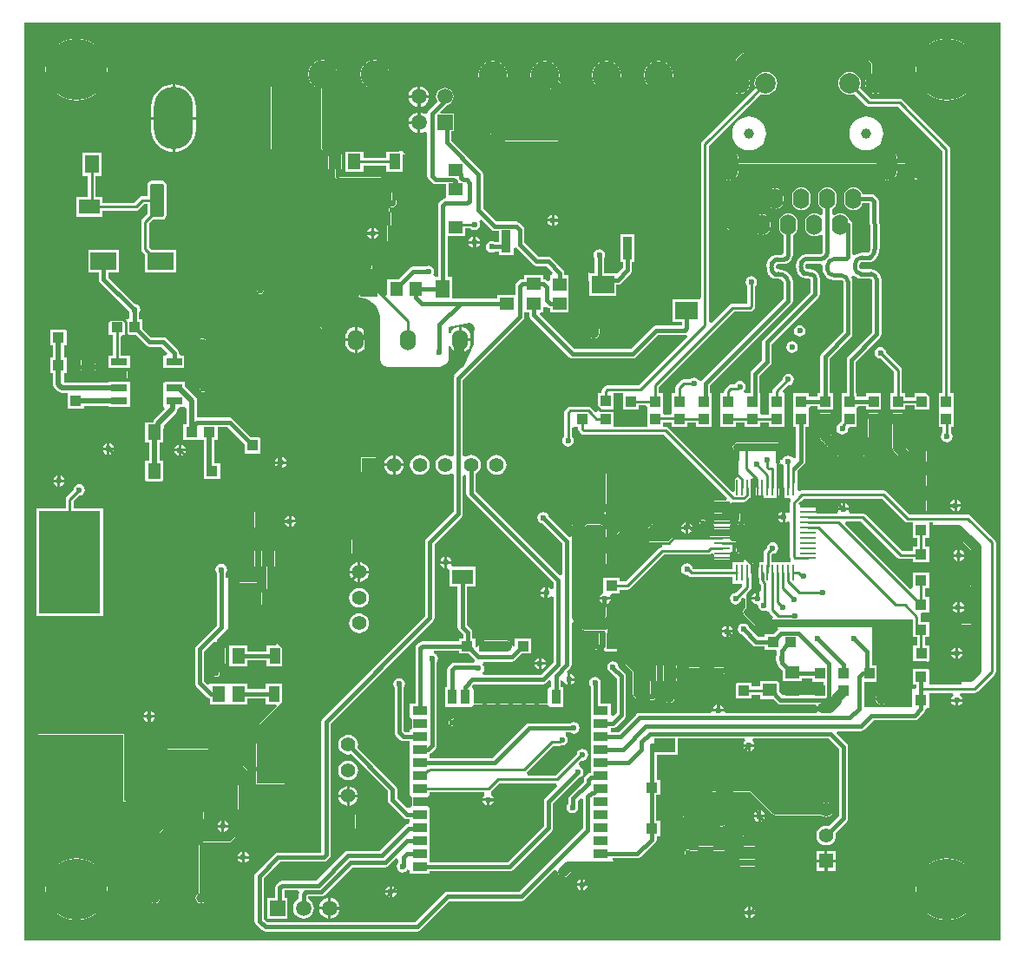
<source format=gtl>
G04*
G04 #@! TF.GenerationSoftware,Altium Limited,Altium Designer,23.0.1 (38)*
G04*
G04 Layer_Physical_Order=1*
G04 Layer_Color=255*
%FSTAX44Y44*%
%MOMM*%
G71*
G04*
G04 #@! TF.SameCoordinates,F694FBC8-736E-493C-811D-9B4FADD6A984*
G04*
G04*
G04 #@! TF.FilePolarity,Positive*
G04*
G01*
G75*
%ADD14C,0.2540*%
%ADD22R,1.5600X0.2800*%
%ADD23R,0.2800X1.5600*%
%ADD24R,1.1000X1.0000*%
%ADD25R,1.4000X1.2000*%
%ADD26R,1.5000X1.3000*%
%ADD27R,1.0000X1.1000*%
%ADD28R,2.0000X1.4000*%
%ADD29R,1.7000X1.7000*%
%ADD30R,5.5500X6.3000*%
%ADD31R,0.9000X2.2500*%
%ADD32R,1.1000X1.5000*%
%ADD33R,1.3000X1.5000*%
%ADD34R,1.3500X1.8000*%
%ADD35R,1.2000X1.4000*%
%ADD36R,1.7000X1.7000*%
%ADD37R,2.2000X1.7000*%
%ADD38R,1.6000X2.7000*%
%ADD39R,2.4000X3.1000*%
%ADD40R,1.6000X0.7000*%
%ADD41R,2.5000X1.7000*%
G04:AMPARAMS|DCode=42|XSize=1.34mm|YSize=3.29mm|CornerRadius=0.1675mm|HoleSize=0mm|Usage=FLASHONLY|Rotation=0.000|XOffset=0mm|YOffset=0mm|HoleType=Round|Shape=RoundedRectangle|*
%AMROUNDEDRECTD42*
21,1,1.3400,2.9550,0,0,0.0*
21,1,1.0050,3.2900,0,0,0.0*
1,1,0.3350,0.5025,-1.4775*
1,1,0.3350,-0.5025,-1.4775*
1,1,0.3350,-0.5025,1.4775*
1,1,0.3350,0.5025,1.4775*
%
%ADD42ROUNDEDRECTD42*%
%ADD43R,2.0500X1.4500*%
%ADD44R,6.0000X10.0000*%
%ADD45R,4.0386X1.0414*%
%ADD46R,8.3058X10.7442*%
%ADD47R,4.0000X2.8000*%
%ADD48C,1.0000*%
%ADD49R,2.8000X4.0000*%
%ADD50R,1.4000X1.2000*%
%ADD51R,1.4500X0.8600*%
%ADD52R,0.8600X1.4500*%
%ADD53R,3.5000X3.5000*%
%ADD87C,1.4000*%
%ADD88R,1.4000X1.4000*%
%ADD96R,1.4000X1.4000*%
%ADD99C,0.3810*%
%ADD100C,1.0160*%
%ADD101C,0.7620*%
%ADD102C,0.5080*%
%ADD103C,1.5240*%
%ADD104O,1.6000X2.0000*%
%ADD105C,2.0000*%
%ADD106O,2.0000X3.0000*%
%ADD107R,3.8100X6.0960*%
%ADD108O,3.8100X6.0960*%
%ADD109C,2.7940*%
%ADD110C,1.5000*%
%ADD111R,1.5000X1.5000*%
%ADD112R,1.5240X2.0320*%
%ADD113O,1.5240X2.0320*%
%ADD114C,6.0000*%
%ADD115C,0.6000*%
G36*
X00952794Y-00002118D02*
X00000795D01*
Y00892882D01*
X00952794D01*
Y-00002118D01*
D02*
G37*
%LPC*%
G36*
X00619529Y0085609D02*
X00615882Y0085561D01*
X00612484Y00854203D01*
X00609565Y00851963D01*
X00607326Y00849045D01*
X00605918Y00845647D01*
X00605438Y00842D01*
X00605918Y00838353D01*
X00607326Y00834955D01*
X00609565Y00832036D01*
X00612484Y00829797D01*
X00615882Y00828389D01*
X00619529Y00827909D01*
X00623176Y00828389D01*
X00626574Y00829797D01*
X00629492Y00832036D01*
X00631732Y00834955D01*
X00633139Y00838353D01*
X00633619Y00842D01*
X00633139Y00845647D01*
X00631732Y00849045D01*
X00629492Y00851963D01*
X00626574Y00854203D01*
X00623176Y0085561D01*
X00619529Y0085609D01*
D02*
G37*
G36*
X0050875D02*
X00505103Y0085561D01*
X00501704Y00854203D01*
X00498786Y00851963D01*
X00496547Y00849045D01*
X00495139Y00845647D01*
X00494659Y00842D01*
X00495139Y00838353D01*
X00496547Y00834955D01*
X00498786Y00832036D01*
X00501704Y00829797D01*
X00505103Y00828389D01*
X0050875Y00827909D01*
X00512397Y00828389D01*
X00514262Y00829162D01*
X00517139Y00826286D01*
X00517338Y00827882D01*
X00519274Y00829176D01*
X00521574Y00831475D01*
X00522867Y00833411D01*
X00524464Y00833611D01*
X00521587Y00836487D01*
X0052236Y00838353D01*
X0052284Y00842D01*
X0052236Y00845647D01*
X00520953Y00849045D01*
X00518713Y00851963D01*
X00515795Y00854203D01*
X00512397Y0085561D01*
X0050875Y0085609D01*
D02*
G37*
G36*
X003425Y00856841D02*
X00338853Y00856361D01*
X00335455Y00854953D01*
X00332537Y00852714D01*
X00330297Y00849795D01*
X0032889Y00846397D01*
X0032841Y0084275D01*
X0032889Y00839103D01*
X00330297Y00835705D01*
X00332537Y00832787D01*
X00335455Y00830547D01*
X00337321Y00829775D01*
Y00826003D01*
X00338341Y00826759D01*
X00339264Y00826479D01*
X0034123Y00826285D01*
Y0084275D01*
X0034377D01*
Y00826285D01*
X00345737Y00826479D01*
X0034666Y00826759D01*
X0034768Y00826003D01*
Y00829775D01*
X00349546Y00830547D01*
X00352464Y00832787D01*
X00354703Y00835705D01*
X00356111Y00839103D01*
X00356591Y0084275D01*
X00356111Y00846397D01*
X00354703Y00849795D01*
X00352464Y00852714D01*
X00349546Y00854953D01*
X00346147Y00856361D01*
X003425Y00856841D01*
D02*
G37*
G36*
X0082625Y00863885D02*
X00703214D01*
X00701728Y00863589D01*
X00700467Y00862747D01*
X00696004Y00858283D01*
X00695162Y00857023D01*
X00694866Y00855536D01*
Y00843215D01*
X00693707Y00842735D01*
X00691618Y00841132D01*
X00690015Y00839043D01*
X00689008Y0083661D01*
X00688664Y00834D01*
X00689008Y00831389D01*
X00690015Y00828957D01*
X00691618Y00826868D01*
X00693707Y00825265D01*
X0069614Y00824257D01*
X0069875Y00823914D01*
X00701361Y00824257D01*
X00703794Y00825265D01*
X00705882Y00826868D01*
X00707485Y00828957D01*
X00708493Y00831389D01*
X00708837Y00834D01*
X00708493Y0083661D01*
X00707485Y00839043D01*
X00705882Y00841132D01*
X00703794Y00842735D01*
X00702635Y00843215D01*
Y00853927D01*
X00704823Y00856115D01*
X00824641D01*
X00827365Y00853391D01*
Y00843215D01*
X00826207Y00842735D01*
X00824118Y00841132D01*
X00822515Y00839043D01*
X00821507Y0083661D01*
X00821164Y00834D01*
X00821507Y00831389D01*
X00822515Y00828957D01*
X00824118Y00826868D01*
X00826207Y00825265D01*
X0082864Y00824257D01*
X0083125Y00823914D01*
X00833861Y00824257D01*
X00836293Y00825265D01*
X00838382Y00826868D01*
X00839985Y00828957D01*
X00840993Y00831389D01*
X00841336Y00834D01*
X00840993Y0083661D01*
X00839985Y00839043D01*
X00838382Y00841132D01*
X00836293Y00842735D01*
X00835135Y00843215D01*
Y00855D01*
X00834839Y00856487D01*
X00833997Y00857747D01*
X00828997Y00862747D01*
X00827737Y00863589D01*
X0082625Y00863885D01*
D02*
G37*
G36*
X0038687Y00830959D02*
Y0082227D01*
X00395559D01*
X00395382Y00823621D01*
X0039437Y00826063D01*
X00392761Y00828161D01*
X00390663Y0082977D01*
X00388221Y00830782D01*
X0038687Y00830959D01*
D02*
G37*
G36*
X0038433D02*
X00382979Y00830782D01*
X00380537Y0082977D01*
X00378439Y00828161D01*
X0037683Y00826063D01*
X00375818Y00823621D01*
X00375641Y0082227D01*
X0038433D01*
Y00830959D01*
D02*
G37*
G36*
X009005Y00877593D02*
X00895793Y00877222D01*
X00891201Y0087612D01*
X00886838Y00874313D01*
X00882812Y00871845D01*
X00879221Y00868779D01*
X00876155Y00865188D01*
X00873687Y00861162D01*
X0087188Y00856799D01*
X00870778Y00852207D01*
X00870407Y008475D01*
X00870778Y00842792D01*
X0087188Y00838201D01*
X00873687Y00833838D01*
X00876155Y00829812D01*
X00879221Y00826221D01*
X00882812Y00823154D01*
X00886838Y00820687D01*
X00891201Y0081888D01*
X00895793Y00817778D01*
X009005Y00817407D01*
X00905208Y00817778D01*
X00909799Y0081888D01*
X00914162Y00820687D01*
X00918188Y00823154D01*
X00921779Y00826221D01*
X00924846Y00829812D01*
X00927313Y00833838D01*
X0092912Y00838201D01*
X00930222Y00842792D01*
X00930593Y008475D01*
X00930222Y00852207D01*
X0092912Y00856799D01*
X00927313Y00861162D01*
X00924846Y00865188D01*
X00921779Y00868779D01*
X00918188Y00871845D01*
X00914162Y00874313D01*
X00909799Y0087612D01*
X00905208Y00877222D01*
X009005Y00877593D01*
D02*
G37*
G36*
X000515D02*
X00046792Y00877222D01*
X00042201Y0087612D01*
X00037838Y00874313D01*
X00033812Y00871845D01*
X00030221Y00868779D01*
X00027155Y00865188D01*
X00024687Y00861162D01*
X0002288Y00856799D01*
X00021778Y00852207D01*
X00021407Y008475D01*
X00021778Y00842792D01*
X0002288Y00838201D01*
X00024687Y00833838D01*
X00027155Y00829812D01*
X00030221Y00826221D01*
X00033812Y00823154D01*
X00037838Y00820687D01*
X00042201Y0081888D01*
X00046792Y00817778D01*
X000515Y00817407D01*
X00056208Y00817778D01*
X00060799Y0081888D01*
X00065162Y00820687D01*
X00069188Y00823154D01*
X00072779Y00826221D01*
X00075846Y00829812D01*
X00078313Y00833838D01*
X0008012Y00838201D01*
X00081222Y00842792D01*
X00081593Y008475D01*
X00081222Y00852207D01*
X0008012Y00856799D01*
X00078313Y00861162D01*
X00075846Y00865188D01*
X00072779Y00868779D01*
X00069188Y00871845D01*
X00065162Y00874313D01*
X00060799Y0087612D01*
X00056208Y00877222D01*
X000515Y00877593D01*
D02*
G37*
G36*
X00395559Y0081973D02*
X0038687D01*
Y00811041D01*
X00388221Y00811218D01*
X00390663Y0081223D01*
X00392761Y00813839D01*
X0039437Y00815937D01*
X00395382Y00818379D01*
X00395559Y0081973D01*
D02*
G37*
G36*
X0038433D02*
X00375641D01*
X00375818Y00818379D01*
X0037683Y00815937D01*
X00378439Y00813839D01*
X00380537Y0081223D01*
X00382979Y00811218D01*
X0038433Y00811041D01*
Y0081973D01*
D02*
G37*
G36*
X00147685Y00832999D02*
Y0080127D01*
X0016811D01*
Y0081143D01*
X00167693Y00815662D01*
X00166458Y00819732D01*
X00164454Y00823483D01*
X00161756Y0082677D01*
X00158468Y00829468D01*
X00154717Y00831473D01*
X00150648Y00832708D01*
X00147685Y00832999D01*
D02*
G37*
G36*
X00145145D02*
X00142183Y00832708D01*
X00138113Y00831473D01*
X00134362Y00829468D01*
X00131075Y0082677D01*
X00128377Y00823483D01*
X00126372Y00819732D01*
X00125138Y00815662D01*
X00124721Y0081143D01*
Y0080127D01*
X00145145D01*
Y00832999D01*
D02*
G37*
G36*
X0038433Y00805559D02*
X00382979Y00805382D01*
X00380537Y0080437D01*
X00378439Y00802761D01*
X0037683Y00800663D01*
X00375818Y00798221D01*
X00375641Y0079687D01*
X0038433D01*
Y00805559D01*
D02*
G37*
G36*
Y0079433D02*
X00375641D01*
X00375818Y00792979D01*
X0037683Y00790537D01*
X00378439Y00788439D01*
X00380537Y0078683D01*
X00382979Y00785818D01*
X0038433Y00785641D01*
Y0079433D01*
D02*
G37*
G36*
X003757Y00776833D02*
Y0077626D01*
X00376273D01*
X003757Y00776833D01*
D02*
G37*
G36*
X0082215Y0080158D02*
X00818916Y00801261D01*
X00815805Y00800318D01*
X00812939Y00798785D01*
X00810426Y00796723D01*
X00808365Y00794211D01*
X00806833Y00791345D01*
X00805889Y00788234D01*
X0080557Y00785D01*
X00805889Y00781765D01*
X00806833Y00778655D01*
X00808365Y00775788D01*
X00810426Y00773276D01*
X00812939Y00771214D01*
X00815805Y00769682D01*
X00818916Y00768738D01*
X0082215Y0076842D01*
X00825385Y00768738D01*
X00828495Y00769682D01*
X00831361Y00771214D01*
X00833874Y00773276D01*
X00835936Y00775788D01*
X00837468Y00778655D01*
X00838411Y00781765D01*
X0083873Y00785D01*
X00838411Y00788234D01*
X00837468Y00791345D01*
X00835936Y00794211D01*
X00833874Y00796723D01*
X00831361Y00798785D01*
X00828495Y00800318D01*
X00825385Y00801261D01*
X0082215Y0080158D01*
D02*
G37*
G36*
X0070785D02*
X00704616Y00801261D01*
X00701505Y00800318D01*
X00698639Y00798785D01*
X00696126Y00796723D01*
X00694065Y00794211D01*
X00692533Y00791345D01*
X00691589Y00788234D01*
X0069127Y00785D01*
X00691589Y00781765D01*
X00692533Y00778655D01*
X00694065Y00775788D01*
X00696126Y00773276D01*
X00698639Y00771214D01*
X00701505Y00769682D01*
X00704616Y00768738D01*
X0070785Y0076842D01*
X00711085Y00768738D01*
X00714195Y00769682D01*
X00717061Y00771214D01*
X00719574Y00773276D01*
X00721636Y00775788D01*
X00723168Y00778655D01*
X00724111Y00781765D01*
X0072443Y00785D01*
X00724111Y00788234D01*
X00723168Y00791345D01*
X00721636Y00794211D01*
X00719574Y00796723D01*
X00717061Y00798785D01*
X00714195Y00800318D01*
X00711085Y00801261D01*
X0070785Y0080158D01*
D02*
G37*
G36*
X0016811Y0079873D02*
X00147685D01*
Y00767001D01*
X00150648Y00767292D01*
X00154717Y00768527D01*
X00158468Y00770532D01*
X00161756Y0077323D01*
X00164454Y00776517D01*
X00166458Y00780268D01*
X00167693Y00784337D01*
X0016811Y0078857D01*
Y0079873D01*
D02*
G37*
G36*
X00145145D02*
X00124721D01*
Y0078857D01*
X00125138Y00784337D01*
X00126372Y00780268D01*
X00128377Y00776517D01*
X00131075Y0077323D01*
X00134362Y00770532D01*
X00138113Y00768527D01*
X00142183Y00767292D01*
X00145145Y00767001D01*
Y0079873D01*
D02*
G37*
G36*
X00241665Y0083048D02*
X00203565D01*
Y0076952D01*
X00204722D01*
Y0076698D01*
X00215081D01*
Y0076952D01*
X00241665D01*
Y0083048D01*
D02*
G37*
G36*
X00367803Y0077008D02*
X00366751Y0076754D01*
X00353968D01*
Y00761385D01*
X00331875D01*
Y0076754D01*
X00313794D01*
Y0074746D01*
X00331875D01*
Y00753615D01*
X00353968D01*
Y0074746D01*
X00370048D01*
Y00764243D01*
X00372588Y00765295D01*
X00371524Y00764855D01*
X00370468Y0076556D01*
Y00768168D01*
X00368154D01*
X00367449Y00769224D01*
X00367803Y0077008D01*
D02*
G37*
G36*
X0084245Y00769586D02*
X0083984Y00769243D01*
X00837407Y00768235D01*
X00835318Y00766632D01*
X00833715Y00764543D01*
X00832708Y00762111D01*
X00832364Y007595D01*
Y00755875D01*
X00697636D01*
Y007595D01*
X00697293Y00762111D01*
X00696285Y00764543D01*
X00694682Y00766632D01*
X00692593Y00768235D01*
X00690161Y00769243D01*
X0068755Y00769586D01*
X00684939Y00769243D01*
X00682507Y00768235D01*
X00680418Y00766632D01*
X00678815Y00764543D01*
X00677807Y00762111D01*
X00677464Y007595D01*
Y007495D01*
X00677807Y00746889D01*
X00678815Y00744457D01*
X00680418Y00742368D01*
X00682507Y00740765D01*
X00684939Y00739757D01*
X00686175Y00739595D01*
Y00693715D01*
X00686175Y00693715D01*
X00686578Y00692743D01*
X00688066Y00691255D01*
X00688066Y00691255D01*
X00689038Y00690853D01*
X00713286D01*
X00713612Y00690065D01*
X00714894Y00688394D01*
X00716565Y00687112D01*
X00718512Y00686306D01*
X007206Y00686031D01*
X00722688Y00686306D01*
X00724634Y00687112D01*
X00726306Y00688394D01*
X00727588Y00690065D01*
X00728394Y00692011D01*
X00728669Y006941D01*
Y006981D01*
X00728394Y00700188D01*
X00727588Y00702134D01*
X00726306Y00703805D01*
X00724634Y00705088D01*
X00722688Y00705894D01*
X007206Y00706169D01*
X00718512Y00705894D01*
X00716565Y00705088D01*
X00714894Y00703805D01*
X00713612Y00702134D01*
X00712806Y00700188D01*
X00712531Y006981D01*
Y006941D01*
X00712094Y00693602D01*
X00689607D01*
X00688925Y00694285D01*
Y00739595D01*
X00690161Y00739757D01*
X00692593Y00740765D01*
X00694682Y00742368D01*
X00696285Y00744457D01*
X00697293Y00746889D01*
X00697636Y007495D01*
Y00753125D01*
X00832364D01*
Y007495D01*
X00832708Y00746889D01*
X00833715Y00744457D01*
X00835318Y00742368D01*
X00837407Y00740765D01*
X0083984Y00739757D01*
X0084245Y00739414D01*
X00845061Y00739757D01*
X00847494Y00740765D01*
X00849583Y00742368D01*
X00851185Y00744457D01*
X00852193Y00746889D01*
X00852537Y007495D01*
Y00753125D01*
X00859431D01*
X00870265Y00742291D01*
X00869213Y00739751D01*
X008645D01*
Y00722751D01*
X008815D01*
Y00739751D01*
X00874798D01*
X00873802Y00742073D01*
X00873399Y00743045D01*
X00860972Y00755472D01*
X0086Y00755875D01*
X0086Y00755875D01*
X00852537D01*
Y007595D01*
X00852193Y00762111D01*
X00851185Y00764543D01*
X00849583Y00766632D01*
X00847494Y00768235D01*
X00845061Y00769243D01*
X0084245Y00769586D01*
D02*
G37*
G36*
X0045795Y0085609D02*
X00454303Y0085561D01*
X00450905Y00854203D01*
X00447986Y00851963D01*
X00445747Y00849045D01*
X00444339Y00845647D01*
X00443859Y00842D01*
X00444339Y00838353D01*
X00445747Y00834955D01*
X00447986Y00832036D01*
X00450905Y00829797D01*
X00454303Y00828389D01*
X0045536Y0082825D01*
Y00785783D01*
X00455557Y00784792D01*
X00456119Y00783952D01*
X00466Y0077407D01*
Y00714733D01*
X005215D01*
Y00777733D01*
X00469663D01*
X0046054Y00786856D01*
Y0082825D01*
X00461597Y00828389D01*
X00464995Y00829797D01*
X00467913Y00832036D01*
X00470153Y00834955D01*
X0047156Y00838353D01*
X0047204Y00842D01*
X0047156Y00845647D01*
X00470153Y00849045D01*
X00467913Y00851963D01*
X00464995Y00854203D01*
X00461597Y0085561D01*
X0045795Y0085609D01*
D02*
G37*
G36*
X002917Y00856841D02*
X00288053Y00856361D01*
X00284655Y00854953D01*
X00281737Y00852714D01*
X00279497Y00849795D01*
X0027809Y00846397D01*
X0027761Y0084275D01*
X0027809Y00839103D01*
X00279497Y00835705D01*
X00281737Y00832787D01*
X00284655Y00830547D01*
X00288053Y0082914D01*
X00290326Y00828841D01*
Y00770634D01*
X00290326Y00770634D01*
X00290728Y00769662D01*
X00297334Y00763056D01*
Y0075D01*
X0030396D01*
Y00742358D01*
X0030396Y00742358D01*
X00304362Y00741386D01*
X0030585Y00739898D01*
X0030585Y00739898D01*
X00306822Y00739495D01*
X00347561D01*
X00359Y00728056D01*
Y0072D01*
X00363125D01*
Y0071632D01*
X0036043Y00713624D01*
X003595Y00713809D01*
X0035833Y00713576D01*
X00357337Y00712913D01*
X00356674Y0071192D01*
X00356441Y0071075D01*
X00356674Y00709579D01*
X00357337Y00708587D01*
X00358125Y0070806D01*
Y00695182D01*
X00354468D01*
Y00680182D01*
X00367468D01*
Y00695182D01*
X00360875D01*
Y0070806D01*
X00361663Y00708587D01*
X00362326Y00709579D01*
X00362559Y0071075D01*
X00362374Y0071168D01*
X00365472Y00714778D01*
X00365875Y0071575D01*
X00365875Y0071575D01*
Y0072D01*
X0037D01*
Y0073D01*
X00360944D01*
X00349102Y00741842D01*
X0034813Y00742244D01*
X0034813Y00742244D01*
X00307392D01*
X00306709Y00742927D01*
Y0075D01*
X00310334D01*
Y00765D01*
X00299278D01*
X00293075Y00771204D01*
Y00828841D01*
X00295347Y0082914D01*
X00298745Y00830547D01*
X00301664Y00832787D01*
X00303903Y00835705D01*
X00305311Y00839103D01*
X00305791Y0084275D01*
X00305311Y00846397D01*
X00303903Y00849795D01*
X00301664Y00852714D01*
X00298745Y00854953D01*
X00295347Y00856361D01*
X002917Y00856841D01*
D02*
G37*
G36*
X007333Y00731569D02*
X00731212Y00731294D01*
X00729266Y00730488D01*
X00727594Y00729205D01*
X00726312Y00727534D01*
X00725506Y00725588D01*
X00725231Y007235D01*
Y007195D01*
X00725506Y00717411D01*
X00726312Y00715465D01*
X00727594Y00713794D01*
X00729266Y00712512D01*
X00731212Y00711706D01*
X007333Y00711431D01*
X00735388Y00711706D01*
X00737335Y00712512D01*
X00739006Y00713794D01*
X00740288Y00715465D01*
X00741094Y00717411D01*
X00741369Y007195D01*
Y007235D01*
X00741094Y00725588D01*
X00740288Y00727534D01*
X00739006Y00729205D01*
X00737335Y00730488D01*
X00735388Y00731294D01*
X007333Y00731569D01*
D02*
G37*
G36*
X007587Y00732594D02*
X00756346Y00732284D01*
X00754153Y00731375D01*
X0075227Y0072993D01*
X00750825Y00728047D01*
X00749916Y00725854D01*
X00749606Y007235D01*
Y007195D01*
X00749916Y00717146D01*
X00750825Y00714953D01*
X0075227Y0071307D01*
X00754153Y00711624D01*
X00756346Y00710716D01*
X007587Y00710406D01*
X00761054Y00710716D01*
X00763247Y00711624D01*
X0076513Y0071307D01*
X00766575Y00714953D01*
X00767484Y00717146D01*
X00767794Y007195D01*
Y007235D01*
X00767484Y00725854D01*
X00766575Y00728047D01*
X0076513Y0072993D01*
X00763247Y00731375D01*
X00761054Y00732284D01*
X007587Y00732594D01*
D02*
G37*
G36*
X00568729Y0085609D02*
X00565082Y0085561D01*
X00561684Y00854203D01*
X00558765Y00851963D01*
X00556526Y00849045D01*
X00555118Y00845647D01*
X00554638Y00842D01*
X00555118Y00838353D01*
X00556526Y00834955D01*
X00558765Y00832036D01*
X00561684Y00829797D01*
X00565082Y00828389D01*
X00566786Y00828165D01*
Y00786029D01*
X00566934Y00785286D01*
X00567355Y00784656D01*
X00567355Y00784655D01*
X00584257Y00767753D01*
Y007075D01*
X00639757D01*
Y007705D01*
X00587005D01*
X00570671Y00786833D01*
Y00828165D01*
X00572376Y00828389D01*
X00575774Y00829797D01*
X00578692Y00832036D01*
X00580932Y00834955D01*
X00582339Y00838353D01*
X00582819Y00842D01*
X00582339Y00845647D01*
X00580932Y00849045D01*
X00578692Y00851963D01*
X00575774Y00854203D01*
X00572376Y0085561D01*
X00568729Y0085609D01*
D02*
G37*
G36*
X0051782Y00705646D02*
Y0070152D01*
X00521946D01*
X00521769Y00702412D01*
X00520544Y00704244D01*
X00518712Y00705469D01*
X0051782Y00705646D01*
D02*
G37*
G36*
X0051528D02*
X00514389Y00705469D01*
X00512556Y00704244D01*
X00511332Y00702412D01*
X00511154Y0070152D01*
X0051528D01*
Y00705646D01*
D02*
G37*
G36*
X00521946Y0069898D02*
X0051782D01*
Y00694854D01*
X00518712Y00695032D01*
X00520544Y00696256D01*
X00521769Y00698088D01*
X00521946Y0069898D01*
D02*
G37*
G36*
X0051528D02*
X00511154D01*
X00511332Y00698088D01*
X00512556Y00696256D01*
X00514389Y00695032D01*
X0051528Y00694854D01*
Y0069898D01*
D02*
G37*
G36*
X0034202Y00693078D02*
Y00688952D01*
X00346146D01*
X00345969Y00689844D01*
X00344744Y00691676D01*
X00342912Y00692901D01*
X0034202Y00693078D01*
D02*
G37*
G36*
X0033948D02*
X00338588Y00692901D01*
X00336756Y00691676D01*
X00335532Y00689844D01*
X00335354Y00688952D01*
X0033948D01*
Y00693078D01*
D02*
G37*
G36*
X00346146Y00686412D02*
X0034202D01*
Y00682286D01*
X00342912Y00682464D01*
X00344744Y00683688D01*
X00345969Y0068552D01*
X00346146Y00686412D01*
D02*
G37*
G36*
X0033948D02*
X00335354D01*
X00335532Y0068552D01*
X00336756Y00683688D01*
X00338588Y00682464D01*
X0033948Y00682286D01*
Y00686412D01*
D02*
G37*
G36*
X0037647Y00666714D02*
X00375611Y00666544D01*
X00374488Y0066632D01*
X0037647Y00666714D01*
D02*
G37*
G36*
X00075737Y0076654D02*
X00057157D01*
Y0074346D01*
X00062563D01*
Y0072329D01*
X0005146D01*
Y0070371D01*
X0007704D01*
Y00709616D01*
X001095D01*
X00110986Y00709911D01*
X00112247Y00710753D01*
X00117609Y00716115D01*
X00120678D01*
Y00706504D01*
X00115727Y00701553D01*
X00114885Y00700293D01*
X0011459Y00698806D01*
Y00672172D01*
X00114885Y00670685D01*
X00115727Y00669425D01*
X0011867Y00666482D01*
Y0064932D01*
X0014875D01*
Y006714D01*
X0012474D01*
X00122359Y00673781D01*
Y00697197D01*
X00126089Y00700928D01*
X00135025D01*
X0013667Y00701255D01*
X00138064Y00702186D01*
X00138996Y0070358D01*
X00139323Y00705225D01*
Y00734775D01*
X00138996Y0073642D01*
X00138064Y00737814D01*
X0013667Y00738745D01*
X00135025Y00739073D01*
X00124975D01*
X00123331Y00738745D01*
X00121936Y00737814D01*
X00121005Y0073642D01*
X00120678Y00734775D01*
Y00723885D01*
X00116D01*
X00114513Y00723589D01*
X00113253Y00722747D01*
X00107891Y00717385D01*
X0007704D01*
Y0072329D01*
X00070332D01*
Y0074346D01*
X00075737D01*
Y0076654D01*
D02*
G37*
G36*
X00227309Y00637054D02*
Y00632998D01*
X00227457Y00632255D01*
X00227878Y00631625D01*
X00227993Y0063151D01*
X00227941Y0063125D01*
X00228174Y00630079D01*
X00228837Y00629087D01*
X0022983Y00628424D01*
X00231Y00628191D01*
X00232171Y00628424D01*
X00233163Y00629087D01*
X00233826Y00630079D01*
X00234059Y0063125D01*
X00233826Y00632421D01*
X00233163Y00633413D01*
X00232171Y00634076D01*
X00231194Y0063427D01*
Y0063679D01*
X00229898D01*
X0022858Y00636244D01*
X00227309Y00637054D01*
D02*
G37*
G36*
X00550936Y007845D02*
X00535564D01*
Y00640615D01*
X0055146D01*
Y0062641D01*
X0055146Y0062641D01*
X0055146D01*
X00551186Y00625195D01*
X0055146Y0062641D01*
X00553476Y0062641D01*
X0057854D01*
Y00637451D01*
X00579483D01*
X00581217Y00637796D01*
X00582687Y00638778D01*
X00592412Y00648503D01*
X00593394Y00649973D01*
X00593739Y00651707D01*
Y00659209D01*
X00596247D01*
Y00686789D01*
X00582167D01*
Y00659209D01*
X00584675D01*
Y00653585D01*
X00579276Y00648185D01*
X0057854Y0064849D01*
Y0064849D01*
X00566282D01*
Y00663311D01*
X00566969Y00664338D01*
X00567398Y006665D01*
X00566969Y00668662D01*
X00565744Y00670494D01*
X00563912Y00671719D01*
X0056175Y00672149D01*
X00559588Y00671719D01*
X00557756Y00670494D01*
X00556531Y00668662D01*
X00556101Y006665D01*
X00556531Y00664338D01*
X00557218Y00663311D01*
Y0064849D01*
X0055146Y0064849D01*
X00550936Y00650813D01*
Y007845D01*
D02*
G37*
G36*
X0072415Y00845111D02*
X00721275Y00844732D01*
X00718595Y00843622D01*
X00716294Y00841857D01*
X00714528Y00839556D01*
X00713418Y00836876D01*
X00713039Y00834D01*
X00713418Y00831124D01*
X0071411Y00829453D01*
X00707253Y00822596D01*
X00707253Y00822596D01*
X00662003Y00777346D01*
X00661161Y00776086D01*
X00660865Y007746D01*
Y00625495D01*
X0066054Y0062309D01*
X00658325Y0062309D01*
X0063346D01*
Y0060101D01*
X00642468D01*
Y00597532D01*
X00617268D01*
X00615534Y00597187D01*
X00614063Y00596205D01*
X00614063Y00596205D01*
X00592391Y00574532D01*
X00537515D01*
X00503827Y0060822D01*
X00504879Y0061076D01*
X00507148D01*
Y00615718D01*
X00509495Y0061669D01*
X00510433Y00615752D01*
X00511903Y00614769D01*
X00513602Y00614431D01*
Y00610416D01*
X00532682D01*
Y00627496D01*
X00532682D01*
Y00629416D01*
X00532682D01*
Y00646496D01*
X00527674D01*
Y0064895D01*
X00527674Y0064895D01*
X00527329Y00650684D01*
X00526347Y00652154D01*
X00514971Y0066353D01*
X00513501Y00664512D01*
X00511767Y00664857D01*
X00502387D01*
X00488532Y00678712D01*
Y00691D01*
X00488187Y00692734D01*
X00487205Y00694205D01*
X00483547Y00697862D01*
X00482077Y00698845D01*
X00480343Y0069919D01*
X00461064D01*
X00448362Y00711892D01*
Y0074538D01*
X00448017Y00747114D01*
X00447035Y00748585D01*
X00417482Y00778137D01*
Y00787084D01*
X00419516D01*
Y00804116D01*
X00407594D01*
X00406622Y00806463D01*
X00412808Y00812649D01*
X00413223Y00812703D01*
X00415295Y00813561D01*
X00417074Y00814926D01*
X00418439Y00816705D01*
X00419297Y00818777D01*
X0041959Y00821D01*
X00419297Y00823223D01*
X00418439Y00825295D01*
X00417074Y00827074D01*
X00415295Y00828439D01*
X00413223Y00829297D01*
X00411Y00829589D01*
X00408777Y00829297D01*
X00406705Y00828439D01*
X00404926Y00827074D01*
X00403561Y00825295D01*
X00402703Y00823223D01*
X00402411Y00821D01*
X00402703Y00818777D01*
X00403561Y00816705D01*
X00403772Y00816431D01*
X00395095Y00807754D01*
X00394113Y00806284D01*
X00393878Y00805105D01*
X00392427Y00804226D01*
X00391228Y00803937D01*
X00390663Y0080437D01*
X00388221Y00805382D01*
X0038687Y00805559D01*
Y007956D01*
Y00785641D01*
X00388221Y00785818D01*
X00390663Y0078683D01*
X00391228Y00787263D01*
X00393768Y00786011D01*
Y007437D01*
X00394113Y00741966D01*
X00395095Y00740495D01*
X00398514Y00737076D01*
X00399985Y00736094D01*
X00401719Y00735749D01*
X00401719Y00735749D01*
X00412352D01*
Y00721916D01*
X00410106Y00721208D01*
X00409498Y00721087D01*
X00408027Y00720104D01*
X00405796Y00717873D01*
X00404813Y00716402D01*
X00404468Y00714668D01*
Y00644932D01*
X00401872D01*
X00400862Y00644932D01*
X00399613Y00647431D01*
X00400219Y00648338D01*
X00400648Y006505D01*
X00400219Y00652662D01*
X00398994Y00654494D01*
X00397162Y00655719D01*
X00395Y00656149D01*
X00392838Y00655719D01*
X00391811Y00655032D01*
X00379652D01*
X00377918Y00654687D01*
X00376447Y00653705D01*
X00365675Y00642932D01*
X00355004D01*
Y00627312D01*
X00352658Y0062634D01*
X00345Y00633998D01*
Y006425D01*
X00338375D01*
Y0065256D01*
X00339163Y00653087D01*
X00339826Y0065408D01*
X00340059Y0065525D01*
X00339826Y00656421D01*
X00339163Y00657413D01*
X00338171Y00658076D01*
X00337Y00658309D01*
X0033583Y00658076D01*
X00334837Y00657413D01*
X00334174Y00656421D01*
X00333941Y0065525D01*
X00334174Y0065408D01*
X00334837Y00653087D01*
X00335625Y0065256D01*
Y006425D01*
X00328D01*
Y00628036D01*
X00328Y00627822D01*
X0032556Y00625401D01*
X00326078Y00625914D01*
X0032725Y00625426D01*
Y0062475D01*
X00329294D01*
X00333302Y00623953D01*
X00337079Y00622388D01*
X00340477Y00620118D01*
X00343368Y00617227D01*
X00345638Y00613829D01*
X00347203Y00610053D01*
X00348Y00606044D01*
Y00604D01*
Y00565D01*
X00348036Y00564265D01*
X00348323Y00562823D01*
X00348886Y00561465D01*
X00349702Y00560242D01*
X00350742Y00559202D01*
X00351964Y00558386D01*
X00353323Y00557823D01*
X00354765Y00557536D01*
X003555Y005575D01*
X004055D01*
X00406431Y00557546D01*
X00408258Y00557909D01*
X00409978Y00558622D01*
X00411527Y00559656D01*
X00412843Y00560973D01*
X00413878Y00562522D01*
X00414591Y00564242D01*
X00414954Y00566068D01*
X00415Y00567D01*
X00415D01*
Y00577295D01*
X0041627Y00577548D01*
X00416875Y00576086D01*
X00418504Y00573964D01*
X00420626Y00572335D01*
X00423098Y00571311D01*
X0042448Y00571129D01*
Y0058375D01*
Y0059637D01*
X00423098Y00596188D01*
X00420626Y00595165D01*
X00418504Y00593536D01*
X00416875Y00591414D01*
X0041627Y00589952D01*
X00415Y00590205D01*
Y0059625D01*
X00435188Y00600681D01*
X00435833Y00600505D01*
X00437023Y00599895D01*
X0043806Y00599052D01*
X00438901Y00598013D01*
X0043951Y00596822D01*
X0043986Y00595532D01*
X00439936Y00594197D01*
X00439813Y0059339D01*
X004395Y0059225D01*
X004395Y0059225D01*
X004395Y0059225D01*
X004395Y0057925D01*
X00430036Y00558866D01*
X0042731Y0055614D01*
X00419551Y00549429D01*
X00418283Y0055047D01*
X00420256Y00548851D01*
X00419747Y00548088D01*
X00419402Y00546354D01*
Y00470914D01*
X00416861Y00469661D01*
X00416311Y00470083D01*
X0041399Y00471045D01*
X004115Y00471372D01*
X00409009Y00471045D01*
X00406689Y00470083D01*
X00404696Y00468554D01*
X00403167Y00466561D01*
X00402205Y00464241D01*
X00401878Y0046175D01*
X00402205Y0045926D01*
X00403167Y00456939D01*
X00404696Y00454946D01*
X00406689Y00453417D01*
X00409009Y00452456D01*
X004115Y00452128D01*
X0041399Y00452456D01*
X00416311Y00453417D01*
X00416861Y00453839D01*
X00419402Y00452587D01*
Y00415643D01*
X00393043Y00389285D01*
X00392061Y00387814D01*
X00391716Y0038608D01*
Y00314043D01*
X00291795Y00214123D01*
X00290813Y00212653D01*
X00290468Y00210918D01*
Y00083272D01*
X00248166D01*
X00246431Y00082927D01*
X00244961Y00081945D01*
X00226795Y00063779D01*
X00225813Y00062309D01*
X00225468Y00060574D01*
Y000165D01*
X00225813Y00014766D01*
X00226795Y00013295D01*
X00232545Y00007545D01*
X00234016Y00006563D01*
X0023575Y00006218D01*
X0023575Y00006218D01*
X00383884D01*
X00385618Y00006563D01*
X00387088Y00007545D01*
X00415524Y00035981D01*
X00485513D01*
X00487247Y00036326D01*
X00488718Y00037308D01*
X00518269Y00066859D01*
X00518841Y00066784D01*
X00521011Y00064674D01*
X00521405Y00062692D01*
X00522528Y00061011D01*
X00524208Y00059889D01*
X00524576Y00059815D01*
X00524724Y00059717D01*
X00526706Y00059323D01*
X00528688Y00059717D01*
X00530368Y0006084D01*
X00533949Y0006442D01*
X0057515D01*
Y00074278D01*
X00576311Y00074794D01*
X00576326Y0007478D01*
X00574932Y0007604D01*
X00574735Y00077617D01*
X00574886Y00077768D01*
X00598681D01*
X00600415Y00078113D01*
X00601886Y00079095D01*
X00607698Y00084908D01*
X00607913Y00084951D01*
X00609383Y00085933D01*
X00616221Y00092771D01*
X00617203Y00094241D01*
X00617548Y00095975D01*
X00617548Y00095975D01*
Y0009915D01*
X00621056D01*
Y0011423D01*
X00617442D01*
Y00139341D01*
X00621048D01*
Y00154421D01*
X0061754D01*
Y0017834D01*
X00638049D01*
Y00194858D01*
X00703598D01*
X00704368Y00192318D01*
X00703704Y00191874D01*
X0070248Y00190042D01*
X00702302Y0018915D01*
X00713094D01*
X00712917Y00190042D01*
X00711693Y00191874D01*
X00711029Y00192318D01*
X00711799Y00194858D01*
X00784983D01*
X00795468Y00184373D01*
Y00118877D01*
X0078577Y00109179D01*
X00785491Y00109294D01*
X00783Y00109622D01*
X0078051Y00109294D01*
X00778189Y00108333D01*
X00776196Y00106804D01*
X00774667Y00104811D01*
X00773706Y0010249D01*
X00773378Y001D01*
X00773706Y00097509D01*
X00774667Y00095189D01*
X00776196Y00093196D01*
X00778189Y00091667D01*
X0078051Y00090705D01*
X00783Y00090378D01*
X00785491Y00090705D01*
X00787811Y00091667D01*
X00789804Y00093196D01*
X00791333Y00095189D01*
X00792295Y00097509D01*
X00792623Y001D01*
X00792295Y0010249D01*
X00792179Y00102769D01*
X00803205Y00113795D01*
X00804187Y00115265D01*
X00804532Y00117D01*
Y0018625D01*
X00804532Y0018625D01*
X00804187Y00187984D01*
X00803205Y00189455D01*
X00803205Y00189455D01*
X00793116Y00199543D01*
X00794088Y0020189D01*
X00816672D01*
X00818407Y00202235D01*
X00819877Y00203218D01*
X00829297Y00212638D01*
X0086945D01*
X00871184Y00212983D01*
X00872654Y00213965D01*
X00878713Y00220024D01*
X00878713Y00220024D01*
X00879696Y00221495D01*
X00880041Y00223229D01*
X0088204Y00224461D01*
X00883549D01*
Y00239115D01*
X00906605D01*
X00907376Y00236575D01*
X00906506Y00235994D01*
X00905282Y00234162D01*
X00905104Y0023327D01*
X00915896D01*
X00915719Y00234162D01*
X00914494Y00235994D01*
X00913624Y00236575D01*
X00914395Y00239115D01*
X00928165D01*
X00929652Y00239411D01*
X00930912Y00240253D01*
X00947497Y00256838D01*
X00948339Y00258098D01*
X00948635Y00259585D01*
Y0038575D01*
X00948339Y00387237D01*
X00947497Y00388497D01*
X00923897Y00412097D01*
X00922636Y00412939D01*
X0092115Y00413235D01*
X00864268D01*
X00842055Y00435447D01*
X00840795Y00436289D01*
X00839308Y00436585D01*
X00759457D01*
X00757971Y00436289D01*
X0075723Y00435794D01*
X0075469Y00436647D01*
Y00446207D01*
X00754714Y0044633D01*
Y0045534D01*
X00761383Y00462009D01*
X00762365Y00463479D01*
X0076271Y00465214D01*
X0076271Y00465214D01*
Y00498452D01*
X00765718D01*
Y00512912D01*
X00765718Y00514532D01*
X00765718Y00517164D01*
X00767514Y0051896D01*
X00774311D01*
Y00515452D01*
X00789391D01*
Y00531532D01*
X00786383D01*
Y00565497D01*
X00807455Y00586569D01*
X00808437Y0058804D01*
X00808782Y00589774D01*
X00808782Y00589774D01*
Y00640081D01*
X00808789D01*
X00808415Y00642923D01*
X00807367Y00645453D01*
X00807318Y00645571D01*
X00809387Y00646916D01*
X00809415Y0064688D01*
X00809633Y00646595D01*
X00811875Y00644875D01*
X00814486Y00643793D01*
X00817288Y00643425D01*
Y0064343D01*
X00825615D01*
X0082749Y00642469D01*
X00827758Y00640942D01*
Y00590895D01*
X0080427Y00567407D01*
X00803288Y00565937D01*
X00802943Y00564203D01*
Y00531532D01*
X00797983D01*
Y00517072D01*
X00797983Y00515452D01*
X00797983Y00512912D01*
Y00503946D01*
X00796041Y00502004D01*
X00795924Y00501828D01*
X00794794Y00501073D01*
X0079357Y00499241D01*
X0079314Y00497079D01*
X0079357Y00494917D01*
X00794794Y00493085D01*
X00796627Y00491861D01*
X00798788Y00491431D01*
X0080095Y00491861D01*
X00802782Y00493085D01*
X00804007Y00494917D01*
X00804437Y00497079D01*
X00805563Y00498452D01*
X00813063D01*
Y00512912D01*
X00813063Y00514532D01*
X00813063Y00517164D01*
X00814859Y0051896D01*
X00821655D01*
Y00515452D01*
X00836735D01*
Y00531532D01*
X00821655D01*
Y00528024D01*
X00813063D01*
Y00531532D01*
X00812007D01*
Y00562326D01*
X00835495Y00585813D01*
X00836478Y00587284D01*
X00836823Y00589018D01*
Y00642332D01*
X00836825D01*
X00836469Y00645039D01*
X00835424Y00647562D01*
X00833761Y00649729D01*
X00833759Y00649727D01*
X0083368Y0064978D01*
X00831799Y00651223D01*
X00829522Y00652166D01*
X00827172Y00652476D01*
X00827078Y00652494D01*
X00817288D01*
Y00652501D01*
X00816618Y00652634D01*
X00816051Y00653013D01*
X00815671Y00653581D01*
X00815538Y0065425D01*
X00815532D01*
Y00656953D01*
X00815526Y00656983D01*
X00815725Y00657982D01*
X00816308Y00658854D01*
X0081718Y00659436D01*
X00818179Y00659635D01*
X00818208Y00659629D01*
X00825579D01*
X00825993Y00659712D01*
X00827369Y00659893D01*
X00829037Y00660584D01*
X00830138Y00661429D01*
X0083049Y00661664D01*
X00830555Y00661761D01*
X00832432Y00664048D01*
X00833881Y0066676D01*
X00834774Y00669702D01*
X00835064Y00672647D01*
X00835087Y00672762D01*
Y00676035D01*
X0083508Y00676068D01*
X00835086Y006761D01*
X00834474Y00718984D01*
X00834295Y00719818D01*
X00834129Y00720653D01*
X00834111Y00720681D01*
X00834104Y00720713D01*
X0083362Y00721415D01*
X00833147Y00722124D01*
X00830566Y00724704D01*
X00830566Y00724704D01*
X00829096Y00725687D01*
X00827361Y00726032D01*
X0081821D01*
X00817375Y00728047D01*
X0081593Y0072993D01*
X00814047Y00731375D01*
X00811854Y00732284D01*
X008095Y00732594D01*
X00807146Y00732284D01*
X00804953Y00731375D01*
X0080307Y0072993D01*
X00801625Y00728047D01*
X00800716Y00725854D01*
X00800406Y007235D01*
Y007195D01*
X00800716Y00717146D01*
X00801625Y00714953D01*
X0080307Y0071307D01*
X00804953Y00711624D01*
X00807146Y00710716D01*
X008095Y00710406D01*
X00811854Y00710716D01*
X00814047Y00711624D01*
X0081593Y0071307D01*
X00817375Y00714953D01*
X0081821Y00716968D01*
X00825437D01*
X00826023Y00676003D01*
Y00672762D01*
X00826033Y00672711D01*
X00825813Y00671041D01*
X00825149Y00669438D01*
X00824578Y00668693D01*
X00818208D01*
Y00668707D01*
X00815166Y00668307D01*
X00812331Y00667132D01*
X00811322Y00666358D01*
X00808782Y0066761D01*
Y006961D01*
X00808437Y00697834D01*
X00807455Y00699305D01*
X00805984Y00700287D01*
X00805596Y00700364D01*
X00805584Y00700453D01*
X00804676Y00702647D01*
X0080323Y0070453D01*
X00801347Y00705975D01*
X00799154Y00706884D01*
X007968Y00707194D01*
X00794446Y00706884D01*
X00792253Y00705975D01*
X00791172Y00705146D01*
X00788673Y00706197D01*
X00788632Y00706236D01*
Y00711618D01*
X00788647Y00711624D01*
X0079053Y0071307D01*
X00791975Y00714953D01*
X00792884Y00717146D01*
X00793194Y007195D01*
Y007235D01*
X00792884Y00725854D01*
X00791975Y00728047D01*
X0079053Y0072993D01*
X00788647Y00731375D01*
X00786454Y00732284D01*
X007841Y00732594D01*
X00781746Y00732284D01*
X00779553Y00731375D01*
X0077767Y0072993D01*
X00776225Y00728047D01*
X00775316Y00725854D01*
X00775006Y007235D01*
Y007195D01*
X00775316Y00717146D01*
X00776225Y00714953D01*
X0077767Y0071307D01*
X00779553Y00711624D01*
X00779568Y00711618D01*
Y00706236D01*
X00779527Y00706197D01*
X00777028Y00705146D01*
X00775947Y00705975D01*
X00773754Y00706884D01*
X007714Y00707194D01*
X00769046Y00706884D01*
X00766853Y00705975D01*
X0076497Y0070453D01*
X00763525Y00702647D01*
X00762616Y00700453D01*
X00762306Y006981D01*
Y006941D01*
X00762616Y00691746D01*
X00763525Y00689553D01*
X0076497Y0068767D01*
X00766853Y00686224D01*
X00769046Y00685316D01*
X007714Y00685006D01*
X00773754Y00685316D01*
X00775947Y00686224D01*
X00777028Y00687054D01*
X00779527Y00686003D01*
X00779568Y00685963D01*
Y00669065D01*
X00777757Y00667253D01*
X0076398Y00667254D01*
X00763744Y00667207D01*
X00761825Y00666954D01*
X00760814Y00666627D01*
X00760814Y00666627D01*
X007608Y00666624D01*
X00760429Y00666376D01*
X00759429Y00665962D01*
X00757052Y00664138D01*
X00755228Y0066176D01*
X00754081Y00658992D01*
X00753756Y0065652D01*
X0075369Y00656021D01*
X0075369Y0065602D01*
X00753774Y00654158D01*
X00753954Y00652699D01*
X00754071Y00652265D01*
X0075417Y00651588D01*
X00754237Y0065108D01*
X00755069Y00649072D01*
X00755234Y00648856D01*
X00755333Y00648615D01*
X00755996Y00647617D01*
X00756359Y00647252D01*
X00757128Y0064625D01*
X00757833Y00645708D01*
X00757884Y00645633D01*
X00758253Y00645386D01*
X00758258Y00645382D01*
X00758574Y00645067D01*
X00758788Y00644979D01*
X00758949Y00644855D01*
X0075921Y00644747D01*
X00759354Y00644651D01*
X00759524Y00644617D01*
X00760957Y00644024D01*
X00762559Y00643812D01*
X0076289Y00643747D01*
X0076289Y00643746D01*
X00762996Y00643726D01*
X0076303Y00643732D01*
X00766546Y00643386D01*
X00767718Y0064303D01*
Y00630272D01*
X00722045Y005846D01*
X00721063Y0058313D01*
X00720718Y00581395D01*
Y00564096D01*
X00710428Y00553806D01*
X00709446Y00552336D01*
X00709101Y00550601D01*
Y00531532D01*
X00705724D01*
X00704641Y00531532D01*
X00702984Y00533708D01*
X00702994Y00534006D01*
X00703324Y00534499D01*
X00704219Y00535838D01*
X00704649Y00538D01*
X00704219Y00540162D01*
X00702994Y00541994D01*
X00701162Y00543218D01*
X00699Y00543648D01*
X00696838Y00543218D01*
X00695006Y00541994D01*
X00693781Y00540162D01*
X00693737Y00539941D01*
X00690068D01*
X00688581Y00539645D01*
X00687321Y00538803D01*
X00684415Y00535897D01*
X00683572Y00534636D01*
X00683277Y0053315D01*
Y00531532D01*
X00679621D01*
Y00517072D01*
X00679621Y00515452D01*
X00679621Y00512912D01*
Y00498452D01*
X00694701D01*
Y00502607D01*
X00703294D01*
Y00498452D01*
X00718374D01*
Y00502607D01*
X00726966D01*
Y00498452D01*
X00742046D01*
Y00512912D01*
X00742046Y00514532D01*
X00742046Y00517072D01*
Y00531532D01*
X00741618D01*
X00740566Y00534072D01*
X00745871Y00539377D01*
X00746Y00539352D01*
X00748162Y00539781D01*
X00749994Y00541006D01*
X00751219Y00542838D01*
X00751648Y00545D01*
X00751219Y00547162D01*
X00749994Y00548994D01*
X00748162Y00550219D01*
X00746Y00550648D01*
X00743838Y00550219D01*
X00742006Y00548994D01*
X00740781Y00547162D01*
X00740351Y00545D01*
X00740377Y00544871D01*
X00731759Y00536253D01*
X00730917Y00534993D01*
X00730621Y00533506D01*
Y00531532D01*
X00726966D01*
Y00517072D01*
X00726966Y00515452D01*
X00726966Y00512916D01*
X00726955Y00510376D01*
X0072017D01*
X00718374Y00512173D01*
X00718374Y00514532D01*
X00718374Y00517072D01*
Y00531532D01*
X00718165D01*
Y00548724D01*
X00728455Y00559014D01*
X00729437Y00560484D01*
X00729782Y00562219D01*
X00729782Y00562219D01*
Y00579518D01*
X00775455Y00625191D01*
X00776437Y00626661D01*
X00776782Y00628395D01*
X00776782Y00628395D01*
Y00641097D01*
X00776782Y00643619D01*
X00776779Y00643635D01*
X00776779D01*
X0077673Y00643881D01*
X00776482Y0064576D01*
X00775651Y00647768D01*
X00774327Y00649493D01*
X00772954Y00650547D01*
X00772603Y00650816D01*
X00771511Y00651268D01*
X00771238Y00651451D01*
X00770758Y0065158D01*
X00770758Y0065158D01*
X00770738Y00651564D01*
X00767131Y0065243D01*
X00765863Y0065253D01*
X00763523Y00652721D01*
X0076291Y00655164D01*
X00762839Y0065562D01*
X00763671Y00657863D01*
X00764049Y00658115D01*
X00764228Y00658189D01*
X00775587Y00658189D01*
X00777345Y00658189D01*
X00779631Y00656309D01*
X00779655Y00656278D01*
X00779554Y00655513D01*
X00779568D01*
Y0065281D01*
X00779562D01*
X00779931Y00650008D01*
X00781013Y00647397D01*
X00782733Y00645155D01*
X00784975Y00643435D01*
X00787586Y00642354D01*
X00790388Y00641985D01*
Y0064199D01*
X00797809D01*
Y00641987D01*
X00798538Y00641842D01*
X00799156Y00641429D01*
X0079957Y00640811D01*
X00799715Y00640081D01*
X00799718D01*
Y00591651D01*
X00778646Y00570579D01*
X00777663Y00569109D01*
X00777318Y00567375D01*
Y00531532D01*
X00774311D01*
Y00528024D01*
X00765718D01*
Y00531532D01*
X00750638D01*
Y00517072D01*
X00750638Y00515452D01*
X00750638Y00512912D01*
Y00498452D01*
X00753646D01*
Y00469373D01*
X00752699Y0046864D01*
X00749744Y00468723D01*
X00747911Y00469948D01*
X0074575Y00470378D01*
X00743588Y00469948D01*
X00741756Y00468723D01*
X00740644Y0046706D01*
X00740531Y00466891D01*
X00740462Y0046678D01*
X00740211Y00466412D01*
X00737692Y00467126D01*
Y00475966D01*
X00738496Y00476503D01*
X00739339Y00477763D01*
X00739634Y0047925D01*
X00739339Y00480737D01*
X00738496Y00481997D01*
X00737236Y00482839D01*
X0073575Y00483135D01*
X0069575D01*
X00694263Y00482839D01*
X00693003Y00481997D01*
X00692161Y00480737D01*
X00691865Y0047925D01*
X00692161Y00477763D01*
X00693003Y00476503D01*
X00694123Y00475755D01*
Y00467185D01*
X00694271Y00466442D01*
X00694691Y00465813D01*
Y00452276D01*
X00694691Y00452276D01*
X00695093Y00451304D01*
X00696258Y0045014D01*
X00695206Y004476D01*
X0069435D01*
Y00436036D01*
X0069181Y00434984D01*
X00629054Y00497739D01*
X00627794Y00498581D01*
X00626308Y00498877D01*
X00623684D01*
Y00503099D01*
X00632276D01*
Y00498452D01*
X00647356D01*
Y00502607D01*
X00655949D01*
Y00498452D01*
X00671029D01*
Y00512912D01*
X00671029Y00514532D01*
X00671029Y00517072D01*
Y00531532D01*
X00669507D01*
Y00538956D01*
X00749205Y00618654D01*
X00750187Y00620124D01*
X00750532Y00621858D01*
Y00640307D01*
X00750538D01*
X00750169Y00643107D01*
X00749088Y00645717D01*
X00747368Y00647959D01*
X00747364Y00647955D01*
X00747261Y00648023D01*
X00744998Y00649881D01*
X00742308Y00651319D01*
X0073939Y00652204D01*
X00736476Y00652491D01*
X00736355Y00652515D01*
X00734537D01*
X0073448Y00652601D01*
X00734089Y00655111D01*
X00734921Y00657355D01*
X00735299Y00657607D01*
X00735478Y00657681D01*
X00741467Y00657681D01*
X00741703Y00657728D01*
X00743622Y00657981D01*
X0074563Y00658813D01*
X00746668Y00659609D01*
X00746921Y00659734D01*
X0074747Y00660156D01*
X00747695Y00660399D01*
X00747913Y00660545D01*
X00747914Y00660546D01*
X007484Y00661032D01*
X007484Y00661032D01*
X00748711Y00661497D01*
X00748711Y00661497D01*
X00748809Y00661644D01*
X00749401Y00662415D01*
X00750232Y00664423D01*
X00750485Y00666342D01*
X00750532Y00666578D01*
Y00686218D01*
X00750547Y00686224D01*
X0075243Y0068767D01*
X00753876Y00689553D01*
X00754784Y00691746D01*
X00755094Y006941D01*
Y006981D01*
X00754784Y00700453D01*
X00753876Y00702647D01*
X0075243Y0070453D01*
X00750547Y00705975D01*
X00748354Y00706884D01*
X00746Y00707194D01*
X00743646Y00706884D01*
X00741453Y00705975D01*
X0073957Y0070453D01*
X00738125Y00702647D01*
X00737216Y00700453D01*
X00736906Y006981D01*
Y006941D01*
X00737216Y00691746D01*
X00738125Y00689553D01*
X0073957Y0068767D01*
X00741453Y00686224D01*
X00741468Y00686218D01*
Y00669182D01*
X00739023Y00666745D01*
X0073523Y00666745D01*
X00734994Y00666699D01*
X00733075Y00666446D01*
X00732064Y00666118D01*
X00732064Y00666118D01*
X0073205Y00666116D01*
X00731679Y00665868D01*
X00730679Y00665454D01*
X00728302Y0066363D01*
X00726478Y00661252D01*
X00725331Y00658484D01*
X00725006Y00656012D01*
X0072494Y00655513D01*
X0072494Y00655512D01*
X00725024Y0065365D01*
X00725204Y0065219D01*
X00725321Y00651757D01*
X0072542Y0065108D01*
X00725487Y00650572D01*
X00726319Y00648564D01*
X00726485Y00648348D01*
X00726583Y00648107D01*
X00727246Y00647109D01*
X00727617Y00646736D01*
X00728314Y00645828D01*
X00730038Y00644504D01*
X00731625Y00643847D01*
X00731702Y00643796D01*
X00731806Y00643772D01*
X00732046Y00643673D01*
X0073254Y00643608D01*
X00732544Y00643628D01*
X00733436Y00643451D01*
X00736355D01*
X00736573Y00643494D01*
X00738877Y00643036D01*
X00738997Y00642956D01*
X00739989Y00642237D01*
X00741461Y00640307D01*
X00741468Y006403D01*
Y00623736D01*
X0066177Y00544038D01*
X00661731Y0054398D01*
X00661166Y00543848D01*
X00658793Y00544154D01*
X00658064Y00545244D01*
X00656232Y00546469D01*
X0065407Y00546899D01*
X00651908Y00546469D01*
X00650076Y00545244D01*
X00650003Y00545135D01*
X00643817D01*
X0064233Y00544839D01*
X0064107Y00543997D01*
X0063707Y00539996D01*
X00636227Y00538736D01*
X00635932Y00537249D01*
Y00531532D01*
X00632276D01*
Y00517072D01*
X00632276Y00515452D01*
X00632276Y00512664D01*
X0063048Y00510868D01*
X0062548D01*
X00623684Y00512664D01*
X00623684Y00514532D01*
X00623684Y00517072D01*
Y00531532D01*
X00620029D01*
Y00538047D01*
X00693097Y00611115D01*
X00708512D01*
X00709999Y00611411D01*
X00711259Y00612253D01*
X00712747Y00613741D01*
X00713589Y00615001D01*
X00713885Y00616488D01*
Y00635933D01*
X00713994Y00636006D01*
X00715219Y00637838D01*
X00715648Y0064D01*
X00715219Y00642162D01*
X00713994Y00643994D01*
X00712162Y00645219D01*
X0071Y00645648D01*
X00707838Y00645219D01*
X00706006Y00643994D01*
X00704781Y00642162D01*
X00704352Y0064D01*
X00704781Y00637838D01*
X00706006Y00636006D01*
X00706115Y00635933D01*
Y00618885D01*
X00691488D01*
X00690001Y00618589D01*
X00688741Y00617747D01*
X00671175Y00600181D01*
X00668635Y00601233D01*
Y0077299D01*
X00712747Y00817103D01*
X00712747Y00817103D01*
X00719604Y0082396D01*
X00721275Y00823268D01*
X0072415Y00822889D01*
X00727026Y00823268D01*
X00729706Y00824378D01*
X00732007Y00826143D01*
X00733773Y00828444D01*
X00734883Y00831124D01*
X00735262Y00834D01*
X00734883Y00836876D01*
X00733773Y00839556D01*
X00732007Y00841857D01*
X00729706Y00843622D01*
X00727026Y00844732D01*
X0072415Y00845111D01*
D02*
G37*
G36*
X0009311Y006714D02*
X0006303D01*
Y0064932D01*
X00073538D01*
Y00642519D01*
X00073883Y00640785D01*
X00074865Y00639315D01*
X00103017Y00611163D01*
X00103031Y00611088D01*
X00103473Y00610428D01*
Y00605186D01*
X00101677Y0060339D01*
X00099965D01*
X00097425Y0060339D01*
X00082965D01*
Y0058831D01*
X00087121D01*
Y0056844D01*
X00082531D01*
Y0055636D01*
X00103611D01*
Y0056844D01*
X0009489D01*
Y00586514D01*
X00096686Y0058831D01*
X00099045Y0058831D01*
X00101585Y0058831D01*
X00109635D01*
X0011965Y00578295D01*
X0011965Y00578295D01*
X00121121Y00577313D01*
X00122855Y00576968D01*
X00122855Y00576968D01*
X00134071D01*
X00140059Y0057098D01*
X00139007Y0056844D01*
X00136532D01*
Y0055636D01*
X00157612D01*
Y0056844D01*
X00153132D01*
X00151604Y00570377D01*
X00151259Y00572111D01*
X00150276Y00573581D01*
X00150276Y00573581D01*
X00139153Y00584705D01*
X00137683Y00585687D01*
X00135948Y00586032D01*
X00124732D01*
X00116045Y00594719D01*
Y0060339D01*
X0011266D01*
Y00609878D01*
X00113469Y00611088D01*
X00113898Y0061325D01*
X00113469Y00615412D01*
X00112244Y00617244D01*
X00110412Y00618469D01*
X0010825Y00618899D01*
X00108125Y00618874D01*
X00082602Y00644397D01*
Y0064932D01*
X0009311D01*
Y006714D01*
D02*
G37*
G36*
X0055777Y0059547D02*
Y0059D01*
X0055523D01*
Y0059547D01*
X00553362Y00594697D01*
X0055259Y00593925D01*
X0055132Y00594451D01*
Y0059D01*
X00551714Y00588018D01*
X00552837Y00586338D01*
X00554518Y00585215D01*
X005565Y00584821D01*
X00558482Y00585215D01*
X00560162Y00586338D01*
X00561285Y00588018D01*
X00561679Y0059D01*
Y00594451D01*
X00560409Y00593925D01*
X00559638Y00594697D01*
X0055777Y0059547D01*
D02*
G37*
G36*
X0075725Y00598148D02*
X00755088Y00597719D01*
X00753256Y00596494D01*
X00752031Y00594662D01*
X00751601Y005925D01*
X00752031Y00590338D01*
X00753256Y00588506D01*
X00755088Y00587281D01*
X0075725Y00586852D01*
X00759412Y00587281D01*
X00761244Y00588506D01*
X00762469Y00590338D01*
X00762899Y005925D01*
X00762469Y00594662D01*
X00761244Y00596494D01*
X00759412Y00597719D01*
X0075725Y00598148D01*
D02*
G37*
G36*
X0042702Y0059637D02*
Y0058502D01*
X00435998D01*
Y0058629D01*
X00435649Y00588942D01*
X00434625Y00591414D01*
X00432996Y00593536D01*
X00430874Y00595165D01*
X00428402Y00596188D01*
X0042702Y0059637D01*
D02*
G37*
G36*
X0032288D02*
X00321498Y00596188D01*
X00319026Y00595165D01*
X00316904Y00593536D01*
X00315275Y00591414D01*
X00314252Y00588942D01*
X00313902Y0058629D01*
Y0058502D01*
X0032288D01*
Y0059637D01*
D02*
G37*
G36*
X00179768Y00587223D02*
X00176845Y005843D01*
X00176057Y00584826D01*
X00174886Y00585059D01*
X00173716Y00584826D01*
X00173192Y00584476D01*
X0017136Y00586308D01*
X0017019Y00585138D01*
X00169792Y00584178D01*
X00168294Y0058388D01*
X00167574Y005846D01*
X00171548Y00580627D01*
X00171548Y00580627D01*
X00172178Y00580206D01*
X00172523Y00580137D01*
X00172723Y00579837D01*
X00173716Y00579174D01*
X00174886Y00578941D01*
X00176057Y00579174D01*
X00177049Y00579837D01*
X00177197Y00580058D01*
X00177292D01*
X00178035Y00580206D01*
X00178665Y00580627D01*
X00181946Y00583908D01*
X001816Y00583561D01*
X0018011Y00583867D01*
X00179583Y00585138D01*
X00178633Y00586088D01*
X00179768Y00587223D01*
D02*
G37*
G36*
X0032542Y0059637D02*
Y0058375D01*
Y00571129D01*
X00326802Y00571311D01*
X00329274Y00572335D01*
X00331396Y00573964D01*
X00331671Y00574321D01*
X00333825Y0057359D01*
X00332456Y00574054D01*
X00331832Y00593233D01*
X00334211Y00594041D01*
X00331671Y00593179D01*
X00331396Y00593536D01*
X00329274Y00595165D01*
X00326802Y00596188D01*
X0032542Y0059637D01*
D02*
G37*
G36*
X00435998Y0058248D02*
X0042702D01*
Y00571129D01*
X00428402Y00571311D01*
X00430874Y00572335D01*
X00432996Y00573964D01*
X00434625Y00576086D01*
X00435649Y00578558D01*
X00435998Y0058121D01*
Y0058248D01*
D02*
G37*
G36*
X0032288D02*
X00313902D01*
Y0058121D01*
X00314252Y00578558D01*
X00315275Y00576086D01*
X00316904Y00573964D01*
X00319026Y00572335D01*
X00321498Y00571311D01*
X0032288Y00571129D01*
Y0058248D01*
D02*
G37*
G36*
X00300996Y00598644D02*
X00301179Y0059772D01*
X00300137Y0059645D01*
X0030002D01*
Y0058375D01*
Y0057105D01*
X0030393D01*
Y0057359D01*
X0030637D01*
Y0059391D01*
X0030139D01*
Y00596662D01*
X00300996Y00598644D01*
D02*
G37*
G36*
X0029748Y0059645D02*
X00289097D01*
X00291031Y00594517D01*
Y0058629D01*
X0029113Y0058579D01*
Y0057359D01*
X00293571D01*
Y0057105D01*
X0029748D01*
Y0058375D01*
Y0059645D01*
D02*
G37*
G36*
X0074975Y00582149D02*
X00747588Y00581718D01*
X00745756Y00580494D01*
X00744531Y00578662D01*
X00744101Y005765D01*
X00744531Y00574338D01*
X00745756Y00572506D01*
X00747588Y00571281D01*
X0074975Y00570852D01*
X00751912Y00571281D01*
X00753744Y00572506D01*
X00754969Y00574338D01*
X00755398Y005765D01*
X00754969Y00578662D01*
X00753744Y00580494D01*
X00751912Y00581718D01*
X0074975Y00582149D01*
D02*
G37*
G36*
X00056547Y0056365D02*
X00045547D01*
Y0055365D01*
X00056547D01*
Y00555308D01*
X0006769D01*
X00067837Y00555087D01*
X00068829Y00554424D01*
X0007Y00554191D01*
X0007026Y00554243D01*
X00076176Y00548327D01*
X00076176Y00548327D01*
X00076807Y00547906D01*
X0007755Y00547758D01*
X0007755Y00547758D01*
X00085071D01*
Y005462D01*
X00101071D01*
Y005532D01*
X00085071D01*
Y00551642D01*
X00078354D01*
X00073007Y0055699D01*
X00073059Y0055725D01*
X00072826Y0055842D01*
X00072163Y00559413D01*
X00071171Y00560076D01*
X0007Y00560309D01*
X00068829Y00560076D01*
X00067837Y00559413D01*
X0006769Y00559192D01*
X00056547D01*
Y0056365D01*
D02*
G37*
G36*
X00175103Y00538909D02*
X00173932Y00538676D01*
X0017294Y00538013D01*
X00172277Y00537021D01*
X00172044Y0053585D01*
X00172277Y0053468D01*
X0017294Y00533687D01*
X00173932Y00533024D01*
X00175103Y00532791D01*
X00176274Y00533024D01*
X00177266Y00533687D01*
X00177413Y00533908D01*
X00181204D01*
X00180755Y0053458D01*
X00175103D01*
Y0053712D01*
X00180755D01*
X00181204Y00537792D01*
X00177413D01*
X00177266Y00538013D01*
X00176274Y00538676D01*
X00175103Y00538909D01*
D02*
G37*
G36*
X00042087Y0059339D02*
X00026007D01*
Y0057831D01*
X00028867D01*
Y0056619D01*
X00026007D01*
Y0055111D01*
X00028868D01*
Y00539976D01*
X00029262Y00537994D01*
X00030385Y00536314D01*
X00033361Y00533338D01*
X00033361Y00533338D01*
X00035041Y00532215D01*
X00037023Y00531821D01*
X00042882D01*
Y0051676D01*
X00058962D01*
Y00519121D01*
X00082531D01*
Y0051826D01*
X00103611D01*
Y0053034D01*
X00103611D01*
Y0053096D01*
X00103611D01*
Y0054304D01*
X00082531D01*
Y0054218D01*
X00039227D01*
Y0055111D01*
X00042087D01*
Y0056619D01*
X00039227D01*
Y0057831D01*
X00042087D01*
Y0059339D01*
D02*
G37*
G36*
X00836Y00576648D02*
X00833838Y00576219D01*
X00832006Y00574994D01*
X00830781Y00573162D01*
X00830351Y00571D01*
X00830781Y00568838D01*
X00832006Y00567006D01*
X00833838Y00565781D01*
X00836Y00565351D01*
X00836129Y00565377D01*
X00848983Y00552523D01*
Y00531532D01*
X00845328D01*
Y00515452D01*
X00860407D01*
Y00519607D01*
X00869D01*
Y00515452D01*
X0088408D01*
Y00531532D01*
X00869D01*
Y00527377D01*
X00860407D01*
Y00531532D01*
X00856752D01*
Y00554132D01*
X00856456Y00555619D01*
X00855614Y00556879D01*
X00841623Y00570871D01*
X00841648Y00571D01*
X00841219Y00573162D01*
X00839994Y00574994D01*
X00838162Y00576219D01*
X00836Y00576648D01*
D02*
G37*
G36*
X00857868Y00511992D02*
X00847868D01*
Y00511656D01*
X00834195D01*
Y00511992D01*
X00824195D01*
Y00507394D01*
X00824016Y00506492D01*
Y00488809D01*
X00815386Y00480179D01*
X00798577D01*
X00790844Y00487912D01*
X00790432Y00488188D01*
X00790156Y004886D01*
X00788476Y00489723D01*
X00788122Y00489793D01*
X00788052Y00490147D01*
X0078703Y00491676D01*
Y00506492D01*
X00786851Y00507394D01*
Y00511992D01*
X00776851D01*
Y00507394D01*
X00776671Y00506492D01*
Y0048958D01*
X00777065Y00487598D01*
X00778188Y00485918D01*
X00779604Y00484502D01*
X00781284Y00483379D01*
X00781496Y00483337D01*
X00781709Y00482268D01*
X00782831Y00480588D01*
X00784512Y00479465D01*
X00784674Y00479432D01*
X00792769Y00471337D01*
X00794449Y00470215D01*
X00796431Y0046982D01*
X00817531D01*
X00819513Y00470215D01*
X00821193Y00471337D01*
X00832858Y00483002D01*
X0083398Y00484682D01*
X00834375Y00486664D01*
Y00501297D01*
X00847688D01*
Y00478536D01*
X00848082Y00476554D01*
X00849205Y00474874D01*
X00857656Y00466423D01*
X00859336Y004653D01*
X00861318Y00464906D01*
X00870112D01*
Y00451043D01*
X00870017D01*
Y00441043D01*
X00870112D01*
Y00427D01*
X00870008D01*
Y00417D01*
X00874389D01*
X00875292Y00416821D01*
X00875508D01*
X00876411Y00417D01*
X00881009D01*
Y00427D01*
X00880471D01*
Y00441043D01*
X00881017D01*
Y00451043D01*
X00880471D01*
Y00465085D01*
X00881009D01*
Y00475085D01*
X00876411D01*
X00875508Y00475265D01*
X00863464D01*
X00858047Y00480681D01*
Y00506492D01*
X00857868Y00507394D01*
Y00511992D01*
D02*
G37*
G36*
X0080585Y00845111D02*
X00802974Y00844732D01*
X00800294Y00843622D01*
X00797993Y00841857D01*
X00796228Y00839556D01*
X00795118Y00836876D01*
X00794739Y00834D01*
X00795118Y00831124D01*
X00796228Y00828444D01*
X00797993Y00826143D01*
X00800294Y00824378D01*
X00802974Y00823268D01*
X0080585Y00822889D01*
X00808726Y00823268D01*
X00810397Y0082396D01*
X00822103Y00812253D01*
X00823363Y00811411D01*
X0082485Y00811115D01*
X00853391D01*
X00896328Y00768178D01*
Y00531532D01*
X00892673D01*
Y00517072D01*
X00892673Y00515452D01*
X00892673Y00512912D01*
Y00498452D01*
X00896865D01*
Y00493317D01*
X00896756Y00493244D01*
X00895531Y00491412D01*
X00895101Y0048925D01*
X00895531Y00487088D01*
X00896756Y00485256D01*
X00898588Y00484031D01*
X0090075Y00483601D01*
X00902912Y00484031D01*
X00904744Y00485256D01*
X00905969Y00487088D01*
X00906399Y0048925D01*
X00905969Y00491412D01*
X00904744Y00493244D01*
X00904635Y00493317D01*
Y00498452D01*
X00907753D01*
Y00512912D01*
X00907753Y00514532D01*
X00907753Y00517072D01*
Y00531532D01*
X00904097D01*
Y00769787D01*
X00903801Y00771274D01*
X00902959Y00772534D01*
X00857747Y00817747D01*
X00856487Y00818589D01*
X00855Y00818885D01*
X00826459D01*
X0081589Y00829453D01*
X00816582Y00831124D01*
X00816961Y00834D01*
X00816582Y00836876D01*
X00815472Y00839556D01*
X00813707Y00841857D01*
X00811405Y00843622D01*
X00808726Y00844732D01*
X0080585Y00845111D01*
D02*
G37*
G36*
X0008402Y00482646D02*
Y0047852D01*
X00088146D01*
X00087969Y00479412D01*
X00086744Y00481244D01*
X00084912Y00482469D01*
X0008402Y00482646D01*
D02*
G37*
G36*
X0008148D02*
X00080588Y00482469D01*
X00078756Y00481244D01*
X00077531Y00479412D01*
X00077354Y0047852D01*
X0008148D01*
Y00482646D01*
D02*
G37*
G36*
X00153841Y00481396D02*
Y0047727D01*
X00157967D01*
X0015779Y00478162D01*
X00156565Y00479994D01*
X00154733Y00481219D01*
X00153841Y00481396D01*
D02*
G37*
G36*
X00151301D02*
X0015041Y00481219D01*
X00148577Y00479994D01*
X00147353Y00478162D01*
X00147175Y0047727D01*
X00151301D01*
Y00481396D01*
D02*
G37*
G36*
X00157612Y0054304D02*
X00136532D01*
Y0053288D01*
X00136532Y0053096D01*
X00136532D01*
Y0053034D01*
X00136532D01*
Y0051826D01*
X00136738D01*
X0013771Y00515914D01*
X00127797Y00506001D01*
X00126675Y00504321D01*
X00126489Y0050339D01*
X0011846D01*
Y0048331D01*
X0012232D01*
Y0046573D01*
X0011846D01*
Y0044565D01*
X0013654D01*
Y0046573D01*
X00132679D01*
Y0048331D01*
X0013654D01*
Y00496809D01*
X00136639Y0049731D01*
Y00500193D01*
X0014894Y00512494D01*
X0014894Y00512494D01*
X00150063Y00514174D01*
X00150457Y00516156D01*
X00151873Y0051826D01*
X00157612D01*
X00158892Y0051625D01*
Y0050089D01*
X00156031D01*
Y0048581D01*
X00172111D01*
Y0048581D01*
X00173031D01*
Y0048581D01*
X00175891D01*
Y0046323D01*
X00175563D01*
Y00448685D01*
X00175563Y0044815D01*
X00174272Y00446145D01*
X00174917Y00447148D01*
X00175563Y0044815D01*
X00191643D01*
X00192289Y00447148D01*
X00191643Y0044815D01*
X00191643Y00448685D01*
Y0046323D01*
X0018625D01*
Y0048581D01*
X00189111D01*
Y00498818D01*
X00199065D01*
X00215903Y0048198D01*
Y00472809D01*
X00230983D01*
Y00488889D01*
X00221813D01*
X00204147Y00506555D01*
X00202677Y00507537D01*
X00200942Y00507882D01*
X00169251D01*
Y00524501D01*
X00168857Y00526483D01*
X00167734Y00528163D01*
X00157612Y00538285D01*
Y0054304D01*
D02*
G37*
G36*
X00088146Y0047598D02*
X0008402D01*
Y00471854D01*
X00084912Y00472032D01*
X00086744Y00473256D01*
X00087969Y00475088D01*
X00088146Y0047598D01*
D02*
G37*
G36*
X0008148D02*
X00077354D01*
X00077531Y00475088D01*
X00078756Y00473256D01*
X00080588Y00472032D01*
X0008148Y00471854D01*
Y0047598D01*
D02*
G37*
G36*
X00157967Y0047473D02*
X00153841D01*
Y00470604D01*
X00154733Y00470782D01*
X00156565Y00472006D01*
X0015779Y00473838D01*
X00157967Y0047473D01*
D02*
G37*
G36*
X00151301D02*
X00147175D01*
X00147353Y00473838D01*
X00148577Y00472006D01*
X0015041Y00470782D01*
X00151301Y00470604D01*
Y0047473D01*
D02*
G37*
G36*
X0025227Y00469396D02*
Y0046527D01*
X00256396D01*
X00256219Y00466162D01*
X00254994Y00467994D01*
X00253162Y00469219D01*
X0025227Y00469396D01*
D02*
G37*
G36*
X0024973D02*
X00248838Y00469219D01*
X00247006Y00467994D01*
X00245781Y00466162D01*
X00245604Y0046527D01*
X0024973D01*
Y00469396D01*
D02*
G37*
G36*
X0036277Y00471205D02*
Y0046302D01*
X00370955D01*
X00370794Y00464241D01*
X00369833Y00466561D01*
X00368304Y00468554D01*
X00366311Y00470083D01*
X0036399Y00471045D01*
X0036277Y00471205D01*
D02*
G37*
G36*
X0036023D02*
X0035901Y00471045D01*
X00356689Y00470083D01*
X00354696Y00468554D01*
X00353167Y00466561D01*
X00352206Y00464241D01*
X00352045Y0046302D01*
X0036023D01*
Y00471205D01*
D02*
G37*
G36*
X00256396Y0046273D02*
X0025227D01*
Y00458604D01*
X00253162Y00458782D01*
X00254994Y00460006D01*
X00256219Y00461838D01*
X00256396Y0046273D01*
D02*
G37*
G36*
X0024973D02*
X00245604D01*
X00245781Y00461838D01*
X00247006Y00460006D01*
X00248838Y00458782D01*
X0024973Y00458604D01*
Y0046273D01*
D02*
G37*
G36*
X00370955Y0046048D02*
X0036277D01*
Y00452295D01*
X0036399Y00452456D01*
X00366311Y00453417D01*
X00368304Y00454946D01*
X00369833Y00456939D01*
X00370794Y0045926D01*
X00370955Y0046048D01*
D02*
G37*
G36*
X0036023D02*
X00352045D01*
X00352206Y0045926D01*
X00353167Y00456939D01*
X00354696Y00454946D01*
X00356689Y00453417D01*
X0035901Y00452456D01*
X0036023Y00452295D01*
Y0046048D01*
D02*
G37*
G36*
X003865Y00471372D02*
X0038401Y00471045D01*
X00381689Y00470083D01*
X00379696Y00468554D01*
X00378167Y00466561D01*
X00377206Y00464241D01*
X00376878Y0046175D01*
X00377206Y0045926D01*
X00378167Y00456939D01*
X00379696Y00454946D01*
X00381689Y00453417D01*
X0038401Y00452456D01*
X003865Y00452128D01*
X00388991Y00452456D01*
X00391311Y00453417D01*
X00393304Y00454946D01*
X00394833Y00456939D01*
X00395795Y0045926D01*
X00396122Y0046175D01*
X00395795Y00464241D01*
X00394833Y00466561D01*
X00393304Y00468554D01*
X00391311Y00470083D01*
X00388991Y00471045D01*
X003865Y00471372D01*
D02*
G37*
G36*
X00035793Y00451396D02*
Y0044727D01*
X00039919D01*
X00039742Y00448162D01*
X00038517Y00449994D01*
X00036685Y00451219D01*
X00035793Y00451396D01*
D02*
G37*
G36*
X00033253D02*
X00032362Y00451219D01*
X00030529Y00449994D01*
X00029305Y00448162D01*
X00029127Y0044727D01*
X00033253D01*
Y00451396D01*
D02*
G37*
G36*
X00165168Y00446145D02*
X00163185Y00445751D01*
X00161505Y00444628D01*
X00160583Y00443706D01*
X00163676Y00445773D01*
X00164028Y00445919D01*
X00165168Y00446145D01*
D02*
G37*
G36*
X00158222Y00441345D02*
X00157843Y00440966D01*
X001586D01*
X00158222Y00441345D01*
D02*
G37*
G36*
X00039919Y0044473D02*
X00035793D01*
Y00440604D01*
X00036685Y00440782D01*
X00038517Y00442006D01*
X00039742Y00443838D01*
X00039919Y0044473D01*
D02*
G37*
G36*
X00033253D02*
X00029127D01*
X00029305Y00443838D01*
X00030529Y00442006D01*
X00032362Y00440782D01*
X00033253Y00440604D01*
Y0044473D01*
D02*
G37*
G36*
X0005425Y00442898D02*
X00052088Y00442469D01*
X00050256Y00441244D01*
X00049031Y00439412D01*
X00048601Y0043725D01*
X00048627Y00437121D01*
X00042253Y00430747D01*
X00041411Y00429487D01*
X00041115Y00428D01*
Y0041954D01*
X0001246D01*
Y0031446D01*
X0007754D01*
Y0041954D01*
X00048885D01*
Y00426391D01*
X00054121Y00431627D01*
X0005425Y00431601D01*
X00056412Y00432031D01*
X00058244Y00433256D01*
X00059469Y00435088D01*
X00059899Y0043725D01*
X00059469Y00439412D01*
X00058244Y00441244D01*
X00056412Y00442469D01*
X0005425Y00442898D01*
D02*
G37*
G36*
X0091052Y00427396D02*
Y0042327D01*
X00914646D01*
X00914469Y00424162D01*
X00913244Y00425994D01*
X00911412Y00427219D01*
X0091052Y00427396D01*
D02*
G37*
G36*
X0090798D02*
X00907088Y00427219D01*
X00905256Y00425994D01*
X00904032Y00424162D01*
X00903854Y0042327D01*
X0090798D01*
Y00427396D01*
D02*
G37*
G36*
X00914646Y0042073D02*
X0091052D01*
Y00416604D01*
X00911412Y00416782D01*
X00913244Y00418006D01*
X00914469Y00419839D01*
X00914646Y0042073D01*
D02*
G37*
G36*
X0090798D02*
X00903854D01*
X00904032Y00419839D01*
X00905256Y00418006D01*
X00907088Y00416782D01*
X0090798Y00416604D01*
Y0042073D01*
D02*
G37*
G36*
X0026127Y00411896D02*
Y0040777D01*
X00265396D01*
X00265219Y00408662D01*
X00263994Y00410494D01*
X00262162Y00411719D01*
X0026127Y00411896D01*
D02*
G37*
G36*
X0025873D02*
X00257838Y00411719D01*
X00256006Y00410494D01*
X00254781Y00408662D01*
X00254604Y0040777D01*
X0025873D01*
Y00411896D01*
D02*
G37*
G36*
X00265396Y0040523D02*
X0026127D01*
Y00401104D01*
X00262162Y00401282D01*
X00263994Y00402506D01*
X00265219Y00404338D01*
X00265396Y0040523D01*
D02*
G37*
G36*
X0025873D02*
X00254604D01*
X00254781Y00404338D01*
X00256006Y00402506D01*
X00257838Y00401282D01*
X0025873Y00401104D01*
Y0040523D01*
D02*
G37*
G36*
X003435Y0046875D02*
X003295D01*
Y0045475D01*
X00331321D01*
Y00393396D01*
X00326925Y00389D01*
X0032025D01*
Y00375D01*
X0033425D01*
Y00381675D01*
X00340163Y00387588D01*
X00341286Y00389268D01*
X0034168Y0039125D01*
Y0045475D01*
X003435D01*
Y0046875D01*
D02*
G37*
G36*
X0032852Y00366455D02*
Y0035827D01*
X00336705D01*
X00336544Y00359491D01*
X00335583Y00361811D01*
X00334054Y00363804D01*
X00332061Y00365333D01*
X0032974Y00366295D01*
X0032852Y00366455D01*
D02*
G37*
G36*
X0032598D02*
X0032476Y00366295D01*
X00322439Y00365333D01*
X00320446Y00363804D01*
X00318917Y00361811D01*
X00317956Y00359491D01*
X00317795Y0035827D01*
X0032598D01*
Y00366455D01*
D02*
G37*
G36*
X00226Y004155D02*
X00213D01*
Y004005D01*
X0021743D01*
Y003775D01*
X00213D01*
Y00365247D01*
X00200377Y00352623D01*
X00199956Y00351993D01*
X00199808Y0035125D01*
X0019731Y00351352D01*
Y00356211D01*
X00197996Y00357238D01*
X00198426Y003594D01*
X00197996Y00361561D01*
X00196772Y00363394D01*
X00194939Y00364618D01*
X00192778Y00365048D01*
X00190616Y00364618D01*
X00188784Y00363394D01*
X00187559Y00361561D01*
X00187129Y003594D01*
X00187559Y00357238D01*
X00188246Y00356211D01*
Y00304629D01*
X00168427Y00284811D01*
X00167444Y0028334D01*
X00167099Y00281606D01*
Y00249D01*
X00167444Y00247266D01*
X00168427Y00245795D01*
X00179237Y00234985D01*
X00179237Y00234985D01*
X00180707Y00234003D01*
X0018146Y00233853D01*
Y0022815D01*
X0019792D01*
X0019954Y0022815D01*
X0020208Y0022815D01*
X0021854D01*
Y00233658D01*
X0023646D01*
Y0022815D01*
X00245884D01*
X00246857Y00225803D01*
X00205032Y00183979D01*
X00180568D01*
Y00184243D01*
X00140182D01*
Y00173829D01*
X00180568D01*
Y00180094D01*
X00205836D01*
X00206579Y00180242D01*
X0020721Y00180663D01*
X00255049Y00228502D01*
X00255049Y00228502D01*
X0025547Y00229132D01*
X00255618Y00229875D01*
Y00283751D01*
X00255618Y00283751D01*
X0025547Y00284495D01*
X00255049Y00285125D01*
X00255049Y00285125D01*
X002238Y00316373D01*
X0022317Y00316794D01*
X00222427Y00316942D01*
X0021326D01*
X00210243Y0031996D01*
Y00341537D01*
X00211709Y00343003D01*
X00226782D01*
X00228377Y00341408D01*
X00228396Y00341312D01*
X00228817Y00340682D01*
X00231746Y00337753D01*
Y003255D01*
X00244746D01*
Y003405D01*
X00239875D01*
Y003625D01*
X00245D01*
Y003775D01*
X00232D01*
Y003625D01*
X00237125D01*
Y003405D01*
X00234493D01*
X00232004Y00342989D01*
X00231985Y00343085D01*
X00231564Y00343715D01*
X0022896Y00346319D01*
X0022833Y0034674D01*
X00227587Y00346887D01*
X00210905D01*
X00210161Y0034674D01*
X00209531Y00346319D01*
X00206927Y00343715D01*
X00206506Y00343085D01*
X00206358Y00342341D01*
Y00319155D01*
X00206506Y00318412D01*
X00206927Y00317782D01*
X00211082Y00313627D01*
X00211082Y00313627D01*
X00211713Y00313206D01*
X00212456Y00313058D01*
X00212456Y00313058D01*
X00221622D01*
X00247357Y00287323D01*
X00246385Y00284976D01*
X0023696D01*
Y00279722D01*
X0021854D01*
Y0028523D01*
X0020046D01*
Y0026515D01*
X0021854D01*
Y00270658D01*
X0023696D01*
Y00264896D01*
X00251733D01*
Y0024823D01*
X0023646D01*
Y00242722D01*
X0021854D01*
Y0024823D01*
X0020208D01*
X0020046Y0024823D01*
X0019792Y0024823D01*
X0018146D01*
Y0024823D01*
X00179587Y00247454D01*
X00176164Y00250877D01*
Y00279729D01*
X00186018Y00289583D01*
X00188558Y00288531D01*
Y0028269D01*
X00184D01*
Y0026769D01*
X00186279D01*
Y0026031D01*
X00186059Y00260163D01*
X00185396Y00259171D01*
X00185163Y00258D01*
X00185396Y00256829D01*
X00186059Y00255837D01*
X00187051Y00255174D01*
X00188222Y00254941D01*
X00189392Y00255174D01*
X00190385Y00255837D01*
X00191047Y00256829D01*
X0019128Y00258D01*
X00191047Y00259171D01*
X00190385Y00260163D01*
X00190164Y0026031D01*
Y0026769D01*
X00197D01*
Y0028269D01*
X00192442D01*
Y00289695D01*
X00203123Y00300377D01*
X00203545Y00301007D01*
X00203692Y0030175D01*
Y00350446D01*
X00215747Y003625D01*
X00226D01*
Y003775D01*
X00221315D01*
Y004005D01*
X00226D01*
Y004155D01*
D02*
G37*
G36*
X00336705Y0035573D02*
X0032852D01*
Y00347545D01*
X0032974Y00347706D01*
X00332061Y00348667D01*
X00334054Y00350196D01*
X00335583Y00352189D01*
X00336544Y0035451D01*
X00336705Y0035573D01*
D02*
G37*
G36*
X0032598D02*
X00317795D01*
X00317956Y0035451D01*
X00318917Y00352189D01*
X00320446Y00350196D01*
X00322439Y00348667D01*
X0032476Y00347706D01*
X0032598Y00347545D01*
Y0035573D01*
D02*
G37*
G36*
X0032725Y00341622D02*
X0032476Y00341294D01*
X00322439Y00340333D01*
X00320446Y00338804D01*
X00318917Y00336811D01*
X00317956Y0033449D01*
X00317628Y00332D01*
X00317956Y00329509D01*
X00318917Y00327189D01*
X00320446Y00325196D01*
X00322439Y00323667D01*
X0032476Y00322705D01*
X0032725Y00322378D01*
X0032974Y00322705D01*
X00332061Y00323667D01*
X00334054Y00325196D01*
X00335583Y00327189D01*
X00336544Y00329509D01*
X00336872Y00332D01*
X00336544Y0033449D01*
X00335583Y00336811D01*
X00334054Y00338804D01*
X00332061Y00340333D01*
X0032974Y00341294D01*
X0032725Y00341622D01*
D02*
G37*
G36*
X00181Y00316709D02*
X00180527Y00316D01*
X00181D01*
Y00316709D01*
D02*
G37*
G36*
X0032725Y00316623D02*
X0032476Y00316295D01*
X00322439Y00315333D01*
X00320446Y00313804D01*
X00318917Y00311811D01*
X00317956Y00309491D01*
X00317628Y00307D01*
X00317956Y0030451D01*
X00318917Y00302189D01*
X00320446Y00300196D01*
X00322439Y00298667D01*
X0032476Y00297706D01*
X0032725Y00297378D01*
X0032974Y00297706D01*
X00332061Y00298667D01*
X00334054Y00300196D01*
X00335583Y00302189D01*
X00336544Y0030451D01*
X00336872Y00307D01*
X00336544Y00309491D01*
X00335583Y00311811D01*
X00334054Y00313804D01*
X00332061Y00315333D01*
X0032974Y00316295D01*
X0032725Y00316623D01*
D02*
G37*
G36*
X00915896Y0023073D02*
X0091177D01*
Y00226604D01*
X00912662Y00226782D01*
X00914494Y00228006D01*
X00915719Y00229838D01*
X00915896Y0023073D01*
D02*
G37*
G36*
X0090923D02*
X00905104D01*
X00905282Y00229838D01*
X00906506Y00228006D01*
X00908338Y00226782D01*
X0090923Y00226604D01*
Y0023073D01*
D02*
G37*
G36*
X0012377Y00221396D02*
Y0021727D01*
X00127896D01*
X00127719Y00218162D01*
X00126494Y00219994D01*
X00124662Y00221219D01*
X0012377Y00221396D01*
D02*
G37*
G36*
X0012123D02*
X00120338Y00221219D01*
X00118506Y00219994D01*
X00117282Y00218162D01*
X00117104Y0021727D01*
X0012123D01*
Y00221396D01*
D02*
G37*
G36*
X00127896Y0021473D02*
X0012377D01*
Y00210604D01*
X00124662Y00210781D01*
X00126494Y00212006D01*
X00127719Y00213838D01*
X00127896Y0021473D01*
D02*
G37*
G36*
X0012123D02*
X00117104D01*
X00117282Y00213838D01*
X00118506Y00212006D01*
X00120338Y00210781D01*
X0012123Y00210604D01*
Y0021473D01*
D02*
G37*
G36*
X00099823Y00198962D02*
Y00198962D01*
X00099823Y00198962D01*
X00099823Y00198962D01*
Y00198962D01*
X00099823Y00198962D01*
D01*
X00099823D01*
X00099823Y00198962D01*
D02*
G37*
G36*
X00713094Y0018661D02*
X00708968D01*
Y00182484D01*
X0070986Y00182662D01*
X00711693Y00183886D01*
X00712917Y00185719D01*
X00713094Y0018661D01*
D02*
G37*
G36*
X00706428D02*
X00702302D01*
X0070248Y00185719D01*
X00703704Y00183886D01*
X00705537Y00182662D01*
X00706428Y00182484D01*
Y0018661D01*
D02*
G37*
G36*
X00255Y0019D02*
X00227D01*
Y00166961D01*
X00220411D01*
X00215998Y00171374D01*
X00215368Y00171795D01*
X00214625Y00171943D01*
X00209151D01*
X00209003Y00172163D01*
X00208011Y00172826D01*
X0020684Y00173059D01*
X0020567Y00172826D01*
X00204678Y00172163D01*
X0020453Y00171943D01*
X00199056D01*
X00198313Y00171795D01*
X00197683Y00171374D01*
X0019327Y00166961D01*
X00180568D01*
Y00167225D01*
X00140182D01*
Y00156811D01*
X00180568D01*
Y00163076D01*
X00194074D01*
X00194817Y00163224D01*
X00195448Y00163645D01*
X0019986Y00168058D01*
X0020453D01*
X00204678Y00167837D01*
X00204898Y0016769D01*
Y00154272D01*
X00205046Y00153529D01*
X00205467Y00152899D01*
X00209316Y0014905D01*
Y00125962D01*
X00207151Y00123798D01*
X0020673Y00123167D01*
X00206583Y00122424D01*
Y00098532D01*
X00201714Y00093663D01*
X00175232D01*
X00174488Y00093515D01*
X00173858Y00093094D01*
X00171626Y00090862D01*
X00171205Y00090232D01*
X00171058Y00089489D01*
Y00043712D01*
X00171049Y0004371D01*
X00169395Y00042605D01*
X0016829Y00040951D01*
X00167902Y00039D01*
X0016829Y00037049D01*
X00169395Y00035395D01*
X00171049Y0003429D01*
X00173Y00033902D01*
X00174951Y0003429D01*
X00176605Y00035395D01*
X0017771Y00037049D01*
X00178098Y00039D01*
X0017771Y00040951D01*
X00176605Y00042605D01*
X00174951Y0004371D01*
X00174942Y00043712D01*
Y00088684D01*
X00176036Y00089778D01*
X00202518D01*
X00203262Y00089926D01*
X00203577Y00090137D01*
X00203892Y00090347D01*
X00203892Y00090347D01*
X00209898Y00096354D01*
X00210319Y00096984D01*
X00210467Y00097727D01*
Y0012162D01*
X00212632Y00123784D01*
X00213053Y00124414D01*
X00213201Y00125158D01*
Y00149854D01*
X00213053Y00150597D01*
X00212632Y00151228D01*
X00208783Y00155077D01*
Y0016769D01*
X00209003Y00167837D01*
X00209151Y00168058D01*
X0021382D01*
X00218234Y00163645D01*
X00218864Y00163224D01*
X00219607Y00163076D01*
X00227D01*
Y0015D01*
X00255D01*
Y0019D01*
D02*
G37*
G36*
X00180568Y00133189D02*
X0018D01*
Y00122775D01*
X00180568D01*
Y00133189D01*
D02*
G37*
G36*
X00719114Y00124309D02*
Y00120183D01*
X0072324D01*
X00723062Y00121075D01*
X00721838Y00122907D01*
X00720005Y00124132D01*
X00719114Y00124309D01*
D02*
G37*
G36*
X00716574D02*
X00715682Y00124132D01*
X0071385Y00122907D01*
X00712625Y00121075D01*
X00712448Y00120183D01*
X00716574D01*
Y00124309D01*
D02*
G37*
G36*
X00702698Y00153389D02*
X00692698D01*
Y00148792D01*
X00692519Y00147889D01*
X00692698Y00146986D01*
Y00142389D01*
X00702698D01*
Y00142709D01*
X00708747D01*
X00730119Y00121337D01*
X00731799Y00120215D01*
X00733782Y0011982D01*
X00778252D01*
X0077947Y00118885D01*
X00781173Y0011818D01*
X00783Y0011794D01*
X00784828Y0011818D01*
X0078653Y00118885D01*
X00787993Y00120008D01*
X00789115Y0012147D01*
X0078982Y00123173D01*
X00790061Y00125D01*
X0078982Y00126827D01*
X00789115Y0012853D01*
X00787993Y00129993D01*
X0078653Y00131115D01*
X00784828Y0013182D01*
X00783Y0013206D01*
X00781173Y0013182D01*
X0077947Y00131115D01*
X00778252Y0013018D01*
X00735927D01*
X00714555Y00151551D01*
X00712875Y00152674D01*
X00710893Y00153069D01*
X00702698D01*
Y00153389D01*
D02*
G37*
G36*
X0072324Y00117643D02*
X00719114D01*
Y00113517D01*
X00720005Y00113695D01*
X00721838Y00114919D01*
X00723062Y00116752D01*
X0072324Y00117643D01*
D02*
G37*
G36*
X00716574D02*
X00712448D01*
X00712625Y00116752D01*
X0071385Y00114919D01*
X00715682Y00113695D01*
X00716574Y00113517D01*
Y00117643D01*
D02*
G37*
G36*
X0019577Y00114396D02*
Y0011027D01*
X00199896D01*
X00199718Y00111162D01*
X00198494Y00112994D01*
X00196662Y00114219D01*
X0019577Y00114396D01*
D02*
G37*
G36*
X0019323D02*
X00192338Y00114219D01*
X00190506Y00112994D01*
X00189281Y00111162D01*
X00189104Y0011027D01*
X0019323D01*
Y00114396D01*
D02*
G37*
G36*
X00675208Y00153397D02*
X00665208D01*
Y00152656D01*
X00654202D01*
X00652219Y00152262D01*
X00650539Y00151139D01*
X00650539Y00151139D01*
X00644587Y00145188D01*
X00643465Y00143507D01*
X00643071Y00141525D01*
Y00120438D01*
X00643465Y00118455D01*
X00644587Y00116775D01*
X00650539Y00110824D01*
X00650539Y00110823D01*
X00652219Y00109701D01*
X00654202Y00109306D01*
X00678881D01*
X00679018Y00109215D01*
X00681Y0010882D01*
X00682982Y00109215D01*
X00684662Y00110337D01*
X00685785Y00112018D01*
X0068618Y00114D01*
X00685785Y00115982D01*
X00684662Y00117662D01*
X00684176Y00118148D01*
X00682496Y00119271D01*
X00680514Y00119665D01*
X00656347D01*
X00653429Y00122583D01*
Y0013938D01*
X00656347Y00142297D01*
X00670128D01*
X00670628Y00142397D01*
X00675208D01*
Y00146654D01*
X00675387Y00147557D01*
Y00147897D01*
X00675208Y00148799D01*
Y00153397D01*
D02*
G37*
G36*
X00199896Y0010773D02*
X0019577D01*
Y00103604D01*
X00196662Y00103781D01*
X00198494Y00105006D01*
X00199718Y00106838D01*
X00199896Y0010773D01*
D02*
G37*
G36*
X0019323D02*
X00189104D01*
X00189281Y00106838D01*
X00190506Y00105006D01*
X00192338Y00103781D01*
X0019323Y00103604D01*
Y0010773D01*
D02*
G37*
G36*
X0009825Y00198807D02*
X00097383Y00198721D01*
X00097283Y00198721D01*
X00014325D01*
Y00091279D01*
X00097383D01*
Y00133183D01*
X00099923Y00133434D01*
X00099191Y00133361D01*
X0009825Y00134214D01*
Y00198807D01*
D02*
G37*
G36*
X00673198Y00089881D02*
X00658198D01*
Y00085323D01*
X0065056D01*
X00650413Y00085543D01*
X0064942Y00086207D01*
X0064825Y00086439D01*
X00647079Y00086207D01*
X00646087Y00085543D01*
X00645424Y00084551D01*
X00645191Y00083381D01*
X00645424Y0008221D01*
X00646087Y00081218D01*
X00647079Y00080555D01*
X0064825Y00080322D01*
X0064942Y00080555D01*
X00650413Y00081218D01*
X0065056Y00081438D01*
X00658198D01*
Y00076881D01*
X00673198D01*
Y00081438D01*
X00682181D01*
X00698111Y00065508D01*
X00698298Y00065382D01*
Y00057397D01*
X00713298D01*
Y00070397D01*
X00698716D01*
X00684359Y00084754D01*
X00683728Y00085175D01*
X00682985Y00085323D01*
X00673198D01*
Y00089881D01*
D02*
G37*
G36*
X00215704Y00084136D02*
Y0008001D01*
X00219829D01*
X00219652Y00080902D01*
X00218428Y00082734D01*
X00216595Y00083959D01*
X00215704Y00084136D01*
D02*
G37*
G36*
X00213164D02*
X00212272Y00083959D01*
X00210439Y00082734D01*
X00209215Y00080902D01*
X00209038Y0008001D01*
X00213164D01*
Y00084136D01*
D02*
G37*
G36*
X00697698Y00102255D02*
X00695716Y00101861D01*
X00694036Y00100738D01*
X00692913Y00099057D01*
X00692519Y00097075D01*
Y00083381D01*
X00692913Y00081398D01*
X00694036Y00079718D01*
X00695716Y00078595D01*
X00697698Y00078201D01*
X00698298Y00077709D01*
Y00076397D01*
X00713298D01*
Y00089397D01*
X00702878D01*
Y00097075D01*
X00702484Y00099057D01*
X00701361Y00100738D01*
X0069968Y00101861D01*
X00697698Y00102255D01*
D02*
G37*
G36*
X0079254Y0008454D02*
X0078427D01*
Y0007627D01*
X0079254D01*
Y0008454D01*
D02*
G37*
G36*
X0078173D02*
X0077346D01*
Y0007627D01*
X0078173D01*
Y0008454D01*
D02*
G37*
G36*
X00219829Y0007747D02*
X00215704D01*
Y00073344D01*
X00216595Y00073521D01*
X00218428Y00074746D01*
X00219652Y00076578D01*
X00219829Y0007747D01*
D02*
G37*
G36*
X00213164D02*
X00209038D01*
X00209215Y00076578D01*
X00210439Y00074746D01*
X00212272Y00073521D01*
X00213164Y00073344D01*
Y0007747D01*
D02*
G37*
G36*
X00604352Y00075875D02*
X0060338Y00075473D01*
X0060338Y00075472D01*
X00598882Y00070975D01*
X0060338Y00075472D01*
X00604352Y00075875D01*
X00604352D01*
X00604352Y00075875D01*
D02*
G37*
G36*
X00618735Y00075472D02*
X00621508Y00072699D01*
Y0007047D01*
X00620335Y00069984D01*
X00617194Y00073126D01*
X00624404Y00065916D01*
X00621516Y00068803D01*
Y00071032D01*
X0062269Y00071518D01*
X00625754Y00068454D01*
X00618735Y00075472D01*
D02*
G37*
G36*
X0079254Y0007373D02*
X0078427D01*
Y0006546D01*
X0079254D01*
Y0007373D01*
D02*
G37*
G36*
X0078173D02*
X0077346D01*
Y0006546D01*
X0078173D01*
Y0007373D01*
D02*
G37*
G36*
X0054627Y00057281D02*
Y00053155D01*
X00550396D01*
X00550219Y00054046D01*
X00548994Y00055879D01*
X00547162Y00057103D01*
X0054627Y00057281D01*
D02*
G37*
G36*
X0054373D02*
X00542838Y00057103D01*
X00541006Y00055879D01*
X00539781Y00054046D01*
X00539604Y00053155D01*
X0054373D01*
Y00057281D01*
D02*
G37*
G36*
X00550396Y00050615D02*
X0054627D01*
Y00046489D01*
X00547162Y00046666D01*
X00548994Y00047891D01*
X00550219Y00049723D01*
X00550396Y00050615D01*
D02*
G37*
G36*
X0054373D02*
X00539604D01*
X00539781Y00049723D01*
X00541006Y00047891D01*
X00542838Y00046666D01*
X0054373Y00046489D01*
Y00050615D01*
D02*
G37*
G36*
X00175554Y00122424D02*
X00165195D01*
Y00116171D01*
X00140182D01*
Y00116017D01*
X00133952D01*
X0013197Y00115623D01*
X00130289Y001145D01*
X00130289Y001145D01*
X00124338Y00108548D01*
X00123215Y00106868D01*
X00122821Y00104886D01*
Y00039D01*
X00123215Y00037018D01*
X00124338Y00035338D01*
X00126018Y00034215D01*
X00128Y00033821D01*
X00129982Y00034215D01*
X00131663Y00035338D01*
X00132786Y00037018D01*
X0013318Y00039D01*
Y0010274D01*
X00136097Y00105658D01*
X00160248D01*
X00160748Y00105757D01*
X00180568D01*
Y00116171D01*
X00175554D01*
Y00122424D01*
D02*
G37*
G36*
X00709568Y00030396D02*
Y0002627D01*
X00713694D01*
X00713517Y00027162D01*
X00712292Y00028994D01*
X0071046Y00030219D01*
X00709568Y00030396D01*
D02*
G37*
G36*
X00707028D02*
X00706137Y00030219D01*
X00704304Y00028994D01*
X0070308Y00027162D01*
X00702902Y0002627D01*
X00707028D01*
Y00030396D01*
D02*
G37*
G36*
X00713694Y0002373D02*
X00709568D01*
Y00019604D01*
X0071046Y00019782D01*
X00712292Y00021006D01*
X00713517Y00022839D01*
X00713694Y0002373D01*
D02*
G37*
G36*
X00707028D02*
X00702902D01*
X0070308Y00022839D01*
X00704304Y00021006D01*
X00706137Y00019782D01*
X00707028Y00019604D01*
Y0002373D01*
D02*
G37*
G36*
X009005Y00077677D02*
X00895793Y00077306D01*
X00891201Y00076204D01*
X00886838Y00074397D01*
X00882812Y00071929D01*
X00879221Y00068863D01*
X00876155Y00065272D01*
X00873687Y00061246D01*
X0087188Y00056883D01*
X00870778Y00052291D01*
X00870407Y00047584D01*
X00870778Y00042876D01*
X0087188Y00038285D01*
X00873687Y00033922D01*
X00876155Y00029896D01*
X00879221Y00026305D01*
X00882812Y00023238D01*
X00886838Y00020771D01*
X00891201Y00018964D01*
X00895793Y00017862D01*
X009005Y00017491D01*
X00905208Y00017862D01*
X00909799Y00018964D01*
X00914162Y00020771D01*
X00918188Y00023238D01*
X00921779Y00026305D01*
X00924846Y00029896D01*
X00927313Y00033922D01*
X0092912Y00038285D01*
X00930222Y00042876D01*
X00930593Y00047584D01*
X00930222Y00052291D01*
X0092912Y00056883D01*
X00927313Y00061246D01*
X00924846Y00065272D01*
X00921779Y00068863D01*
X00918188Y00071929D01*
X00914162Y00074397D01*
X00909799Y00076204D01*
X00905208Y00077306D01*
X009005Y00077677D01*
D02*
G37*
G36*
X000515D02*
X00046792Y00077306D01*
X00042201Y00076204D01*
X00037838Y00074397D01*
X00033812Y00071929D01*
X00030221Y00068863D01*
X00027155Y00065272D01*
X00024687Y00061246D01*
X0002288Y00056883D01*
X00021778Y00052291D01*
X00021407Y00047584D01*
X00021778Y00042876D01*
X0002288Y00038285D01*
X00024687Y00033922D01*
X00027155Y00029896D01*
X00030221Y00026305D01*
X00033812Y00023238D01*
X00037838Y00020771D01*
X00042201Y00018964D01*
X00046792Y00017862D01*
X000515Y00017491D01*
X00056208Y00017862D01*
X00060799Y00018964D01*
X00065162Y00020771D01*
X00069188Y00023238D01*
X00072779Y00026305D01*
X00075846Y00029896D01*
X00078313Y00033922D01*
X0008012Y00038285D01*
X00081222Y00042876D01*
X00081593Y00047584D01*
X00081222Y00052291D01*
X0008012Y00056883D01*
X00078313Y00061246D01*
X00075846Y00065272D01*
X00072779Y00068863D01*
X00069188Y00071929D01*
X00065162Y00074397D01*
X00060799Y00076204D01*
X00056208Y00077306D01*
X000515Y00077677D01*
D02*
G37*
%LPD*%
G36*
X00455982Y00691453D02*
X00457453Y0069047D01*
X00459187Y00690125D01*
X0046391D01*
Y00679032D01*
X00459939D01*
X00458912Y00679719D01*
X0045675Y00680149D01*
X00454588Y00679719D01*
X00452756Y00678494D01*
X00451531Y00676662D01*
X00451101Y006745D01*
X00451531Y00672338D01*
X00452756Y00670506D01*
X00454588Y00669281D01*
X0045675Y00668851D01*
X00458912Y00669281D01*
X00459939Y00669968D01*
X0046391D01*
Y00666442D01*
X0047799D01*
Y00673256D01*
X0048053Y00674027D01*
X00480795Y0067363D01*
X00497305Y0065712D01*
X00497305Y0065712D01*
X00498775Y00656138D01*
X00500509Y00655793D01*
X00509889D01*
X00516646Y00649036D01*
X00515594Y00646496D01*
X00513602D01*
Y00641693D01*
X00511062Y00640641D01*
X00510199Y00641504D01*
X00508728Y00642486D01*
X00507148Y00642801D01*
Y00646839D01*
X00488068D01*
Y00642831D01*
X00486281D01*
X00484547Y00642486D01*
X00483077Y00641504D01*
X00480845Y00639272D01*
X00479862Y00637802D01*
X00479517Y00636068D01*
Y0062784D01*
X00462018D01*
Y00623832D01*
X0044175D01*
X0044175Y00623832D01*
X0044151Y00623784D01*
X00426405D01*
X00426404Y00623784D01*
X00426404Y00623784D01*
X0041829D01*
Y00644932D01*
X00413532D01*
Y0068496D01*
X00430824D01*
Y00692365D01*
X00435683D01*
X00435756Y00692256D01*
X00437588Y00691031D01*
X0043975Y00690602D01*
X00441912Y00691031D01*
X00443744Y00692256D01*
X00444969Y00694089D01*
X00445399Y0069625D01*
X00444969Y00698412D01*
X00444037Y00699806D01*
X0044601Y00701425D01*
X00455982Y00691453D01*
D02*
G37*
G36*
X00493076Y0060803D02*
X00493421Y00606295D01*
X00494403Y00604825D01*
X00532433Y00566795D01*
X00533903Y00565813D01*
X00535637Y00565468D01*
X00594268D01*
X00596003Y00565813D01*
X00597473Y00566795D01*
X00619145Y00588468D01*
X00644768D01*
X00646503Y00588813D01*
X00648045Y00586789D01*
X00600391Y00539135D01*
X00569238D01*
X00567751Y00538839D01*
X00566491Y00537997D01*
X00565003Y00536509D01*
X00564161Y00535249D01*
X00563865Y00533762D01*
Y0053179D01*
X0056021D01*
Y0051733D01*
X0056021Y00514274D01*
X00557863Y00513302D01*
X00556054Y00515111D01*
X00555974Y00515231D01*
X00553709Y00517496D01*
X00552449Y00518338D01*
X00550962Y00518633D01*
X00533555D01*
X00532068Y00518338D01*
X00530808Y00517496D01*
X00528503Y00515191D01*
X00527661Y00513931D01*
X00527365Y00512444D01*
Y00489318D01*
X00527256Y00489244D01*
X00526032Y00487412D01*
X00525602Y0048525D01*
X00526032Y00483089D01*
X00527256Y00481256D01*
X00529089Y00480032D01*
X0053125Y00479602D01*
X00533412Y00480032D01*
X00535244Y00481256D01*
X00536469Y00483089D01*
X00536899Y0048525D01*
X00536469Y00487412D01*
X00535244Y00489244D01*
X00535135Y00489318D01*
Y0049824D01*
X00537587Y00498452D01*
Y00498452D01*
X00541242D01*
Y0049648D01*
X00541538Y00494994D01*
X0054238Y00493733D01*
X00543868Y00492245D01*
X00545129Y00491403D01*
X00546615Y00491107D01*
X00624698D01*
X00686559Y00429247D01*
X00685587Y004269D01*
X0067365D01*
Y004241D01*
X0068925D01*
X0068925Y004241D01*
X0069179Y00425377D01*
X006921Y00425315D01*
X00702582D01*
X00704069Y00425611D01*
X00705329Y00426453D01*
X00708337Y0042946D01*
X0070969D01*
Y00439143D01*
X00709755Y0043947D01*
X0070969Y00439797D01*
Y00448116D01*
X0071223Y00449168D01*
X00714245Y00447153D01*
Y0043993D01*
X00714245Y0043993D01*
X0071435Y00439677D01*
Y00432D01*
X0071715D01*
Y00432D01*
X0071927D01*
X0072181Y00431806D01*
Y0042946D01*
X0073469D01*
Y00432D01*
X0073715D01*
Y004476D01*
X00737124D01*
Y00462492D01*
X007378Y00463277D01*
X00740531Y00462567D01*
X00741756Y00460735D01*
X00741865Y00460662D01*
Y0045014D01*
X0074181D01*
Y0042946D01*
X00747372D01*
X00748244Y0042778D01*
X00748445Y0042692D01*
X00748128Y00426445D01*
X00748128Y00426445D01*
X00748128Y00426445D01*
X00747989Y00425747D01*
X00747832Y00424959D01*
Y00415867D01*
X00746593Y00415191D01*
X00745292Y00414846D01*
X00743761Y0041587D01*
X00742869Y00416047D01*
Y00410651D01*
Y00405255D01*
X00743761Y00405433D01*
X00745292Y00406456D01*
X00746593Y00406111D01*
X00747832Y00405436D01*
Y00371438D01*
X00748128Y00369951D01*
X00748709Y0036908D01*
X00748304Y00367698D01*
X00747528Y0036654D01*
X00729764D01*
Y00372627D01*
X0073075Y00374852D01*
X00732912Y00375282D01*
X00734744Y00376506D01*
X00735968Y00378339D01*
X00736398Y003805D01*
X00735968Y00382662D01*
X00734744Y00384494D01*
X00732912Y00385719D01*
X0073075Y00386149D01*
X00728588Y00385719D01*
X00726756Y00384494D01*
X00725531Y00382662D01*
X00725101Y003805D01*
X00725127Y00380371D01*
X00723133Y00378377D01*
X00722291Y00377117D01*
X00721995Y0037563D01*
Y0036654D01*
X0071681D01*
Y0034586D01*
X00717913D01*
X00718133Y00345531D01*
X00719102Y00344562D01*
Y00338408D01*
X0071702Y00336967D01*
Y00331163D01*
X0071575D01*
Y00329893D01*
X00710354D01*
X00710531Y00329002D01*
X00711756Y00327169D01*
X00713588Y00325945D01*
X00714405Y00325782D01*
X00716752Y00324562D01*
X00717182Y003224D01*
X00718406Y00320568D01*
X00720239Y00319343D01*
X007224Y00318913D01*
X00724494Y0031933D01*
X00724565Y00319342D01*
X00727161Y00318251D01*
X00728003Y00316991D01*
X00731493Y00313501D01*
X00730521Y00311155D01*
X00718324D01*
X00708497Y00320982D01*
X00707237Y00321824D01*
X00707125Y00321847D01*
Y00334401D01*
X00711802Y00339079D01*
X00711802Y00339079D01*
X00712205Y00340051D01*
X00712205Y00340051D01*
Y0035612D01*
X00712205Y0035612D01*
X0071215Y00356253D01*
Y00364D01*
X0071215Y00364D01*
X0071215Y00364001D01*
X00711995Y00364588D01*
X00711592Y0036556D01*
X00711592Y0036556D01*
X00711062Y0036609D01*
X00700442Y0037671D01*
X00700877Y00377361D01*
X0070111Y00378532D01*
X00700877Y00379702D01*
X00700214Y00380695D01*
X00699222Y00381358D01*
X00698051Y0038159D01*
X00696881Y00381358D01*
X00695888Y00380695D01*
X00695225Y00379702D01*
X00694992Y00378532D01*
X00695225Y00377361D01*
X00695888Y00376369D01*
X00696881Y00375706D01*
X00697727Y00375537D01*
X00703288Y00369976D01*
X00702711Y00367037D01*
X0070181Y0036654D01*
X0069969D01*
Y0036654D01*
X0069181D01*
Y00360085D01*
X00653385D01*
X00652704Y00360766D01*
X00652469Y00361952D01*
X00651244Y00363784D01*
X00649412Y00365009D01*
X0064725Y00365439D01*
X00645088Y00365009D01*
X00643256Y00363784D01*
X00642031Y00361952D01*
X00641601Y0035979D01*
X00642031Y00357629D01*
X00643256Y00355796D01*
X00645088Y00354572D01*
X0064725Y00354142D01*
X0064816Y00354323D01*
X00649029Y00353454D01*
X0065029Y00352612D01*
X00651776Y00352316D01*
X0069181D01*
Y0034586D01*
X00699489D01*
X00700521Y00345195D01*
X00700787Y00342686D01*
X00694887Y00336786D01*
X00694758Y00336812D01*
X00692597Y00336382D01*
X00690764Y00335158D01*
X0068954Y00333325D01*
X0068911Y00331163D01*
X0068954Y00329002D01*
X00690764Y00327169D01*
X00692597Y00325945D01*
X00694758Y00325515D01*
X0069692Y00325945D01*
X00698753Y00327169D01*
X00699977Y00329002D01*
X00700356Y00330907D01*
X00701987Y00332061D01*
X00704375Y0033096D01*
Y00321847D01*
X00704263Y00321824D01*
X00703003Y00320982D01*
X00702161Y00319722D01*
X00701865Y00318235D01*
X00702161Y00316749D01*
X00703003Y00315488D01*
X00713968Y00304523D01*
X00715229Y00303681D01*
X00716715Y00303386D01*
X00735905D01*
X00736676Y00300846D01*
X00735979Y0030038D01*
X00735979Y0030038D01*
X00732139Y0029654D01*
X00722969D01*
Y00293524D01*
X00716633D01*
X00707916Y00302241D01*
X00707675Y00303453D01*
X00706451Y00305285D01*
X00704618Y0030651D01*
X00702457Y0030694D01*
X00700295Y0030651D01*
X00698463Y00305285D01*
X00697238Y00303453D01*
X00696808Y00301291D01*
X00697238Y0029913D01*
X00698463Y00297297D01*
X00700295Y00296073D01*
X00701507Y00295831D01*
X00711551Y00285787D01*
X00713021Y00284805D01*
X00714756Y0028446D01*
X00714756Y0028446D01*
X00722969D01*
Y0028146D01*
X00734188D01*
X00734976Y002805D01*
Y00276189D01*
X0073429Y00275162D01*
X0073386Y00273D01*
X0073429Y00270838D01*
X00734984Y00269799D01*
Y00268331D01*
X00735329Y00266597D01*
X00736312Y00265126D01*
X0074046Y00260979D01*
Y00250308D01*
X00759539D01*
Y00253508D01*
X00769546D01*
Y0025D01*
X00780729D01*
Y00236897D01*
X0074036D01*
X0073754Y00239717D01*
Y00250388D01*
X0071846D01*
Y0024524D01*
X00709997D01*
Y00249396D01*
X00694917D01*
Y00233316D01*
X00709997D01*
Y00237471D01*
X0071846D01*
Y00233308D01*
X0073113D01*
X00735278Y0022916D01*
X00736748Y00228178D01*
X00738482Y00227833D01*
X00738482Y00227833D01*
X00773233D01*
X00774811Y00225293D01*
X00774608Y00224275D01*
X00775002Y00222293D01*
X00775317Y00221822D01*
X00773959Y00219282D01*
X00685289D01*
X00684018Y00220925D01*
X00671482D01*
X00670211Y00219282D01*
X00600579D01*
X00598845Y00218937D01*
X00597375Y00217955D01*
X00580552Y00201132D01*
X0057309D01*
Y00204768D01*
X0057481D01*
X00576544Y00205113D01*
X00578014Y00206095D01*
X00586396Y00214477D01*
X00586396Y00214477D01*
X00587379Y00215948D01*
X00587724Y00217682D01*
Y00255433D01*
X00587724Y00255433D01*
X00587379Y00257167D01*
X00586396Y00258638D01*
X00586396Y00258638D01*
X00580658Y00264376D01*
X00580238Y00266485D01*
X00579014Y00268318D01*
X00577182Y00269542D01*
X0057502Y00269972D01*
X00572858Y00269542D01*
X00571026Y00268318D01*
X00569801Y00266485D01*
X00569371Y00264324D01*
X00569801Y00262162D01*
X00571026Y00260329D01*
X00572858Y00259105D01*
X00573173Y00259042D01*
X0057866Y00253556D01*
Y00219559D01*
X0057563Y0021653D01*
X0057309Y00217582D01*
Y0022884D01*
X00562487D01*
Y0024683D01*
X00562642Y00247062D01*
X00563072Y00249223D01*
X00562642Y00251385D01*
X00561417Y00253218D01*
X00559585Y00254442D01*
X00557423Y00254872D01*
X00555262Y00254442D01*
X00553429Y00253218D01*
X00552205Y00251385D01*
X00551775Y00249223D01*
X00552205Y00247062D01*
X00553423Y00245239D01*
Y00224395D01*
X0055351Y00223957D01*
Y0021516D01*
Y0020246D01*
Y0018976D01*
Y0017706D01*
Y0016436D01*
Y00161088D01*
X00553232D01*
X00551498Y00160743D01*
X00550027Y0015976D01*
X00547795Y00157529D01*
X00546813Y00156058D01*
X00546468Y00154324D01*
Y00152672D01*
X00532972Y00139177D01*
X0053199Y00137707D01*
X00531645Y00135972D01*
Y00131369D01*
X00531461Y00131246D01*
X00530237Y00129413D01*
X00529807Y00127252D01*
X00530237Y0012509D01*
X00531461Y00123258D01*
X00533293Y00122033D01*
X00535455Y00121603D01*
X00537617Y00122033D01*
X00539449Y00123258D01*
X00540674Y0012509D01*
X00541104Y00127252D01*
X00540709Y00129234D01*
Y00134095D01*
X00543323Y00136709D01*
X00545863Y00135657D01*
Y00107273D01*
X00483636Y00045045D01*
X00413647D01*
X00413647Y00045045D01*
X00411912Y000447D01*
X00410442Y00043718D01*
X00382006Y00015282D01*
X00237627D01*
X00234532Y00018377D01*
Y00058697D01*
X00250043Y00074208D01*
X00292768D01*
X00294503Y00074553D01*
X00295973Y00075535D01*
X00298205Y00077767D01*
X00299187Y00079237D01*
X00299532Y00080972D01*
Y00209041D01*
X00399452Y00308961D01*
X00400435Y00310432D01*
X0040078Y00312166D01*
X0040078Y00312166D01*
Y00384203D01*
X00427138Y00410561D01*
X00427138Y00410561D01*
X00428121Y00412032D01*
X00428466Y00413766D01*
X00428466Y00413766D01*
Y0045077D01*
X00431006Y00452182D01*
X00431968Y00451584D01*
Y00433966D01*
X00432313Y00432231D01*
X00433295Y00430761D01*
X00516777Y0034728D01*
Y00341401D01*
X00514237Y00340631D01*
X00513994Y00340994D01*
X00512162Y00342219D01*
X0051127Y00342396D01*
Y00337D01*
Y00331604D01*
X00512162Y00331782D01*
X00513994Y00333006D01*
X00514237Y00333369D01*
X00516777Y00332598D01*
Y00268769D01*
X00504761Y00256754D01*
X00448568D01*
X00447798Y00259294D01*
X00447801Y00259296D01*
X00449025Y00261129D01*
X00449455Y0026329D01*
X00449025Y00265452D01*
X00447982Y00267013D01*
X00448293Y00268234D01*
X00448977Y00269553D01*
X00476213D01*
X00477948Y00269898D01*
X00479418Y00270881D01*
X00485878Y0027734D01*
X00495548D01*
Y0029242D01*
X00479468D01*
Y00285166D01*
X00478763Y00284726D01*
X00478589Y00284737D01*
X00476105Y0028606D01*
X00475945Y00286862D01*
X00474823Y00288543D01*
X00473142Y00289666D01*
X0047116Y0029006D01*
X00449758D01*
X00448856Y0028988D01*
X00444258D01*
Y00285125D01*
X00441718Y0028386D01*
X00440799Y00284556D01*
Y0029242D01*
X00437799D01*
Y00298298D01*
X00437454Y00300032D01*
X00436471Y00301503D01*
X00432532Y00305442D01*
Y00342952D01*
X0044054D01*
Y00362032D01*
X00418732D01*
X00417326Y00364175D01*
X00417265Y00364572D01*
X00417396Y0036523D01*
X0041327D01*
Y00360799D01*
X00415275Y00359451D01*
X0041546Y00359147D01*
Y00342952D01*
X00423468D01*
Y00303564D01*
X00423813Y0030183D01*
X00424795Y0030036D01*
X00428735Y00296421D01*
Y0029242D01*
X00424719D01*
Y00289412D01*
X00388932D01*
X00387197Y00289067D01*
X00385727Y00288085D01*
X00383495Y00285853D01*
X00382513Y00284383D01*
X00382168Y00282649D01*
Y0022884D01*
X0037691D01*
Y0021516D01*
X00377556D01*
X0037945Y002136D01*
X0037945Y0021262D01*
Y0020598D01*
X0037945Y00205D01*
X00377556Y0020344D01*
X0037691D01*
Y00201132D01*
X00372277D01*
X00371032Y00202377D01*
Y00244561D01*
X00371719Y00245588D01*
X00372149Y0024775D01*
X00371719Y00249912D01*
X00370494Y00251744D01*
X00368662Y00252969D01*
X003665Y00253398D01*
X00364338Y00252969D01*
X00362506Y00251744D01*
X00361281Y00249912D01*
X00360852Y0024775D01*
X00361281Y00245588D01*
X00361968Y00244561D01*
Y002005D01*
X00362313Y00198766D01*
X00363295Y00197295D01*
X00367195Y00193396D01*
X00367195Y00193395D01*
X00368666Y00192413D01*
X003704Y00192068D01*
X003704Y00192068D01*
X0037691D01*
Y0017706D01*
Y0016436D01*
Y0015166D01*
Y0013896D01*
X00377556D01*
X0037945Y001374D01*
X0037945Y0013642D01*
Y0012978D01*
X0037945Y001288D01*
X00378968Y00128403D01*
X0037691Y0012724D01*
D01*
X0037437Y0012669D01*
X00364532Y00136528D01*
Y0014525D01*
X00364532Y0014525D01*
X00364187Y00146984D01*
X00363205Y00148454D01*
X00363205Y00148454D01*
X00325928Y0018573D01*
X00326044Y0018601D01*
X00326372Y001885D01*
X00326044Y0019099D01*
X00325083Y00193311D01*
X00323554Y00195304D01*
X00321561Y00196833D01*
X0031924Y00197794D01*
X0031675Y00198122D01*
X00314259Y00197794D01*
X00311938Y00196833D01*
X00309946Y00195304D01*
X00308417Y00193311D01*
X00307455Y0019099D01*
X00307127Y001885D01*
X00307455Y0018601D01*
X00308417Y00183689D01*
X00309946Y00181696D01*
X00311938Y00180167D01*
X00314259Y00179206D01*
X0031675Y00178878D01*
X0031924Y00179206D01*
X00319519Y00179321D01*
X00355468Y00143372D01*
Y0013465D01*
X00355813Y00132916D01*
X00356795Y00131446D01*
X00371045Y00117195D01*
X00372516Y00116213D01*
X0037425Y00115868D01*
X0037691D01*
Y00113392D01*
X00375967Y00111199D01*
X00374232Y00110854D01*
X00372762Y00109872D01*
X00347673Y00084782D01*
X00316453D01*
X00314718Y00084437D01*
X00313248Y00083455D01*
X00285575Y00055782D01*
X00252232D01*
X00252232Y00055782D01*
X00252231Y00055782D01*
X00251293Y00055595D01*
X00250497Y00055437D01*
X00250497Y00055437D01*
X00250497Y00055437D01*
X00249829Y00054991D01*
X00249027Y00054455D01*
X00249027Y00054454D01*
X00249027Y00054454D01*
X00246795Y00052223D01*
X00246795Y00052223D01*
X00246795Y00052222D01*
X00246795Y00052222D01*
X00246361Y00051573D01*
X00245813Y00050752D01*
X00245813Y00050752D01*
X00245813Y00050752D01*
X00245653Y0004995D01*
X00245468Y00049018D01*
Y0003904D01*
X0023756D01*
Y0001896D01*
X0025764D01*
Y0003904D01*
X00254532D01*
Y00046718D01*
X00267306D01*
X00267433Y00046625D01*
X00268718Y00044556D01*
X00268768Y00044178D01*
X00268654Y000436D01*
X00268468Y00042668D01*
Y0003799D01*
X00267937Y0003777D01*
X0026584Y00036161D01*
X0026423Y00034063D01*
X00263219Y00031621D01*
X00262874Y00029D01*
X00263219Y00026379D01*
X0026423Y00023937D01*
X0026584Y0002184D01*
X00267937Y0002023D01*
X00270379Y00019219D01*
X00273Y00018874D01*
X00275621Y00019219D01*
X00278064Y0002023D01*
X00280161Y0002184D01*
X0028177Y00023937D01*
X00282782Y00026379D01*
X00283127Y00029D01*
X00282782Y00031621D01*
X0028177Y00034063D01*
X00280161Y00036161D01*
X00278064Y0003777D01*
X00277532Y0003799D01*
Y00040368D01*
X00290083D01*
X00291817Y00040713D01*
X00293287Y00041695D01*
X0032056Y00068968D01*
X0035275D01*
X00354484Y00069313D01*
X00355955Y00070295D01*
X00363227Y00077568D01*
X00365767Y00076516D01*
Y00073602D01*
X00365756Y00073594D01*
X00364532Y00071762D01*
X00364101Y000696D01*
X00364532Y00067439D01*
X00365756Y00065606D01*
X00367588Y00064381D01*
X0036975Y00063952D01*
X00371912Y00064381D01*
X00373744Y00065606D01*
X0037437Y00066542D01*
X0037691Y00065772D01*
Y0006276D01*
X0039649D01*
Y00065068D01*
X0047385D01*
X00475584Y00065413D01*
X00477055Y00066395D01*
X00515205Y00104545D01*
X00515205Y00104545D01*
X00516187Y00106016D01*
X00516532Y0010775D01*
X00516532Y0010775D01*
Y00131408D01*
X00541465Y0015634D01*
X00542676Y00156581D01*
X00544509Y00157806D01*
X00545733Y00159638D01*
X00546163Y001618D01*
X00545733Y00163962D01*
X00544509Y00165794D01*
X00542676Y00167019D01*
X00542139Y00167125D01*
X00541303Y00169881D01*
X00544644Y00173222D01*
X0054525Y00173102D01*
X00547412Y00173531D01*
X00549244Y00174756D01*
X00550469Y00176588D01*
X00550899Y0017875D01*
X00550469Y00180912D01*
X00549244Y00182744D01*
X00547412Y00183969D01*
X0054525Y00184398D01*
X00543088Y00183969D01*
X00541256Y00182744D01*
X00540032Y00180912D01*
X00539705Y00179271D01*
X00519009Y00158575D01*
X00492241D01*
X00491822Y00159083D01*
X00491247Y00161753D01*
X00517082Y00187588D01*
X00523313D01*
X00524738Y00187871D01*
X00525257Y00187768D01*
X00527418Y00188198D01*
X00529251Y00189422D01*
X00530475Y00191255D01*
X00530905Y00193417D01*
X00530475Y00195578D01*
X00529251Y00197411D01*
X00528597Y00197848D01*
X00529367Y00200388D01*
X00533483D01*
X00534536Y00199684D01*
X00536698Y00199254D01*
X0053886Y00199684D01*
X00540692Y00200908D01*
X00541917Y00202741D01*
X00542346Y00204903D01*
X00541917Y00207064D01*
X00540692Y00208897D01*
X0053886Y00210121D01*
X00536698Y00210551D01*
X00534536Y00210121D01*
X00533535Y00209452D01*
X0049317D01*
X00491436Y00209107D01*
X00489965Y00208125D01*
X00457573Y00175732D01*
X0039649D01*
Y00179901D01*
X00397678Y00180695D01*
X00401738Y00184755D01*
X00402721Y00186226D01*
X00403066Y0018796D01*
X00403066Y0018796D01*
Y00269353D01*
X00403752Y0027038D01*
X00404182Y00272542D01*
X00403752Y00274704D01*
X00402528Y00276536D01*
X00400695Y00277761D01*
X00400456Y00277808D01*
X00400706Y00280348D01*
X00424719D01*
Y0027734D01*
X00434103D01*
X00440211Y00271232D01*
X00439935Y00269822D01*
X00439266Y00268692D01*
X0042039D01*
X00418656Y00268347D01*
X00417185Y00267365D01*
X00417185Y00267365D01*
X00414645Y00264825D01*
X00413663Y00263354D01*
X00413318Y0026162D01*
Y0024509D01*
X0041101D01*
Y0022551D01*
X0043739D01*
Y00226156D01*
X0043895Y0022805D01*
X0043993Y0022805D01*
X0044755D01*
Y0024255D01*
X0043993D01*
X0043895Y0024255D01*
X00438553Y00243032D01*
X0043739Y0024509D01*
X00438808Y00246971D01*
X00439527Y0024769D01*
X00506639D01*
X00508373Y00248035D01*
X00509843Y00249017D01*
X00512571Y00251745D01*
X00514918Y00250773D01*
Y0024509D01*
X0051261D01*
Y00244444D01*
X0051105Y0024255D01*
X0051007Y0024255D01*
X0050245D01*
Y0022805D01*
X0051007D01*
X0051105Y0022805D01*
X0051261Y00226156D01*
Y0022551D01*
X0052629D01*
Y0024509D01*
X00523982D01*
Y00251876D01*
X00524048Y00251916D01*
X00526821Y00250616D01*
X00526931Y0025006D01*
X00528156Y00248228D01*
X00529988Y00247003D01*
X0053088Y00246826D01*
Y00252222D01*
Y00258024D01*
X00529825Y00259998D01*
X00533205Y00263377D01*
X00533205Y00263377D01*
X00534187Y00264848D01*
X00534532Y00266582D01*
X00534532Y00266582D01*
Y00307679D01*
X00537072Y00308718D01*
X00544173Y00301617D01*
X00545853Y00300494D01*
X00547835Y003001D01*
X00566859D01*
X00567281Y00299753D01*
X00567992Y00297507D01*
X00567992D01*
Y00284522D01*
X0056556Y00282299D01*
X0056492Y00282325D01*
X00561991Y00285254D01*
Y00297507D01*
X00548991D01*
Y00282507D01*
X00553549D01*
Y00265128D01*
X00545255Y00256834D01*
X00544834Y00256204D01*
X00544686Y0025546D01*
Y0022422D01*
X00539658Y00219192D01*
X004251D01*
X00424356Y00219044D01*
X00423726Y00218623D01*
X0041811Y00213007D01*
X0041785Y00213059D01*
X00416679Y00212826D01*
X00415687Y00212163D01*
X00415024Y00211171D01*
X00414791Y0021D01*
X00415024Y00208829D01*
X00415687Y00207837D01*
X00416679Y00207174D01*
X0041785Y00206941D01*
X0041902Y00207174D01*
X00420013Y00207837D01*
X00420676Y00208829D01*
X00420909Y0021D01*
X00420857Y0021026D01*
X00425904Y00215308D01*
X00540463D01*
X00541206Y00215456D01*
X00541836Y00215877D01*
X00548002Y00222042D01*
X00548002Y00222042D01*
X00548423Y00222672D01*
X00548571Y00223415D01*
Y00254656D01*
X00556865Y0026295D01*
X00556865Y0026295D01*
X00557286Y0026358D01*
X00557434Y00264324D01*
X00557434Y00264324D01*
Y00280747D01*
X00559974Y00281778D01*
X00561733Y00280019D01*
X00561752Y00279923D01*
X00562173Y00279292D01*
X00564777Y00276689D01*
X00565407Y00276268D01*
X0056615Y0027612D01*
X00578261D01*
X00594558Y00259823D01*
Y00237732D01*
X00594706Y00236989D01*
X00595127Y00236358D01*
X00597608Y00233877D01*
X00598239Y00233456D01*
X00598982Y00233308D01*
X0061119D01*
X00611337Y00233087D01*
X00612329Y00232424D01*
X006135Y00232191D01*
X00614671Y00232424D01*
X00615663Y00233087D01*
X00616326Y00234079D01*
X00616559Y0023525D01*
X00616326Y0023642D01*
X00615663Y00237413D01*
X00615442Y0023756D01*
Y00250848D01*
X0061798D01*
Y00265848D01*
X0060498D01*
Y00250848D01*
X00611558D01*
Y0023756D01*
X00611337Y00237413D01*
X0061119Y00237192D01*
X00599786D01*
X00598442Y00238536D01*
Y00260628D01*
X00598442Y00260628D01*
X00598294Y00261371D01*
X00597873Y00262001D01*
X00580439Y00279436D01*
X00579809Y00279856D01*
X00579066Y00280004D01*
X00579156Y00282507D01*
X00580992D01*
Y00297507D01*
X00579735D01*
Y00312976D01*
X00579735Y00312976D01*
X00579341Y00314958D01*
X00578991Y00315481D01*
Y003229D01*
X00574394D01*
X00573491Y00323079D01*
X00572589Y003229D01*
X00567991D01*
Y00313737D01*
X00564714Y00310459D01*
X00549981D01*
X00545179Y00315261D01*
Y00398639D01*
X00549981Y0040344D01*
X00563158D01*
X0056437Y00402631D01*
X00564976Y0040251D01*
X00567991Y00399495D01*
Y00391D01*
X00572589D01*
X00573491Y0039082D01*
X00573902Y00390902D01*
X00573911Y003909D01*
X00574412Y00391D01*
X00578991D01*
Y00393835D01*
X00581503Y00396346D01*
X00604042D01*
X00606025Y0039674D01*
X00607705Y00397863D01*
X00610537Y00400696D01*
X00610699Y00400728D01*
X00612379Y00401851D01*
X00613502Y00403531D01*
X00613896Y00405513D01*
X00613502Y00407495D01*
X00612379Y00409175D01*
X00610699Y00410298D01*
X00608717Y00410692D01*
X0060803D01*
X00606048Y00410298D01*
X00604367Y00409175D01*
X00601897Y00406705D01*
X00579357D01*
X00578465Y00407438D01*
Y00417D01*
X00578991D01*
Y00427D01*
X00578671D01*
Y00443D01*
X00578991D01*
Y00453D01*
X00574394D01*
X00573491Y00453179D01*
X00572589Y00453D01*
X00567991D01*
Y00443D01*
X00568312D01*
Y00427D01*
X00567991D01*
Y00417D01*
X00567991Y00417D01*
X00567991Y00417D01*
X00567091Y00414832D01*
X00565566Y00413716D01*
X00565148Y00413799D01*
X00547835D01*
X00545853Y00413405D01*
X00544173Y00412282D01*
X00536338Y00404447D01*
X00535215Y00402766D01*
X00534821Y00400784D01*
Y00392181D01*
X00532281Y00391129D01*
X0051246Y0041095D01*
X00512219Y00412162D01*
X00510994Y00413994D01*
X00509162Y00415219D01*
X00507Y00415648D01*
X00504838Y00415219D01*
X00503006Y00413994D01*
X00501782Y00412162D01*
X00501352Y0041D01*
X00501782Y00407838D01*
X00503006Y00406006D01*
X00504838Y00404781D01*
X0050605Y0040454D01*
X00525468Y00385123D01*
Y00354999D01*
X00522928Y00353947D01*
X00441032Y00435843D01*
Y00453301D01*
X00441311Y00453417D01*
X00443304Y00454946D01*
X00444833Y00456939D01*
X00445794Y0045926D01*
X00446122Y0046175D01*
X00445794Y00464241D01*
X00444833Y00466561D01*
X00443304Y00468554D01*
X00441311Y00470083D01*
X00438991Y00471045D01*
X004365Y00471372D01*
X0043401Y00471045D01*
X00431689Y00470083D01*
X00431006Y00469559D01*
X00428466Y00470812D01*
Y00544477D01*
X00487254Y00603265D01*
X00488237Y00604735D01*
X00488582Y0060647D01*
Y0061076D01*
X00493076D01*
Y0060803D01*
D02*
G37*
G36*
X00584932Y00515452D02*
X00600012D01*
Y00519607D01*
X00606808D01*
X00608604Y00517811D01*
X00608604Y00515452D01*
X00608604Y00512912D01*
Y00498877D01*
X0057529D01*
Y0051317D01*
X0057529Y0051479D01*
X0057529Y0051733D01*
Y00531366D01*
X00584932D01*
Y00515452D01*
D02*
G37*
G36*
X00859911Y00406603D02*
X00861172Y00405761D01*
X00862658Y00405466D01*
X00867468D01*
Y0039046D01*
X00871624D01*
Y00381498D01*
X0086746D01*
Y00377635D01*
X00857109D01*
X00821497Y00413247D01*
X00820237Y00414089D01*
X0081875Y00414385D01*
X00806878D01*
X00806188Y00415253D01*
X00805308Y00416925D01*
X00805396Y00417365D01*
X00794604D01*
X00794692Y00416925D01*
X00793812Y00415253D01*
X00793122Y00414385D01*
X00775389D01*
Y0041444D01*
X00773864D01*
X0077285Y004169D01*
Y004191D01*
X0077285Y0041944D01*
Y004219D01*
X00757744Y004219D01*
X00756297Y00424045D01*
X00757457Y00425205D01*
X00757457Y00425206D01*
X00758944Y00426694D01*
X00758945Y00426694D01*
X00761066Y00428815D01*
X00837699D01*
X00859911Y00406603D01*
D02*
G37*
G36*
X00852753Y00371003D02*
X00854013Y00370161D01*
X008555Y00369865D01*
X0086746D01*
Y00366418D01*
X0088354D01*
Y00381498D01*
X00879393D01*
Y0039046D01*
X00883549D01*
Y00405466D01*
X00886828D01*
X00887008Y00403D01*
X00887008D01*
Y00393D01*
X00891606D01*
X00892508Y00392821D01*
X00909854D01*
X00924094Y00378581D01*
Y00357193D01*
X00921177Y00354275D01*
X00892508D01*
X00891606Y00354096D01*
X00887008D01*
Y00344096D01*
X00891606D01*
X00892508Y00343916D01*
X00923322D01*
X00924094Y00343282D01*
Y0030618D01*
X00915D01*
Y00295821D01*
X00924094D01*
Y00263097D01*
X00921177Y0026018D01*
X00915D01*
Y00246885D01*
X00884572D01*
X0088354Y0024746D01*
Y0026254D01*
X0086746D01*
Y0024746D01*
X0087076D01*
Y0024418D01*
X00869516Y00242936D01*
X008669Y0024299D01*
Y002255D01*
X0081988D01*
Y0025D01*
X0083254D01*
Y0026608D01*
X0082825D01*
Y00311001D01*
X00867386D01*
Y0030473D01*
X0086746Y00304354D01*
Y0029346D01*
X00871616D01*
Y00285541D01*
X00867952D01*
Y0027046D01*
X0088157D01*
X00882217Y00269568D01*
X00882255Y0026919D01*
X0088223Y0026792D01*
X00882256Y00269251D01*
X00882652Y0027046D01*
X00884032D01*
Y00285541D01*
X00879385D01*
Y0029346D01*
X0088354D01*
Y0030854D01*
X00875155D01*
Y00313582D01*
X00874889Y00314921D01*
X00874887Y00315114D01*
X00876316Y00317461D01*
X0088354D01*
Y00332541D01*
X00879393D01*
Y00341556D01*
X00883549D01*
Y00356636D01*
X00867468D01*
Y00342118D01*
X00865275Y0034072D01*
X00801726Y00404269D01*
X00802698Y00406615D01*
X00817141D01*
X00852753Y00371003D01*
D02*
G37*
G36*
X00520571Y00148265D02*
X00508795Y0013649D01*
X00507813Y0013502D01*
X00507468Y00133285D01*
Y00109627D01*
X00471973Y00074132D01*
X0039649D01*
Y0008816D01*
Y0010086D01*
Y0011356D01*
Y0012724D01*
X00395844D01*
X0039395Y001288D01*
X0039395Y0012978D01*
Y0013642D01*
X0039395Y001374D01*
X00395844Y0013896D01*
X0039649D01*
Y00141915D01*
X00449056D01*
X00449827Y00139375D01*
X00449256Y00138994D01*
X00448031Y00137162D01*
X00447854Y0013627D01*
X00458646D01*
X00458469Y00137162D01*
X00457244Y00138994D01*
X0045597Y00139845D01*
X00455834Y00140315D01*
X00455793Y00141893D01*
X0045597Y00142668D01*
X00456547Y00143053D01*
X00464299Y00150805D01*
X00519519D01*
X00520571Y00148265D01*
D02*
G37*
%LPC*%
G36*
X0044102Y00684396D02*
Y0068027D01*
X00445146D01*
X00444969Y00681162D01*
X00443744Y00682994D01*
X00441912Y00684219D01*
X0044102Y00684396D01*
D02*
G37*
G36*
X0043848D02*
X00437588Y00684219D01*
X00435756Y00682994D01*
X00434532Y00681162D01*
X00434354Y0068027D01*
X0043848D01*
Y00684396D01*
D02*
G37*
G36*
X00445146Y0067773D02*
X0044102D01*
Y00673604D01*
X00441912Y00673782D01*
X00443744Y00675006D01*
X00444969Y00676838D01*
X00445146Y0067773D01*
D02*
G37*
G36*
X0043848D02*
X00434354D01*
X00434532Y00676838D01*
X00435756Y00675006D01*
X00437588Y00673782D01*
X0043848Y00673604D01*
Y0067773D01*
D02*
G37*
G36*
X004615Y00471372D02*
X0045901Y00471045D01*
X00456689Y00470083D01*
X00454696Y00468554D01*
X00453167Y00466561D01*
X00452206Y00464241D01*
X00451878Y0046175D01*
X00452206Y0045926D01*
X00453167Y00456939D01*
X00454696Y00454946D01*
X00456689Y00453417D01*
X0045901Y00452456D01*
X004615Y00452128D01*
X00463991Y00452456D01*
X00466311Y00453417D01*
X00468304Y00454946D01*
X00469833Y00456939D01*
X00470795Y0045926D01*
X00471123Y0046175D01*
X00470795Y00464241D01*
X00469833Y00466561D01*
X00468304Y00468554D01*
X00466311Y00470083D01*
X00463991Y00471045D01*
X004615Y00471372D01*
D02*
G37*
G36*
X00740329Y00416047D02*
X00739437Y0041587D01*
X00737605Y00414645D01*
X0073638Y00412813D01*
X00736203Y00411921D01*
X00740329D01*
Y00416047D01*
D02*
G37*
G36*
X0068925Y004169D02*
X0067365D01*
Y004141D01*
X0068925D01*
Y00414126D01*
X00698697D01*
Y00409106D01*
X00697447Y00406875D01*
X00697447Y00406875D01*
X0068925D01*
Y004069D01*
X0067365D01*
Y00406745D01*
X00665238D01*
X00664995Y0040711D01*
X00664002Y00407773D01*
X00662832Y00408006D01*
X00661661Y00407773D01*
X00660669Y0040711D01*
X00660006Y00406118D01*
X00659773Y00404947D01*
X00660006Y00403777D01*
X00660669Y00402784D01*
X00661661Y00402121D01*
X00662832Y00401888D01*
X00664002Y00402121D01*
X00664995Y00402784D01*
X00665658Y00403777D01*
X00665701Y00403996D01*
X00672577D01*
X0067365Y004019D01*
X0067365Y00401456D01*
Y003991D01*
X0068925D01*
Y0040156D01*
X0068925Y004019D01*
X00690009Y00404126D01*
X00694558D01*
X00697013Y00403812D01*
X00697246Y00402641D01*
X00697909Y00401649D01*
X0069813Y00401502D01*
Y00391287D01*
X00696273Y0038943D01*
X00695852Y003888D01*
X00695704Y00388059D01*
X0069465Y00387005D01*
X00690324D01*
X0068925Y003891D01*
X0068925Y00389545D01*
Y003919D01*
X0067365D01*
Y00391875D01*
X0066984D01*
X00668908Y00391489D01*
X0063437D01*
X0063437Y00391489D01*
X00633398Y00391086D01*
X00633398Y00391086D01*
X00629267Y00386955D01*
X00610337D01*
X00610337Y00386955D01*
X00609365Y00386552D01*
X00605107Y00382294D01*
X00585012D01*
X00585012Y00382295D01*
X0058404Y00381892D01*
X0058404Y00381892D01*
X00577048Y003749D01*
X00567991D01*
Y003649D01*
X00578991D01*
Y00372955D01*
X00585581Y00379545D01*
X00605676D01*
X00605676Y00379545D01*
X00606648Y00379948D01*
X00610906Y00384206D01*
X00622675D01*
X00622925Y00381665D01*
X00621772Y00381436D01*
X00620512Y00380594D01*
X00587659Y00347742D01*
X00581531D01*
Y00351397D01*
X00565451D01*
Y00336777D01*
X00565234Y00336734D01*
X00563401Y00335509D01*
X00562177Y00333677D01*
X00561999Y00332785D01*
X00572791D01*
X00572614Y00333677D01*
X00572547Y00333777D01*
X00573904Y00336317D01*
X00581531D01*
Y00339972D01*
X00589268D01*
X00590755Y00340268D01*
X00592015Y0034111D01*
X00624868Y00373963D01*
X0066785D01*
X00669336Y00374258D01*
X00670597Y003751D01*
X0067111Y00375614D01*
X0067365Y00374562D01*
X0067365Y003741D01*
Y003719D01*
X0067365Y0037156D01*
Y003691D01*
X0068925D01*
Y0037156D01*
X0068925Y003719D01*
Y003741D01*
X00690264Y0037656D01*
X0069179D01*
Y00384256D01*
X0069522D01*
X0069522Y00384256D01*
X00696192Y00384658D01*
X00697648Y00386115D01*
X0069839Y00386262D01*
X0069902Y00386683D01*
X00701445Y00389109D01*
X00701866Y00389739D01*
X00702014Y00390482D01*
Y00401502D01*
X00702235Y00401649D01*
X00702898Y00402641D01*
X00703131Y00403812D01*
X00702898Y00404982D01*
X00702235Y00405975D01*
X00701447Y00406502D01*
Y004155D01*
X00701044Y00416472D01*
X00700072Y00416875D01*
X0068925D01*
Y004169D01*
D02*
G37*
G36*
X00740329Y00409381D02*
X00736203D01*
X0073638Y00408489D01*
X00737605Y00406657D01*
X00739437Y00405433D01*
X00740329Y00405255D01*
Y00409381D01*
D02*
G37*
G36*
X00648331Y0040567D02*
Y00401544D01*
X00652457D01*
X0065228Y00402436D01*
X00651055Y00404268D01*
X00649222Y00405493D01*
X00648331Y0040567D01*
D02*
G37*
G36*
X00645791D02*
X00644899Y00405493D01*
X00643067Y00404268D01*
X00641842Y00402436D01*
X00641665Y00401544D01*
X00645791D01*
Y0040567D01*
D02*
G37*
G36*
X00652457Y00399004D02*
X00648331D01*
Y00394878D01*
X00649222Y00395055D01*
X00651055Y0039628D01*
X0065228Y00398112D01*
X00652457Y00399004D01*
D02*
G37*
G36*
X00645791D02*
X00641665D01*
X00641842Y00398112D01*
X00643067Y0039628D01*
X00644899Y00395055D01*
X00645791Y00394878D01*
Y00399004D01*
D02*
G37*
G36*
X0041327Y00371896D02*
Y0036777D01*
X00417396D01*
X00417219Y00368662D01*
X00415994Y00370494D01*
X00414162Y00371719D01*
X0041327Y00371896D01*
D02*
G37*
G36*
X0041073D02*
X00409838Y00371719D01*
X00408006Y00370494D01*
X00406782Y00368662D01*
X00406604Y0036777D01*
X0041073D01*
Y00371896D01*
D02*
G37*
G36*
Y0036523D02*
X00406604D01*
X00406782Y00364338D01*
X00408006Y00362506D01*
X00409838Y00361281D01*
X0041073Y00361104D01*
Y0036523D01*
D02*
G37*
G36*
X0050873Y00342396D02*
X00507838Y00342219D01*
X00506006Y00340994D01*
X00504781Y00339162D01*
X00504604Y0033827D01*
X0050873D01*
Y00342396D01*
D02*
G37*
G36*
X0071448Y00336559D02*
X00713588Y00336382D01*
X00711756Y00335158D01*
X00710531Y00333325D01*
X00710354Y00332433D01*
X0071448D01*
Y00336559D01*
D02*
G37*
G36*
X0050873Y0033573D02*
X00504604D01*
X00504781Y00334838D01*
X00506006Y00333006D01*
X00507838Y00331782D01*
X0050873Y00331604D01*
Y0033573D01*
D02*
G37*
G36*
X00572791Y00330245D02*
X00568665D01*
Y00326119D01*
X00569557Y00326297D01*
X00571389Y00327521D01*
X00572614Y00329354D01*
X00572791Y00330245D01*
D02*
G37*
G36*
X00566125D02*
X00561999D01*
X00562177Y00329354D01*
X00563401Y00327521D01*
X00565234Y00326297D01*
X00566125Y00326119D01*
Y00330245D01*
D02*
G37*
G36*
X00687785Y00304396D02*
Y0030027D01*
X00691911D01*
X00691733Y00301162D01*
X00690509Y00302994D01*
X00688676Y00304219D01*
X00687785Y00304396D01*
D02*
G37*
G36*
X00685245D02*
X00684353Y00304219D01*
X00682521Y00302994D01*
X00681296Y00301162D01*
X00681119Y0030027D01*
X00685245D01*
Y00304396D01*
D02*
G37*
G36*
X00691911Y0029773D02*
X00687785D01*
Y00293604D01*
X00688676Y00293782D01*
X00690509Y00295006D01*
X00691733Y00296838D01*
X00691911Y0029773D01*
D02*
G37*
G36*
X00685245D02*
X00681119D01*
X00681296Y00296838D01*
X00682521Y00295006D01*
X00684353Y00293782D01*
X00685245Y00293604D01*
Y0029773D01*
D02*
G37*
G36*
X0050527Y00273146D02*
Y0026902D01*
X00509396D01*
X00509219Y00269912D01*
X00507994Y00271744D01*
X00506162Y00272969D01*
X0050527Y00273146D01*
D02*
G37*
G36*
X0050273D02*
X00501838Y00272969D01*
X00500006Y00271744D01*
X00498782Y00269912D01*
X00498604Y0026902D01*
X0050273D01*
Y00273146D01*
D02*
G37*
G36*
X00509396Y0026648D02*
X0050527D01*
Y00262354D01*
X00506162Y00262532D01*
X00507994Y00263756D01*
X00509219Y00265588D01*
X00509396Y0026648D01*
D02*
G37*
G36*
X0050273D02*
X00498604D01*
X00498782Y00265588D01*
X00500006Y00263756D01*
X00501838Y00262532D01*
X0050273Y00262354D01*
Y0026648D01*
D02*
G37*
G36*
X0053342Y00257618D02*
Y00253492D01*
X00537546D01*
X00537368Y00254384D01*
X00536144Y00256216D01*
X00534311Y00257441D01*
X0053342Y00257618D01*
D02*
G37*
G36*
X0063698Y00265848D02*
X0062398D01*
Y00250848D01*
X00624748D01*
Y00234442D01*
X00625142Y0023246D01*
X00626265Y00230779D01*
X00627946Y00229657D01*
X00629928Y00229263D01*
X0063191Y00229657D01*
X0063359Y00230779D01*
X00634713Y0023246D01*
X00635107Y00234442D01*
Y00250848D01*
X0063698D01*
Y00253139D01*
X00649372D01*
Y00252848D01*
X00659372D01*
Y00253177D01*
X00673415D01*
Y00252856D01*
X00683415D01*
Y00257453D01*
X00683594Y00258356D01*
X00683415Y00259259D01*
Y00263856D01*
X00673415D01*
Y00263536D01*
X00659372D01*
Y00263848D01*
X00649372D01*
Y00263498D01*
X0063698D01*
Y00265848D01*
D02*
G37*
G36*
X00537546Y00250952D02*
X0053342D01*
Y00246826D01*
X00534311Y00247003D01*
X00536144Y00248228D01*
X00537368Y0025006D01*
X00537546Y00250952D01*
D02*
G37*
G36*
X0049835Y0024255D02*
X0048975D01*
Y0022805D01*
X0049835D01*
Y0024255D01*
D02*
G37*
G36*
X0048565D02*
X0047705D01*
Y0022805D01*
X0048565D01*
Y0024255D01*
D02*
G37*
G36*
X0047295D02*
X0046435D01*
Y0022805D01*
X0047295D01*
Y0024255D01*
D02*
G37*
G36*
X0046025D02*
X0045165D01*
Y0022805D01*
X0046025D01*
Y0024255D01*
D02*
G37*
G36*
X0067902Y00227591D02*
Y00223465D01*
X00683146D01*
X00682969Y00224357D01*
X00681744Y00226189D01*
X00679912Y00227414D01*
X0067902Y00227591D01*
D02*
G37*
G36*
X0067648D02*
X00675588Y00227414D01*
X00673756Y00226189D01*
X00672532Y00224357D01*
X00672354Y00223465D01*
X0067648D01*
Y00227591D01*
D02*
G37*
G36*
X0031675Y00173122D02*
X00314259Y00172794D01*
X00311938Y00171833D01*
X00309946Y00170304D01*
X00308417Y00168311D01*
X00307455Y0016599D01*
X00307127Y001635D01*
X00307455Y00161009D01*
X00308417Y00158689D01*
X00309946Y00156696D01*
X00311938Y00155167D01*
X00314259Y00154205D01*
X0031675Y00153877D01*
X0031924Y00154205D01*
X00321561Y00155167D01*
X00323554Y00156696D01*
X00325083Y00158689D01*
X00326044Y00161009D01*
X00326372Y001635D01*
X00326044Y0016599D01*
X00325083Y00168311D01*
X00323554Y00170304D01*
X00321561Y00171833D01*
X0031924Y00172794D01*
X0031675Y00173122D01*
D02*
G37*
G36*
X0031802Y00147955D02*
Y0013977D01*
X00326205D01*
X00326044Y0014099D01*
X00325083Y00143311D01*
X00323554Y00145304D01*
X00321561Y00146833D01*
X0031924Y00147795D01*
X0031802Y00147955D01*
D02*
G37*
G36*
X0031548D02*
X00314259Y00147795D01*
X00311938Y00146833D01*
X00309946Y00145304D01*
X00308417Y00143311D01*
X00307455Y0014099D01*
X00307295Y0013977D01*
X0031548D01*
Y00147955D01*
D02*
G37*
G36*
X00326205Y0013723D02*
X0031802D01*
Y00129045D01*
X0031924Y00129206D01*
X00321561Y00130167D01*
X00323554Y00131696D01*
X00325083Y00133689D01*
X00326044Y0013601D01*
X00326205Y0013723D01*
D02*
G37*
G36*
X0031548D02*
X00307295D01*
X00307455Y0013601D01*
X00308417Y00133689D01*
X00309946Y00131696D01*
X00311938Y00130167D01*
X00314259Y00129206D01*
X0031548Y00129045D01*
Y0013723D01*
D02*
G37*
G36*
X0032375Y001205D02*
X0030975D01*
Y001065D01*
X0032375D01*
Y001205D01*
D02*
G37*
G36*
X0035964Y00050396D02*
Y0004627D01*
X00363766D01*
X00363588Y00047162D01*
X00362364Y00048994D01*
X00360531Y00050219D01*
X0035964Y00050396D01*
D02*
G37*
G36*
X003571D02*
X00356208Y00050219D01*
X00354376Y00048994D01*
X00353151Y00047162D01*
X00352974Y0004627D01*
X003571D01*
Y00050396D01*
D02*
G37*
G36*
X00363766Y0004373D02*
X0035964D01*
Y00039604D01*
X00360531Y00039782D01*
X00362364Y00041006D01*
X00363588Y00042839D01*
X00363766Y0004373D01*
D02*
G37*
G36*
X003571D02*
X00352974D01*
X00353151Y00042839D01*
X00354376Y00041006D01*
X00356208Y00039782D01*
X003571Y00039604D01*
Y0004373D01*
D02*
G37*
G36*
X0029967Y0003896D02*
Y0003027D01*
X0030836D01*
X00308182Y00031621D01*
X0030717Y00034063D01*
X00305561Y00036161D01*
X00303463Y0003777D01*
X00301021Y00038782D01*
X0029967Y0003896D01*
D02*
G37*
G36*
X0029713D02*
X00295779Y00038782D01*
X00293337Y0003777D01*
X0029124Y00036161D01*
X0028963Y00034063D01*
X00288619Y00031621D01*
X00288441Y0003027D01*
X0029713D01*
Y0003896D01*
D02*
G37*
G36*
X0030836Y0002773D02*
X0029967D01*
Y00019041D01*
X00301021Y00019219D01*
X00303463Y0002023D01*
X00305561Y0002184D01*
X0030717Y00023937D01*
X00308182Y00026379D01*
X0030836Y0002773D01*
D02*
G37*
G36*
X0029713D02*
X00288441D01*
X00288619Y00026379D01*
X0028963Y00023937D01*
X0029124Y0002184D01*
X00293337Y0002023D01*
X00295779Y00019219D01*
X0029713Y00019041D01*
Y0002773D01*
D02*
G37*
G36*
X0080127Y00424031D02*
Y00419905D01*
X00805396D01*
X00805219Y00420797D01*
X00803994Y00422629D01*
X00802162Y00423854D01*
X0080127Y00424031D01*
D02*
G37*
G36*
X0079873D02*
X00797838Y00423854D01*
X00796006Y00422629D01*
X00794781Y00420797D01*
X00794604Y00419905D01*
X0079873D01*
Y00424031D01*
D02*
G37*
G36*
X0091377Y00378646D02*
Y0037452D01*
X00917896D01*
X00917719Y00375412D01*
X00916494Y00377244D01*
X00914662Y00378469D01*
X0091377Y00378646D01*
D02*
G37*
G36*
X0091123D02*
X00910338Y00378469D01*
X00908506Y00377244D01*
X00907281Y00375412D01*
X00907104Y0037452D01*
X0091123D01*
Y00378646D01*
D02*
G37*
G36*
X00917896Y0037198D02*
X0091377D01*
Y00367854D01*
X00914662Y00368031D01*
X00916494Y00369256D01*
X00917719Y00371088D01*
X00917896Y0037198D01*
D02*
G37*
G36*
X0091123D02*
X00907104D01*
X00907281Y00371088D01*
X00908506Y00369256D01*
X00910338Y00368031D01*
X0091123Y00367854D01*
Y0037198D01*
D02*
G37*
G36*
X0091327Y00327976D02*
Y0032385D01*
X00917396D01*
X00917219Y00324742D01*
X00915994Y00326574D01*
X00914162Y00327799D01*
X0091327Y00327976D01*
D02*
G37*
G36*
X0091073D02*
X00909838Y00327799D01*
X00908006Y00326574D01*
X00906781Y00324742D01*
X00906604Y0032385D01*
X0091073D01*
Y00327976D01*
D02*
G37*
G36*
X00917396Y0032131D02*
X0091327D01*
Y00317184D01*
X00914162Y00317361D01*
X00915994Y00318586D01*
X00917219Y00320418D01*
X00917396Y0032131D01*
D02*
G37*
G36*
X0091073D02*
X00906604D01*
X00906781Y00320418D01*
X00908006Y00318586D01*
X00909838Y00317361D01*
X0091073Y00317184D01*
Y0032131D01*
D02*
G37*
G36*
X0091177Y00283396D02*
Y0027927D01*
X00915896D01*
X00915719Y00280162D01*
X00914494Y00281995D01*
X00912662Y00283219D01*
X0091177Y00283396D01*
D02*
G37*
G36*
X0090923D02*
X00908338Y00283219D01*
X00906506Y00281995D01*
X00905282Y00280162D01*
X00905104Y0027927D01*
X0090923D01*
Y00283396D01*
D02*
G37*
G36*
X00915896Y0027673D02*
X0091177D01*
Y00272605D01*
X00912662Y00272782D01*
X00914494Y00274006D01*
X00915719Y00275839D01*
X00915896Y0027673D01*
D02*
G37*
G36*
X0090923D02*
X00905104D01*
X00905282Y00275839D01*
X00906506Y00274006D01*
X00908338Y00272782D01*
X0090923Y00272605D01*
Y0027673D01*
D02*
G37*
G36*
X00838394Y00238596D02*
Y00234396D01*
X00842595D01*
X00841821Y00236264D01*
X00840263Y00237822D01*
X00838394Y00238596D01*
D02*
G37*
G36*
X00835854D02*
X00833986Y00237822D01*
X00832428Y00236264D01*
X00831654Y00234396D01*
X00835854D01*
Y00238596D01*
D02*
G37*
G36*
X00842595Y00231856D02*
X00838394D01*
Y00227655D01*
X00840263Y00228429D01*
X00841821Y00229988D01*
X00842595Y00231856D01*
D02*
G37*
G36*
X00835854D02*
X00831654D01*
X00832428Y00229988D01*
X00833986Y00228429D01*
X00835854Y00227655D01*
Y00231856D01*
D02*
G37*
G36*
X00458646Y0013373D02*
X0045452D01*
Y00129604D01*
X00455412Y00129782D01*
X00457244Y00131006D01*
X00458469Y00132838D01*
X00458646Y0013373D01*
D02*
G37*
G36*
X0045198D02*
X00447854D01*
X00448031Y00132838D01*
X00449256Y00131006D01*
X00451088Y00129782D01*
X0045198Y00129604D01*
Y0013373D01*
D02*
G37*
%LPD*%
D14*
X00337Y00640054D02*
Y0065525D01*
X003645Y0071575D02*
Y00725D01*
X003595Y0071075D02*
X003645Y0071575D01*
X003595Y0068915D02*
X00360968Y00687682D01*
X003595Y0068915D02*
Y0071075D01*
X0034237Y00029D02*
X0035837Y00045D01*
X002984Y00029D02*
X0034237D01*
X00651776Y003562D02*
X0069575D01*
X00648186Y0035979D02*
X00651776Y003562D01*
X004885Y001645D02*
X00515473Y00191472D01*
X00396938Y001645D02*
X004885D01*
X003867Y001585D02*
X0038965D01*
X0039268Y0016153D01*
Y00161602D01*
X00394168Y0016309D02*
X00395528D01*
X00396938Y001645D01*
X0039268Y00161602D02*
X00394168Y0016309D01*
X0067775Y00222195D02*
Y00240691D01*
X00671102Y0038037D02*
X00671102Y0038037D01*
X00671406D01*
X00623258Y00377847D02*
X0066785D01*
X00671406Y0038037D02*
X0068132D01*
X00670373Y0038037D02*
X00671102D01*
X00671406Y0038037D02*
X00671406Y0038037D01*
X0066785Y00377847D02*
X00670373Y0038037D01*
X00589268Y00343857D02*
X00623258Y00377847D01*
X0068132Y0038037D02*
X0068145Y003805D01*
X0064725Y0035979D02*
X00648186D01*
X0072562Y00459461D02*
X00726581Y004585D01*
X0072562Y00459461D02*
Y00466806D01*
X0073075Y004398D02*
Y004585D01*
X00726581D02*
X0073067D01*
X0074575Y004398D02*
Y00464729D01*
X0073075Y00319738D02*
X00736738Y0031375D01*
X0075225D01*
X0070475Y00458464D02*
X00712172Y00451042D01*
X0070475Y00458464D02*
Y0047925D01*
X00662832Y00415107D02*
X00667309Y0041063D01*
X0068132D01*
X00649923Y00415107D02*
X00662832D01*
X00648436Y00401649D02*
Y00413619D01*
X00649923Y00415107D01*
X008755Y00243D02*
X00928165D01*
X008755D02*
Y00255D01*
X00928165Y00243D02*
X0094475Y00259585D01*
X00875292Y00255D02*
X008755D01*
X0094475Y00259585D02*
Y0038575D01*
X0092115Y0040935D02*
X0094475Y0038575D01*
X0073575Y00327643D02*
X0074083Y00322563D01*
X0073575Y00327643D02*
Y003562D01*
X0070575Y00334971D02*
X0071083Y00340051D01*
X0070575Y00318235D02*
Y00334971D01*
X0071075Y003562D02*
X0071083Y0035612D01*
Y00340051D02*
Y0035612D01*
X0071575Y00331163D02*
Y003515D01*
X00722987Y00325149D02*
Y00346171D01*
X0073075Y00319738D02*
Y003562D01*
X0072088Y00348278D02*
X00722987Y00346171D01*
X0072075Y003562D02*
X0072088Y00356071D01*
Y00348278D02*
Y00356071D01*
X007224Y00324562D02*
X00722987Y00325149D01*
X0071062Y0035633D02*
X0071083Y0035612D01*
X0070562Y004335D02*
Y00439219D01*
Y0043327D02*
Y004335D01*
Y00432237D02*
Y0043327D01*
X006921Y00429199D02*
X00702582D01*
X0070562Y00432237D01*
Y00439219D02*
X0070587Y0043947D01*
X00605676Y0038092D02*
X00610337Y0038558D01*
X00629836D02*
X0063437Y00390114D01*
X00610337Y0038558D02*
X00629836D01*
X00700072Y00403812D02*
Y004155D01*
X0068145D02*
X00700072D01*
X0087654Y00506992D02*
X00885052D01*
X00634808Y00642892D02*
X00643625Y00634075D01*
X00727Y00258848D02*
Y0026717D01*
X00688808Y0016899D02*
X00707698Y0018788D01*
X00670208Y00131381D02*
X00697207D01*
X00034039Y00498834D02*
Y005243D01*
X000285Y0046585D02*
X00031553Y00468903D01*
X00238417Y00440966D02*
Y00451417D01*
X00133399Y00144861D02*
X00193012D01*
X0071575Y003625D02*
Y00401904D01*
X0072588Y0036273D02*
Y0037563D01*
X0073075Y003805D01*
X0072575Y003562D02*
Y00362601D01*
X0072588Y0036273D01*
X0068145Y004205D02*
X00709132D01*
X0066432D02*
X0068145D01*
X0070575Y00342155D02*
Y003515D01*
X00698051Y00377157D02*
X0071062Y00364588D01*
Y0035633D02*
Y00364588D01*
X0077516Y0040034D02*
X008505Y00325001D01*
X00859852D01*
X0076505Y0040034D02*
X0077516D01*
X00859852Y00325001D02*
X0087127Y00313582D01*
Y0030473D02*
Y00313582D01*
Y0030473D02*
X00875001Y00301D01*
X008755D01*
X00875001Y00325001D02*
X00875508Y00325509D01*
X00875001Y00325001D02*
X008755D01*
X00875D02*
X00875001D01*
X0076505Y0040542D02*
X00795081D01*
X0076505Y004105D02*
X0081875D01*
X00795081Y0040542D02*
X0087127Y00329231D01*
X0075083Y0044633D02*
Y00457865D01*
X0075075Y0044625D02*
X0075083Y0044633D01*
Y00457865D02*
X00751465Y004585D01*
X0075075Y00444337D02*
Y0044625D01*
X00759457Y004327D02*
X00839308D01*
X00756198Y00429441D02*
X00759457Y004327D01*
X00839308D02*
X00862658Y0040935D01*
X0071062Y00421988D02*
Y00431878D01*
X0074075Y00421988D02*
Y004398D01*
X0071062Y00421988D02*
X0074075D01*
Y004115D02*
Y00421988D01*
X00709132Y004205D02*
X0071062Y00421988D01*
X0072562Y00466806D02*
X00726556D01*
X00142071Y00587011D02*
Y0059535D01*
Y00587011D02*
X00157612Y00571471D01*
Y0055574D02*
Y00571471D01*
X00538637Y00577D02*
X005775D01*
X0062125Y0062075D02*
Y006735D01*
X005775Y00577D02*
X0062125Y0062075D01*
X00532682Y00582955D02*
X00538637Y00577D01*
X00532682Y00582955D02*
Y0069045D01*
X00522882Y0070025D02*
X00532682Y0069045D01*
X0045325Y00135D02*
X004879D01*
X004896Y001333D01*
X00193012Y00144861D02*
X001945Y00143373D01*
Y00109D02*
Y00143373D01*
X0071Y00616488D02*
Y0064D01*
X00708512Y00615D02*
X0071Y00616488D01*
X0051655Y0070025D02*
X00522882D01*
X0066475Y00598D02*
Y007746D01*
X00602Y0053525D02*
X0066475Y00598D01*
Y007746D02*
X0071Y00819849D01*
X00569238Y0053525D02*
X00602D01*
X00634307Y006735D02*
X00634808Y00672999D01*
Y00642892D02*
Y00672999D01*
X0062125Y006735D02*
X00634307D01*
X00099678Y00460322D02*
X00103868D01*
X001085Y0045569D01*
X0008275Y0047725D02*
X00099678Y00460322D01*
X001195Y0044369D02*
X0013418D01*
X001085Y0045469D02*
X001195Y0044369D01*
X0013418D02*
X0014618Y0045569D01*
X00686515Y00299D02*
X00716857Y00268658D01*
X00725512D01*
X00727Y0026717D01*
X00759188Y00352973D02*
X0076125D01*
X0074588Y00348279D02*
X00757158Y00337D01*
X0077925D01*
X00755961Y003562D02*
X00759188Y00352973D01*
X00694758Y00331163D02*
X0070575Y00342155D01*
X0073575Y004398D02*
Y00464729D01*
X00662832Y00415107D02*
Y00419012D01*
X0066432Y004205D01*
X001225Y0015576D02*
X00133399Y00144861D01*
X001225Y0015576D02*
Y00216D01*
X00892992Y00278001D02*
X009105D01*
X00630008Y0006438D02*
X00665698D01*
X00629668Y00062595D02*
Y00106342D01*
Y0006188D02*
Y00062595D01*
X00629588D02*
Y00064372D01*
Y00061961D02*
Y00062595D01*
X00629668D01*
X00628794D02*
X00629588D01*
X00545Y00051885D02*
X00550015Y000569D01*
X005633D01*
X0056625D01*
X00425784Y00679D02*
X0043975D01*
X00421284Y006745D02*
X00425784Y00679D01*
X00421284Y006935D02*
X00424034Y0069625D01*
X0043975D01*
X00045Y00367D02*
Y00428D01*
X0005425Y0043725D01*
X0008275Y0047725D02*
Y0047725D01*
X00793135Y004255D02*
X008Y00418635D01*
X0076505Y004255D02*
X00793135D01*
X0068132Y0041063D02*
X0068145Y004105D01*
X0068158Y0038563D02*
X0069522D01*
X00697646Y00388057D01*
X0068145Y003855D02*
X0068158Y0038563D01*
X0068145Y004055D02*
X00697447D01*
X00699136Y00403812D01*
X00700072D01*
X00698051Y00377157D02*
Y00378532D01*
X0074075Y003415D02*
X00752Y0033025D01*
X00688808Y00146379D02*
Y0016899D01*
Y00140363D02*
X00693968Y00135203D01*
X00677917Y00157271D02*
X00688808Y00146379D01*
Y00140363D02*
Y00146379D01*
X00640899Y00157271D02*
X00677917D01*
X00577519Y000696D02*
X00599451D01*
X00625778Y0006561D02*
Y00066485D01*
X00629668Y00106342D02*
X00630017Y0010669D01*
X00604352Y000745D02*
X00617763D01*
X00625778Y00066485D01*
Y0006561D02*
X00628794Y00062595D01*
X00599451Y000696D02*
X00604352Y000745D01*
X00565548Y00329668D02*
X00567395Y00331515D01*
X00556492Y003179D02*
X00556992D01*
X00565548Y00326457D01*
Y00329668D01*
X00647061Y00400274D02*
X00648436Y00401649D01*
X00663255Y0040537D02*
X0068132D01*
X00662832Y00404947D02*
X00663255Y0040537D01*
X0068132D02*
X0068145Y004055D01*
X00654584Y003955D02*
X0068145D01*
X00669454Y00390114D02*
X0066984Y003905D01*
X0068157D01*
X0063437Y00390114D02*
X00669454D01*
X00649118Y00400966D02*
X00654584Y003955D01*
X00585012Y0038092D02*
X00605676D01*
X00566992Y00386D02*
X00603572D01*
X00573992Y003699D02*
X00585012Y0038092D01*
X00603572Y00386D02*
X0061914Y00401568D01*
X00556992Y00396D02*
X00566992Y00386D01*
X00582801Y00428578D02*
X00593379Y00418D01*
X00564181Y00439487D02*
Y00454578D01*
X00566493Y0045689D01*
X00562693Y00438D02*
X00564181Y00439487D01*
X00556492Y00438D02*
X00562693D01*
X0061914Y00401568D02*
Y00416512D01*
X00566493Y0045689D02*
X0058049D01*
X00582801Y00428578D02*
Y00454578D01*
X0058049Y0045689D02*
X00582801Y00454578D01*
X00593379Y00418D02*
X00617652D01*
X0061914Y00416512D01*
X0087654Y00506492D02*
Y00506992D01*
Y00485554D02*
Y00506492D01*
X0051655Y00680232D02*
Y0070025D01*
Y0067475D02*
Y00680232D01*
X00230518Y00320728D02*
X00266488Y00284758D01*
X00229862Y00321384D02*
X00230518Y00320728D01*
X00894921Y0032258D02*
X00912D01*
X00892501Y00325001D02*
X00894921Y0032258D01*
X00320346Y0073579D02*
X00321834Y00734302D01*
X00305334Y00742358D02*
X00306822Y0074087D01*
X00294124Y0073579D02*
X00320346D01*
X00321834Y00725D02*
Y00734302D01*
Y00688682D02*
Y00725D01*
X00306822Y0074087D02*
X0034813D01*
X0027825Y0072D02*
X0029325Y00735D01*
X00305334Y00742358D02*
Y00756D01*
X0029325Y00735D02*
X00293334D01*
X00294124Y0073579D01*
X0034813Y0074087D02*
X00364Y00725D01*
X00322835Y00687682D02*
X0034075D01*
X0037027Y000569D02*
X003867D01*
X0035837Y00045D02*
X0037027Y000569D01*
X00214433Y00100262D02*
X00215921Y0010175D01*
X0023575D01*
X00214433Y0007874D02*
Y00100262D01*
X00219246Y00332D02*
X00229556Y0032169D01*
X00230168D01*
X00230518Y00320728D02*
X00290978D01*
X00252726Y00329888D02*
X00255Y00332162D01*
X00252726Y0032169D02*
Y00329888D01*
X00290978Y00320728D02*
X0032725Y00357D01*
X00238373Y00394917D02*
Y00405D01*
X00255Y00332162D02*
Y0037829D01*
X00238373Y00394917D02*
X00255Y0037829D01*
X00616144Y00539656D02*
X00691488Y00615D01*
X00708512D01*
X00616144Y00523492D02*
Y00539656D01*
X00872427Y00731824D02*
Y00742073D01*
Y00731824D02*
X00873Y00731251D01*
X0086Y007545D02*
X00872427Y00742073D01*
X0068755Y007545D02*
X0086D01*
X0088654Y0050848D02*
Y00527584D01*
X00885052Y00506992D02*
X0088654Y0050848D01*
X00873Y00541124D02*
X0088654Y00527584D01*
X007587Y007215D02*
Y007235D01*
X00734506Y00523492D02*
Y00533506D01*
X00746Y00545D01*
X00689038Y00692227D02*
X00716727D01*
X0068755Y00693715D02*
Y007545D01*
Y00693715D02*
X00689038Y00692227D01*
X00716727D02*
X007206Y006961D01*
X00639816Y00537249D02*
X00643817Y0054125D01*
X0065407D01*
X00639816Y00523492D02*
Y00537249D01*
X00592472Y00523492D02*
X00616144D01*
X00492672Y0035182D02*
X00504322D01*
X0051Y00337D02*
Y00346142D01*
X00472375Y00337D02*
X0051D01*
X00492Y00352492D02*
X00492672Y0035182D01*
X00504322D02*
X0051Y00346142D01*
X00505009Y0028488D02*
X00508739Y0028861D01*
Y00335738D02*
X0051Y00337D01*
X00504509Y0028488D02*
X00505009D01*
X00508739Y0028861D02*
Y00335738D01*
X00442875Y003665D02*
X00472375Y00337D01*
X00504Y00284372D02*
X00504509Y0028488D01*
X0071Y00819849D02*
Y00819849D01*
X00873Y00541124D02*
Y00698251D01*
X00031553Y00468903D02*
Y0049835D01*
X00120071Y0054335D02*
X00136222D01*
X00099965Y00588964D02*
X00120071Y00568857D01*
Y0054335D02*
Y00568857D01*
X00099965Y00588964D02*
Y00600982D01*
X00097557Y0060339D02*
X00099965Y00600982D01*
X00083319Y0060339D02*
X00097557D01*
X00065779Y0058585D02*
X00083319Y0060339D01*
X00051047Y0058585D02*
X00065779D01*
X00091005Y00564466D02*
Y0059585D01*
Y00564466D02*
X00093071Y005624D01*
X0080585Y00834D02*
X0082485Y00815D01*
X00855D01*
X00900213Y00769787D01*
Y00523492D02*
Y00769787D01*
X0071Y00819849D02*
X0072415Y00834D01*
X00421284Y00656858D02*
Y006745D01*
X001225Y00216D02*
Y00248D01*
X00118474Y00672172D02*
X00130286Y0066036D01*
X00118474Y00672172D02*
Y00698806D01*
X0013Y00710332D01*
X00130286Y0066036D02*
X0013371D01*
X0013Y00710332D02*
Y0072D01*
X00717844Y00118913D02*
X00725Y00111757D01*
Y00041702D02*
Y00111757D01*
X00708298Y00025D02*
X00725Y00041702D01*
X00717844Y00118913D02*
Y00120356D01*
X0081875Y004105D02*
X008555Y0037375D01*
X0087127Y00328731D02*
X00875Y00325001D01*
X0087127Y00328731D02*
Y00329231D01*
X003856Y007956D02*
Y00821D01*
X00116Y0072D02*
X0013D01*
X0006425Y007135D02*
X001095D01*
X00116Y0072D01*
X0006425Y007135D02*
X00066447Y00715698D01*
X00266488Y00275449D02*
X00267Y00274936D01*
X00266488Y00275449D02*
Y00284758D01*
X00545127Y00523492D02*
X00553937D01*
X00523848D02*
X00545127D01*
X0067775Y00240691D02*
X00678407Y00241348D01*
X00166103Y0045569D02*
X00166603D01*
X0014618D02*
X00166103D01*
X00238373Y00405D02*
X00239873Y004065D01*
X0026D01*
X00223443Y0049735D02*
X00249056Y00471737D01*
X00238417Y00451417D02*
X00251Y00464D01*
X00249056Y00465944D02*
Y00471737D01*
Y00465944D02*
X00251Y00464D01*
X00223443Y0049735D02*
Y0049785D01*
X00162373Y0045942D02*
Y00466198D01*
Y0045942D02*
X00166103Y0045569D01*
X00152571Y00476D02*
X00162373Y00466198D01*
X00724871Y00258848D02*
X00727D01*
X00728D01*
X00523313Y00191472D02*
X00525257Y00193417D01*
X00515473Y00191472D02*
X00523313D01*
X00556492Y00422D02*
Y00438D01*
X0058515Y00507642D02*
X00591321D01*
X00578002Y0051479D02*
X0058515Y00507642D01*
X00591321D02*
X00592472Y00506492D01*
X0074075Y004115D02*
X00741599Y00410651D01*
X00725345Y004115D02*
X0074075D01*
X00836Y00571D02*
X00852868Y00554132D01*
Y00523492D02*
Y00554132D01*
X00687161Y0053315D02*
X00690068Y00536056D01*
X00697056D01*
X00699Y00538D01*
X0072562Y0043993D02*
Y00451666D01*
X00715036Y0046225D02*
X0072562Y00451666D01*
X00798788Y00499257D02*
X00801793Y00502262D01*
Y00502762D01*
X00798788Y00497079D02*
Y00499257D01*
X00751717Y00371438D02*
Y00424959D01*
X00754709Y00427952D01*
X00752654Y003705D02*
X0076505D01*
X00751717Y00371438D02*
X00752654Y003705D01*
X00801793Y00502762D02*
X00805523Y00506492D01*
X0074075Y004115D02*
X0074075Y004115D01*
X0071575Y00401904D02*
X00725345Y004115D01*
X00754709Y00427952D02*
Y00427952D01*
X00756198Y0042944D02*
Y00429441D01*
X00754709Y00427952D02*
X00756198Y0042944D01*
X00687161Y00523492D02*
Y0053315D01*
X0070062Y0043993D02*
Y00447722D01*
Y0043993D02*
X0070075Y004398D01*
X00696065Y00452276D02*
X0070062Y00447722D01*
X00696065Y00452276D02*
Y00467185D01*
X0071088Y00431878D02*
Y0043967D01*
X0071075Y004398D02*
X0071088Y0043967D01*
X00626308Y00494992D02*
X006921Y00429199D01*
X00892501Y00373958D02*
X00893208Y0037325D01*
X009125D01*
X00892508Y00422D02*
X0090925D01*
X00862658Y0040935D02*
X0092115D01*
X00558921Y0050675D02*
X0056775D01*
X00553227Y00512444D02*
Y00512484D01*
Y00512444D02*
X00558921Y0050675D01*
X00550962Y00514749D02*
X00553227Y00512484D01*
X0052236Y00522004D02*
X00523848Y00523492D01*
X0052236Y00481568D02*
Y00522004D01*
X00555992Y00448D02*
X00556492D01*
X00537342Y00466649D02*
X00555992Y00448D01*
X00537279Y00466649D02*
X00537342D01*
X0052236Y00481568D02*
X00537279Y00466649D01*
X0053125Y00512444D02*
X00533555Y00514749D01*
X0053125Y0048525D02*
Y00512444D01*
X00533555Y00514749D02*
X00550962D01*
X00556492Y00438D02*
Y00448D01*
X00702457Y00258356D02*
X0072466D01*
X0074075Y003415D02*
Y003562D01*
X00544678Y0017875D02*
X0054525D01*
X0046269Y0015469D02*
X00520618D01*
X00544678Y0017875D01*
X00689508Y0018788D02*
X00707698D01*
X0053215Y002353D02*
Y00252222D01*
X008755Y00373958D02*
X00875508Y00373966D01*
Y00398D01*
X00875293Y0037375D02*
X008755Y00373958D01*
X008555Y0037375D02*
X00875293D01*
X004538Y001458D02*
X0046269Y0015469D01*
X003867Y001458D02*
X004538D01*
X00613008Y00049488D02*
Y0006188D01*
X0057515Y00048D02*
X0061152D01*
X00613008Y00049488D01*
X0056625Y000569D02*
X0057515Y00048D01*
X00412Y003665D02*
X00442875D01*
X0043975Y00659D02*
Y00679D01*
X00460451Y00638299D02*
X00471558D01*
X0043975Y00659D02*
X00460451Y00638299D01*
X00337Y00640054D02*
X0037495Y00602104D01*
Y0058375D02*
Y00602104D01*
X00421284Y00656858D02*
X004425Y00635642D01*
Y00633392D02*
Y00635642D01*
X003035Y00659408D02*
X00321952Y0067786D01*
Y006868D01*
X003035Y00634D02*
Y00659408D01*
X00321952Y006868D02*
X00322835Y00687682D01*
X003035Y00619225D02*
Y00634D01*
X00032947Y00755D02*
Y00767447D01*
Y00716303D02*
Y00755D01*
X00147072Y005497D02*
X00151572D01*
X00142572D02*
X00147072D01*
X00321834Y00688682D02*
X00322835Y00687682D01*
Y007575D02*
X00362008D01*
X00362008Y007575D01*
X00364Y00725D02*
X003645D01*
X00303834Y007575D02*
X00305334Y00756D01*
X002917Y00770634D02*
X00303834Y007585D01*
Y007575D02*
Y007585D01*
X002917Y00770634D02*
Y0084275D01*
X00257252Y00600752D02*
Y0065786D01*
X00226571Y0058585D02*
X0024235D01*
X00257252Y00600752D01*
X00226571Y00567466D02*
Y0058585D01*
X003035Y00619225D02*
X0032415Y00598575D01*
Y0058375D02*
Y00598575D01*
X00255Y0072D02*
X0027825D01*
X00032947Y00767447D02*
X000655Y008D01*
X00146415D01*
X0056775Y00533762D02*
X00569238Y0053525D01*
X0056775Y0052375D02*
Y00533762D01*
X00050547Y0058585D02*
X00051047D01*
X00224955Y0055585D02*
X00226443Y00554362D01*
X00187471Y0055585D02*
X00224955D01*
X00187471D02*
X00193281Y0056166D01*
X00226443Y0053585D02*
Y00554362D01*
X00193281Y0056166D02*
X00220765D01*
X00226443Y00500849D02*
Y0053585D01*
X00181321Y005497D02*
X00187471Y0055585D01*
X00151572Y005497D02*
X00181321D01*
X00151572D02*
X00157612Y0055574D01*
X00220765Y0056166D02*
X00226571Y00567466D01*
X00141571Y0059585D02*
X00142071Y0059535D01*
X00504Y0026775D02*
Y00284372D01*
X00219246Y00332D02*
Y00333D01*
X00267Y0023869D02*
Y00274936D01*
X002665Y0023819D02*
X00267Y0023869D01*
X00238246Y00333D02*
X002385Y00333254D01*
Y0037D01*
X00708298Y00025D02*
X00748D01*
X00783Y0006D01*
X00033571Y0046585D02*
X00034523Y00464898D01*
Y00446D02*
Y00464898D01*
X00255Y00660111D02*
Y0072D01*
Y00660111D02*
X00257252Y0065786D01*
X00066447Y00715698D02*
Y00755D01*
X00032947Y00716303D02*
X0003575Y007135D01*
Y00662032D02*
X00037422Y0066036D01*
X0003575Y00662032D02*
Y007135D01*
X00037422Y00598975D02*
Y0066036D01*
Y00598975D02*
X00050547Y0058585D01*
X00136222Y0054335D02*
X00142572Y005497D01*
X001085Y0045469D02*
Y0045569D01*
X00223443Y0049785D02*
X00226443Y00500849D01*
X00697207Y00131381D02*
X00697698Y00130889D01*
X00693968Y00134619D02*
X00697207Y00131381D01*
X00693968Y00134619D02*
Y00135203D01*
X00630508Y00146881D02*
X00640899Y00157271D01*
X00630008Y00146881D02*
X00630508D01*
X00691508Y00025D02*
X00708298D01*
X00783Y0006D02*
Y00075D01*
X00783Y00075D01*
X00707311Y00130889D02*
X00717844Y00120356D01*
X00697698Y00130889D02*
X00707311D01*
X00892509Y00232D02*
X009105D01*
X00892508Y00232001D02*
X00892509Y00232D01*
X00678415Y00241856D02*
X00682145Y00245586D01*
X00690187D01*
X00702457Y00257856D01*
Y00258356D01*
X00654372Y00241348D02*
X00678407D01*
X00678415Y00241356D01*
X00727508D02*
X00728Y00241848D01*
X00702457Y00241356D02*
X00727508D01*
X00749999Y00241848D02*
X00776278D01*
X00777086Y0024104D01*
X0074588Y00348279D02*
Y00356071D01*
X0074575Y003562D02*
X0074588Y00356071D01*
X0075075Y003562D02*
X00755961D01*
X00729Y00258848D02*
X0074127Y00246578D01*
X00745269D01*
X00749999Y00241848D01*
X0071562Y0043993D02*
Y00447722D01*
X007123Y00451042D02*
X0071562Y00447722D01*
X00712172Y00451042D02*
X007123D01*
X0071562Y0043993D02*
X0071575Y004398D01*
X0072562Y0043993D02*
X0072575Y004398D01*
X00556492Y003179D02*
Y00343857D01*
Y003699D01*
Y00396D02*
X00556992D01*
X00573491Y003699D02*
X00573992D01*
X00556492D02*
Y00396D01*
X00562618Y0051479D02*
X00578002D01*
X00557817Y0051959D02*
X00562618Y0051479D01*
X00557817Y0051959D02*
Y00519612D01*
X00553937Y00523492D02*
X00557817Y00519612D01*
X00546615Y00494992D02*
X00626308D01*
X00545127Y0049648D02*
X00546615Y00494992D01*
X00892508Y00446035D02*
X00892516Y00446043D01*
X00892508Y00422D02*
Y00446035D01*
Y00446051D02*
X00892516Y00446043D01*
X00892508Y00446051D02*
Y00470085D01*
X00892008D02*
X00892508D01*
X0087654Y00485554D02*
X00892008Y00470085D01*
X00852868Y00523492D02*
X0087654D01*
X00900213Y00506492D02*
X0090075Y00505954D01*
Y0048925D02*
Y00505954D01*
X00710834Y00506492D02*
X00734506D01*
X00687161D02*
X00710834D01*
X00639325Y00506983D02*
X00639816Y00506492D01*
X00616145Y00506983D02*
X00639325D01*
X00616145Y00506492D02*
Y00506983D01*
X00616144Y00506492D02*
X00616145Y00506492D01*
X00639816Y00506492D02*
X00663489D01*
X008755Y00278492D02*
X00875992Y00278001D01*
X008755Y00278492D02*
Y00301D01*
X00875508Y00325509D02*
Y00349096D01*
X00545127Y0049648D02*
Y00506492D01*
X0023575Y0010175D02*
X00241Y00107D01*
X00573491Y00343857D02*
X00589268D01*
D22*
X0076505Y004255D02*
D03*
Y004205D02*
D03*
Y004155D02*
D03*
Y004105D02*
D03*
Y004055D02*
D03*
Y004005D02*
D03*
Y003955D02*
D03*
Y003905D02*
D03*
Y003855D02*
D03*
Y003805D02*
D03*
Y003755D02*
D03*
Y003705D02*
D03*
X0068145D02*
D03*
Y003755D02*
D03*
Y003805D02*
D03*
Y003855D02*
D03*
Y003905D02*
D03*
Y003955D02*
D03*
Y004005D02*
D03*
Y004055D02*
D03*
Y004105D02*
D03*
Y004155D02*
D03*
Y004205D02*
D03*
Y004255D02*
D03*
D23*
X0075075Y003562D02*
D03*
X0074575D02*
D03*
X0074075D02*
D03*
X0073575D02*
D03*
X0073075D02*
D03*
X0072575D02*
D03*
X0072075D02*
D03*
X0071575D02*
D03*
X0071075D02*
D03*
X0070575D02*
D03*
X0070075D02*
D03*
X0069575D02*
D03*
Y004398D02*
D03*
X0070075D02*
D03*
X0070575D02*
D03*
X0071075D02*
D03*
X0071575D02*
D03*
X0072075D02*
D03*
X0072575D02*
D03*
X0073075D02*
D03*
X0073575D02*
D03*
X0074075D02*
D03*
X0074575D02*
D03*
X0075075D02*
D03*
D24*
X00034047Y0055865D02*
D03*
X00051047D02*
D03*
X00630008Y0006188D02*
D03*
X00613008D02*
D03*
X00674509Y00025D02*
D03*
X00691508D02*
D03*
X00630017Y0010669D02*
D03*
X00613016D02*
D03*
X00613008Y00146881D02*
D03*
X00630008D02*
D03*
X00875508Y00232001D02*
D03*
X00892508D02*
D03*
X00892501Y00255D02*
D03*
X008755D02*
D03*
X00892992Y00278001D02*
D03*
X00875992D02*
D03*
X008755Y00301D02*
D03*
X00892501D02*
D03*
Y00325001D02*
D03*
X008755D02*
D03*
X00875508Y00349096D02*
D03*
X00892508D02*
D03*
X00892501Y00373958D02*
D03*
X008755D02*
D03*
X00875508Y00470085D02*
D03*
X00892508D02*
D03*
X00875517Y00446043D02*
D03*
X00892516D02*
D03*
X00875508Y00422D02*
D03*
X00892508D02*
D03*
X00875508Y00398D02*
D03*
X00892508D02*
D03*
X00304834Y00725D02*
D03*
X00321834D02*
D03*
X003815D02*
D03*
X003645D02*
D03*
X00183603Y0045569D02*
D03*
X00166603D02*
D03*
X00164071Y0049335D02*
D03*
X00181071D02*
D03*
X00158571Y0059585D02*
D03*
X00141571D02*
D03*
X00108005D02*
D03*
X00091005D02*
D03*
X00034047Y0058585D02*
D03*
X00051047D02*
D03*
X00573491Y00448D02*
D03*
X00556492D02*
D03*
X00573491Y00422D02*
D03*
X00556492D02*
D03*
X00573491Y00396D02*
D03*
X00556492D02*
D03*
X00449758Y0028488D02*
D03*
X00432759D02*
D03*
X00487508D02*
D03*
X00504509D02*
D03*
X00573491Y003699D02*
D03*
X00556492D02*
D03*
X00573491Y003179D02*
D03*
X00556492D02*
D03*
Y00343857D02*
D03*
X00573491D02*
D03*
X00050922Y005243D02*
D03*
X00033922D02*
D03*
X00748008Y00289D02*
D03*
X00731009D02*
D03*
D25*
X00421284Y006935D02*
D03*
Y006745D02*
D03*
X00421892Y00730456D02*
D03*
Y00749456D02*
D03*
X00523142Y00618956D02*
D03*
Y00637956D02*
D03*
X00497608Y00638299D02*
D03*
Y006193D02*
D03*
X00471558D02*
D03*
Y00638299D02*
D03*
D26*
X00705798Y00082897D02*
D03*
Y00063897D02*
D03*
X00665698Y0006438D02*
D03*
Y00083381D02*
D03*
D27*
X00697698Y00147889D02*
D03*
Y00130889D02*
D03*
X00670208Y00147897D02*
D03*
Y00130897D02*
D03*
X00223443Y00480849D02*
D03*
Y0049785D02*
D03*
X00825Y0024104D02*
D03*
Y0025804D02*
D03*
X008Y00241048D02*
D03*
Y00258048D02*
D03*
X00777086Y0024104D02*
D03*
Y0025804D02*
D03*
X00702457Y00241356D02*
D03*
Y00258356D02*
D03*
X00678415D02*
D03*
Y00241356D02*
D03*
X00654372Y00258348D02*
D03*
Y00241348D02*
D03*
X00900213Y00523492D02*
D03*
Y00506492D02*
D03*
X0087654Y00523492D02*
D03*
Y00506492D02*
D03*
X00852868D02*
D03*
Y00523492D02*
D03*
X00829195Y00506492D02*
D03*
Y00523492D02*
D03*
X00805523D02*
D03*
Y00506492D02*
D03*
X00781851D02*
D03*
Y00523492D02*
D03*
X00758178D02*
D03*
Y00506492D02*
D03*
X00734506D02*
D03*
Y00523492D02*
D03*
X00710834D02*
D03*
Y00506492D02*
D03*
X00687161D02*
D03*
Y00523492D02*
D03*
X00663489D02*
D03*
Y00506492D02*
D03*
X00639816D02*
D03*
Y00523492D02*
D03*
X00616144Y00506492D02*
D03*
Y00523492D02*
D03*
X00592472D02*
D03*
Y00506492D02*
D03*
X0056775Y0050675D02*
D03*
Y0052375D02*
D03*
X00545127Y00506492D02*
D03*
Y00523492D02*
D03*
D28*
X00625508Y0018788D02*
D03*
X00689508D02*
D03*
X00492Y00352492D02*
D03*
X00428D02*
D03*
D29*
X00873Y00698251D02*
D03*
Y00731251D02*
D03*
D30*
X0049375Y00746233D02*
D03*
X00612007Y00739D02*
D03*
D31*
X0051655Y00680232D02*
D03*
X0047095D02*
D03*
X00589207Y00672999D02*
D03*
X00634808D02*
D03*
D32*
X00384008Y007575D02*
D03*
X00362008D02*
D03*
X00267Y00274936D02*
D03*
X00245D02*
D03*
X002665Y0023819D02*
D03*
X002445D02*
D03*
D33*
X00303834Y007575D02*
D03*
X00322835D02*
D03*
X00360968Y00687682D02*
D03*
X00379968D02*
D03*
X00303834D02*
D03*
X00322835D02*
D03*
X002095Y0023819D02*
D03*
X001905D02*
D03*
Y0027519D02*
D03*
X002095D02*
D03*
X00238246Y00333D02*
D03*
X00219246D02*
D03*
X002195Y0037D02*
D03*
X002385D02*
D03*
Y00408D02*
D03*
X002195D02*
D03*
X001085Y0049335D02*
D03*
X001275D02*
D03*
Y0045569D02*
D03*
X001085D02*
D03*
X0063048Y00258348D02*
D03*
X0061148D02*
D03*
X00574492Y00290007D02*
D03*
X00555491D02*
D03*
D34*
X004425Y00633392D02*
D03*
X00409D02*
D03*
X00032947Y00755D02*
D03*
X00066447D02*
D03*
D35*
X00382544Y00633392D02*
D03*
X00363544D02*
D03*
X00219417Y00443326D02*
D03*
X00238416D02*
D03*
D36*
X003365Y00634D02*
D03*
X003035D02*
D03*
X00064553Y0049835D02*
D03*
X00031553D02*
D03*
X000665Y00465851D02*
D03*
X000335D02*
D03*
D37*
X00647Y0061205D02*
D03*
Y0063745D02*
D03*
X00565D02*
D03*
Y0061205D02*
D03*
D38*
X00226443Y0053585D02*
D03*
X00198443D02*
D03*
X00198571Y0058585D02*
D03*
X00226571D02*
D03*
X00257252Y0065786D02*
D03*
X00229252D02*
D03*
X00227Y0072D02*
D03*
X00255D02*
D03*
D39*
X00120071Y0054335D02*
D03*
D40*
X00093071Y005624D02*
D03*
Y005497D02*
D03*
Y00537D02*
D03*
Y005243D02*
D03*
X00147072Y005624D02*
D03*
Y005243D02*
D03*
Y00537D02*
D03*
Y005497D02*
D03*
D41*
X00174358Y0066036D02*
D03*
X0013371D02*
D03*
X00037422D02*
D03*
X0007807D02*
D03*
D42*
X00173Y0072D02*
D03*
X0013D02*
D03*
D43*
X0006425Y007135D02*
D03*
X0003575D02*
D03*
D44*
X00151Y00366D02*
D03*
X00045Y00367D02*
D03*
D45*
X00160375Y00110964D02*
D03*
Y00127982D02*
D03*
Y00145D02*
D03*
Y00162018D02*
D03*
Y00179036D02*
D03*
D46*
X00055854Y00145D02*
D03*
D47*
X000595Y00248D02*
D03*
X001225D02*
D03*
D48*
X00173Y00039D02*
D03*
X00128D02*
D03*
X0070785Y00785D02*
D03*
X0082215D02*
D03*
D49*
X00241Y00107D02*
D03*
Y0017D02*
D03*
D50*
X00728Y00258848D02*
D03*
Y00241848D02*
D03*
X00749999D02*
D03*
Y00258848D02*
D03*
D51*
X005633Y00222D02*
D03*
Y002093D02*
D03*
Y001966D02*
D03*
Y001839D02*
D03*
Y001712D02*
D03*
Y001585D02*
D03*
Y001458D02*
D03*
Y001331D02*
D03*
Y001204D02*
D03*
Y001077D02*
D03*
Y00095D02*
D03*
Y000696D02*
D03*
Y000569D02*
D03*
X003867Y00222D02*
D03*
Y002093D02*
D03*
Y001966D02*
D03*
Y001839D02*
D03*
Y001712D02*
D03*
Y001585D02*
D03*
Y001458D02*
D03*
Y001331D02*
D03*
Y001204D02*
D03*
Y001077D02*
D03*
Y00095D02*
D03*
Y000823D02*
D03*
Y000696D02*
D03*
Y000569D02*
D03*
X005633Y000823D02*
D03*
D52*
X0046865Y002353D02*
D03*
X0045595D02*
D03*
X0044325D02*
D03*
X0043055D02*
D03*
X0041785D02*
D03*
X0048135D02*
D03*
X0049405D02*
D03*
X0050675D02*
D03*
X0051945D02*
D03*
X0053215D02*
D03*
D53*
X004896Y001333D02*
D03*
D87*
X00783Y00125D02*
D03*
Y001D02*
D03*
X004615Y0046175D02*
D03*
X004365D02*
D03*
X004115D02*
D03*
X003865D02*
D03*
X003615D02*
D03*
X0032725Y00357D02*
D03*
Y00332D02*
D03*
Y00307D02*
D03*
X0031675Y001385D02*
D03*
Y001635D02*
D03*
Y001885D02*
D03*
D88*
X00783Y00075D02*
D03*
X0032725Y00382D02*
D03*
X0031675Y001135D02*
D03*
D96*
X003365Y0046175D02*
D03*
D99*
X00802103Y00662721D02*
G03*
X0080425Y00664868I0J00002147D01*
G01*
Y00640081D02*
G03*
X00797809Y00646522I-00006441J0D01*
G01*
X00791308Y00662721D02*
G03*
X007841Y00655513I0J-00007208D01*
G01*
Y0065281D02*
G03*
X00790388Y00646522I00006288J0D01*
G01*
X00818208Y00664161D02*
G03*
X00811Y00656953I0J-00007208D01*
G01*
Y0065425D02*
G03*
X00817288Y00647962I00006288J0D01*
G01*
X0083229Y00642332D02*
G03*
X00830555Y00646522I-00005926J0D01*
G01*
D02*
G03*
X00827078Y00647962I-00003476J-00003476D01*
G01*
X00825579Y00664161D02*
G03*
X00827285Y00664868I0J00002413D01*
G01*
D02*
G03*
X00830555Y00672762I-00007894J00007894D01*
G01*
X00782986Y00666021D02*
G03*
X007841Y00668713I-00002696J00002693D01*
G01*
X00778116Y00662721D02*
G03*
X00780801Y00663836I-00000008J0000381D01*
G01*
X0076398Y00662721D02*
G03*
X00762535Y00662437I0J-0000381D01*
G01*
X0077225Y00643619D02*
G03*
X00769503Y00647264I-0000381J-00000014D01*
G01*
X00759772Y00650124D02*
G03*
X00761088Y00648838I00003623J00002393D01*
G01*
X00761088Y00648838D02*
G03*
X00762996Y00648258I00002024J00003228D01*
G01*
X00758476Y00653D02*
G03*
X00759109Y00651122I00003803J00000236D01*
G01*
X00769503Y00647264D02*
G03*
X00762996Y00648258I-00007114J-00024775D01*
G01*
X00744159Y0064475D02*
G03*
X00736355Y00647983I-00007805J-00007805D01*
G01*
X00746Y00640307D02*
G03*
X00744159Y0064475I-00006284J0D01*
G01*
X00729727Y00652492D02*
G03*
X00730359Y00650614I00003803J00000236D01*
G01*
X00731022Y00649615D02*
G03*
X00733436Y00647983I00003179J000021D01*
G01*
X00733785Y00661928D02*
G03*
X00729584Y00654335I00002634J-00006415D01*
G01*
X0072963Y00653943D02*
G03*
X00729584Y00654335I-00003802J-00000242D01*
G01*
X00762535Y00662437D02*
G03*
X00758334Y00654843I00002634J-00006415D01*
G01*
X0075838Y00654451D02*
G03*
X00758334Y00654843I-00003802J-00000242D01*
G01*
X00745195Y00664236D02*
G03*
X00746Y00666578I-00003005J00002342D01*
G01*
X00741467Y00662213D02*
G03*
X00744159Y00663328I0J0000381D01*
G01*
X0073523Y00662213D02*
G03*
X00733785Y00661928I0J-0000381D01*
G01*
X00379652Y006505D02*
X00395D01*
X00363544Y00634392D02*
X00379652Y006505D01*
X0082246Y0026058D02*
X00825Y0025804D01*
X0082246Y0026058D02*
Y00279635D01*
X0081Y00292095D02*
X0082246Y00279635D01*
X00512Y0010775D02*
Y00133285D01*
X0047385Y000696D02*
X00512Y0010775D01*
X003867Y000696D02*
X0047385D01*
X00512Y00133285D02*
X00540515Y001618D01*
X00816672Y00206422D02*
X0082742Y0021717D01*
X00584553Y001839D02*
X00607075Y00206422D01*
X00816672D01*
X0080625Y0021475D02*
X00815348Y00223848D01*
X00600579Y0021475D02*
X0080625D01*
X0058243Y001966D02*
X00600579Y0021475D01*
X0073575Y00464729D02*
Y0047925D01*
X00540463Y0021725D02*
X00546628Y00223415D01*
X0041785Y0021D02*
X004251Y0021725D01*
X00540463D01*
X00546628Y00223415D02*
Y0025546D01*
X0049317Y0020492D02*
X0053668D01*
X00536698Y00204903D01*
X0078686Y0019939D02*
X008Y0018625D01*
X00610878Y0019939D02*
X0078686D01*
X008Y00117D02*
Y0018625D01*
X00875292Y00232001D02*
Y00243D01*
Y00255D01*
X00856542Y0026635D02*
X00881151D01*
X00892001Y00255D02*
X00892501D01*
X00815348Y00223848D02*
Y00254738D01*
X0082742Y0021717D02*
X0086945D01*
X00888906Y00258095D02*
X00892001Y00255D01*
X00888906Y00258095D02*
Y00258595D01*
X00751465Y004585D02*
X00758178Y00465214D01*
Y00506492D01*
X0007807Y00642519D02*
Y0066036D01*
X00106562Y00614345D02*
X00108005Y00612903D01*
X0007807Y00642519D02*
X00106244Y00614345D01*
X00106562D01*
X00108005Y0059585D02*
Y00612903D01*
X00135948Y005815D02*
X00147072Y00570377D01*
X00122855Y005815D02*
X00135948D01*
X00147072Y005624D02*
Y00570377D01*
X00108505Y0059585D02*
X00122855Y005815D01*
X0056175Y00640699D02*
Y006665D01*
Y00640699D02*
X00565Y0063745D01*
X008095Y007215D02*
Y007215D01*
Y007215D02*
X00827361D01*
X00829942Y00718919D02*
X00830555Y00676035D01*
X00827361Y007215D02*
X00829942Y00718919D01*
X00830555Y00672762D02*
Y00676035D01*
X0080425Y00664868D02*
Y006961D01*
X007968D02*
X0080425D01*
Y00589774D02*
Y00640081D01*
X00791308Y00662721D02*
X00802103D01*
X00790388Y00646522D02*
X00797809D01*
X007841Y0065281D02*
Y00655513D01*
X00811Y0065425D02*
Y00656953D01*
X00818208Y00664161D02*
X00825579D01*
X007968Y00693223D02*
Y006961D01*
X00817288Y00647962D02*
X00827078D01*
X0083229Y00589018D02*
Y00642332D01*
X00807475Y00564203D02*
X0083229Y00589018D01*
X00807475Y00525444D02*
Y00564203D01*
X00781851Y00523492D02*
Y00567375D01*
X0080425Y00589774D01*
X00805523Y00523492D02*
X00807475Y00525444D01*
X0072525Y00581395D02*
X0077225Y00628395D01*
X0072525Y00562219D02*
Y00581395D01*
X0077225Y00628395D02*
Y00643619D01*
X00713633Y00550601D02*
X0072525Y00562219D01*
X00780801Y00663836D02*
X00782986Y00666021D01*
X00780801Y00663836D02*
X00780801Y00663836D01*
X0076398Y00662721D02*
X00778116Y00662721D01*
X0076398Y00662721D02*
X0076398D01*
X0077225Y00643619D02*
Y00643619D01*
X00761088Y00648838D02*
X00761088Y00648838D01*
X00759109Y00651122D02*
X00759772Y00650124D01*
X00713633Y00526291D02*
Y00550601D01*
X00746Y00621858D02*
Y00640307D01*
X00664975Y00524978D02*
Y00540834D01*
X00746Y00621858D01*
X00733436Y00647983D02*
X00736355D01*
X0072963Y00653943D02*
X00729727Y00652492D01*
X00730359Y00650614D02*
X00731022Y00649615D01*
X0075838Y00654451D02*
X00758476Y00653D01*
X007841Y00668713D02*
Y007215D01*
X00745195Y00664236D02*
X00745195Y00664236D01*
X00744708Y00663749D02*
X00745195Y00664236D01*
X00744159Y00663328D02*
X00744708Y00663749D01*
X00741467Y00662213D02*
X00741467D01*
X0073523Y00662213D02*
X00741467Y00662213D01*
X0073523Y00662213D02*
X0073523D01*
X00746Y00666578D02*
Y006961D01*
X00644768Y00593D02*
X00647Y00595232D01*
X00617268Y00593D02*
X00644768D01*
X00647Y00595232D02*
Y0061205D01*
X00579483Y00641983D02*
X00589207Y00651707D01*
X00569533Y00641983D02*
X00579483D01*
X00565Y0063745D02*
X00569533Y00641983D01*
X00535637Y0057D02*
X00594268D01*
X00617268Y00593D01*
X00497608Y0060803D02*
X00535637Y0057D01*
X0044383Y00710014D02*
Y0074538D01*
X0041295Y0077626D02*
X0044383Y0074538D01*
Y00710014D02*
X00459187Y00694657D01*
X00052447Y0055725D02*
X0007D01*
X00051047Y0055865D02*
X00052447Y0055725D01*
X0007D02*
X0007755Y005497D01*
X00093071D01*
X00739508Y002805D02*
X00744413Y00285405D01*
X00739508Y00273D02*
Y002805D01*
X00744508Y00286D02*
X00748D01*
X00744413Y00285405D02*
Y00285905D01*
X00744508Y00286D01*
X00714756Y00288992D02*
X00731D01*
X00739184Y00297175D02*
X00755615D01*
X00731Y00288992D02*
X00731009Y00289D01*
X00731009D02*
X00731508D01*
X00734604Y00292595D02*
X00739184Y00297175D01*
X00734604Y00292095D02*
Y00292595D01*
X00731508Y00289D02*
X00734604Y00292095D01*
X00702457Y00301291D02*
X00714756Y00288992D01*
X00881151Y0026635D02*
X00888906Y00258595D01*
X00739508Y00273D02*
X00739516Y00272992D01*
Y00268331D02*
X00748999Y00258848D01*
X00739516Y00268331D02*
Y00272992D01*
X00174886Y00582D02*
X00177292D01*
X00172921D02*
X00174886D01*
X00697646Y00388057D02*
X00700072Y00390482D01*
Y00403812D01*
X00785261Y00234225D02*
Y00267529D01*
X00774546Y00292095D02*
X00799609Y00267031D01*
X00755615Y00297175D02*
X00785261Y00267529D01*
X00783Y001D02*
X008Y00117D01*
X00413647Y00040513D02*
X00485513D01*
X00550395Y00105395D02*
Y00138032D01*
X00485513Y00040513D02*
X00550395Y00105395D01*
Y00138032D02*
X00554209Y00141845D01*
X00553232Y00156556D02*
X00561356D01*
X00551Y00154324D02*
X00553232Y00156556D01*
X00551Y00150795D02*
Y00154324D01*
X00536177Y00135972D02*
X00551Y00150795D01*
X00561356Y00156556D02*
X005633Y001585D01*
X00535455Y00127252D02*
X00536177Y00127974D01*
Y00135972D01*
X00556395Y00141845D02*
X0056035Y001458D01*
X00554209Y00141845D02*
X00556395D01*
X00605519Y00089138D02*
X00606179D01*
X00598681Y000823D02*
X00605519Y00089138D01*
X00606179D02*
X00613016Y00095975D01*
X005633Y000823D02*
X00598681D01*
X00613016Y00095975D02*
Y0010669D01*
X00682985Y00083381D02*
X00699485Y00066881D01*
X00665698Y00083381D02*
X00682985D01*
X0064825D02*
X00665698D01*
X00563547Y00280666D02*
Y00280952D01*
X00555491Y00289007D02*
X00563547Y00280952D01*
X0056615Y00278062D02*
X00579066D01*
X005965Y00260628D01*
X00563547Y00280666D02*
X0056615Y00278062D01*
X0057502Y00263605D02*
X00583192Y00255433D01*
X0057502Y00263605D02*
Y00264324D01*
X00583192Y00217682D02*
Y00255433D01*
X00546628Y0025546D02*
X00555491Y00264324D01*
X00557955Y00224395D02*
Y00248692D01*
X00555491Y00264324D02*
Y00289007D01*
X00557423Y00249223D02*
X00557955Y00248692D01*
X0051945Y00256032D02*
X0053Y00266582D01*
Y00387D01*
X00507Y0041D02*
X0053Y00387D01*
X00442937Y0026416D02*
X00443807Y0026329D01*
X00436354Y00281499D02*
X00443767Y00274085D01*
X0042039Y0026416D02*
X00442937D01*
X00443767Y00274085D02*
X00476213D01*
X0043257Y0028488D02*
X00433259D01*
X00476213Y00274085D02*
X00487008Y0028488D01*
X00487508D01*
X00436354Y00281499D02*
Y00281785D01*
X00433259Y0028488D02*
X00436354Y00281785D01*
X0043765Y00252222D02*
X00506639D01*
X0043055Y00245122D02*
X0043765Y00252222D01*
X00506639D02*
X00521309Y00266892D01*
X0045945Y001712D02*
X0049317Y0020492D01*
X00370299Y00078493D02*
X00374106Y000823D01*
X00370299Y0007015D02*
Y00078493D01*
X0036975Y000696D02*
X00370299Y0007015D01*
X00374106Y000823D02*
X003867D01*
X0036Y0013465D02*
X0037425Y001204D01*
X0036Y0013465D02*
Y0014525D01*
X0037425Y001204D02*
X003867D01*
X0031675Y001885D02*
X0036Y0014525D01*
X00292768Y0007874D02*
X00295Y00080972D01*
Y00210918D02*
X00396248Y00312166D01*
X00248166Y0007874D02*
X00292768D01*
X00295Y00080972D02*
Y00210918D01*
X00208525Y00097727D02*
Y00122424D01*
X00211259Y00125158D01*
Y00149854D01*
X0020684Y00154272D02*
X00211259Y00149854D01*
X0020684Y00154272D02*
Y0017D01*
X00199056D02*
X0020684D01*
X00188222Y00258D02*
Y00272912D01*
X00171631Y00281606D02*
X00192778Y00302752D01*
X00171631Y00249D02*
X00182442Y0023819D01*
X00171631Y00249D02*
Y00281606D01*
X00182442Y0023819D02*
X001905D01*
X00192778Y00302752D02*
Y003594D01*
X0020175Y0035125D02*
X002195Y00369D01*
X0020175Y0030175D02*
Y0035125D01*
X001905Y002905D02*
X0020175Y0030175D01*
X00208301Y00319155D02*
Y00342341D01*
X00210905Y00344945D01*
X00208301Y00319155D02*
X00212456Y00315D01*
X00230191Y00342055D02*
Y00342341D01*
Y00342055D02*
X00238246Y00334D01*
X00227587Y00344945D02*
X00230191Y00342341D01*
X00212456Y00315D02*
X00222427D01*
X00210905Y00344945D02*
X00227587D01*
X00663489Y00523492D02*
X00664975Y00524978D01*
X00174358Y00637062D02*
Y0066036D01*
X00158571Y00621275D02*
X00174358Y00637062D01*
X00568729Y00786029D02*
X00612007Y0074275D01*
X00568729Y00786029D02*
Y00842D01*
X00459187Y00694657D02*
X00480343D01*
X00484Y00691D01*
Y00676834D02*
X00500509Y00660325D01*
X00484Y00676834D02*
Y00691D01*
X00710834Y00523492D02*
X00713633Y00526291D01*
X00429219Y00739631D02*
X00432288D01*
X00435Y00719132D02*
Y00736919D01*
X00422892Y00749456D02*
X00426987Y00745361D01*
Y00741863D02*
X00429219Y00739631D01*
X00421892Y00749456D02*
X00422892D01*
X00426987Y00741863D02*
Y00745361D01*
X00432288Y00739631D02*
X00435Y00736919D01*
X00382532Y0062484D02*
Y00633392D01*
X003983Y007437D02*
X00401719Y00740281D01*
X00419052D01*
X00421284Y00738049D01*
Y00731064D02*
Y00738049D01*
Y00731064D02*
X00421892Y00730456D01*
X003983Y007437D02*
Y0080455D01*
X00432768Y007169D02*
X00435Y00719132D01*
X00411232Y007169D02*
X00432768D01*
X00409Y00633392D02*
Y00714668D01*
X00411232Y007169D01*
X003983Y0080455D02*
X0041295Y008192D01*
X00174358Y0066036D02*
X00226752D01*
X00158571Y0059585D02*
Y00621275D01*
X00382544Y00633392D02*
X00409D01*
X00409Y00633392D01*
X00363544Y00633392D02*
Y00634392D01*
X00500509Y00660325D02*
X00511767D01*
X00441702Y00619252D02*
X0044175Y006193D01*
X00426404Y00619252D02*
X00441702D01*
X00222427Y00315D02*
X00253675Y00283751D01*
Y00229875D02*
Y00283751D01*
X00188222Y00272912D02*
X001905Y0027519D01*
Y002905D01*
X00799609Y00258439D02*
X008Y00258048D01*
X00799609Y00258439D02*
Y00267031D01*
X00388932Y0028488D02*
X00432259D01*
X003867Y00222D02*
Y00282649D01*
X00388932Y0028488D01*
X003704Y001966D02*
X003867D01*
X003665Y002005D02*
X003704Y001966D01*
X003665Y002005D02*
Y0024775D01*
X00433267Y00285528D02*
Y00298298D01*
X00432619Y0028488D02*
X00433267Y00285528D01*
X00432259Y0028488D02*
X0043257D01*
X00428Y00303564D02*
X00433267Y00298298D01*
X00428Y00303564D02*
Y00352492D01*
X00696065Y00467185D02*
Y00478934D01*
X0069575Y0047925D02*
X00696065Y00478934D01*
X00748999Y00258848D02*
X00749999D01*
X00521309Y00266892D02*
Y00349157D01*
X004365Y00433966D02*
X00521309Y00349157D01*
X0056035Y001458D02*
X005633D01*
X005965Y00237732D02*
X00598982Y0023525D01*
X006135D01*
X0061148Y00258348D02*
X006135Y00256328D01*
Y0023525D02*
Y00256328D01*
X005965Y00237732D02*
Y00260628D01*
X00602496Y00191008D02*
X00610878Y0019939D01*
X0051945Y002353D02*
Y00256032D01*
X003867Y001712D02*
X0045945D01*
X0086945Y0021717D02*
X00875508Y00223229D01*
X00815348Y00254738D02*
X0081865Y0025804D01*
X00825D01*
X0057481Y002093D02*
X00583192Y00217682D01*
X005633Y002093D02*
X0057481D01*
X005633Y001839D02*
X00584553D01*
X005633Y001966D02*
X0058243D01*
X00383884Y0001075D02*
X00413647Y00040513D01*
X0034955Y0008025D02*
X00375967Y00106667D01*
X00287452Y0005125D02*
X00316453Y0008025D01*
X00385667Y00106667D02*
X003867Y001077D01*
X00316453Y0008025D02*
X0034955D01*
X00252232Y0005125D02*
X00287452D01*
X00375967Y00106667D02*
X00385667D01*
X0025Y00049018D02*
X00252232Y0005125D01*
X0035275Y000735D02*
X0037425Y00095D01*
X00318683Y000735D02*
X0035275D01*
X0037425Y00095D02*
X003867D01*
X00275232Y000449D02*
X00290083D01*
X00318683Y000735D01*
X0056035Y00222D02*
X005633D01*
X00557955Y00224395D02*
X0056035Y00222D01*
X00589207Y00651707D02*
Y00672999D01*
X00511767Y00660325D02*
X00523142Y0064895D01*
Y00637956D02*
Y0064895D01*
X004707Y006745D02*
X0047095Y0067475D01*
X0045675Y006745D02*
X004707D01*
X00497608Y0060803D02*
Y006193D01*
X00510294Y006223D02*
Y00635D01*
X00513637Y00618956D02*
X00523142D01*
X00510294Y006223D02*
X00513637Y00618956D01*
X00229252Y00632998D02*
Y0065786D01*
Y00632998D02*
X00231Y0063125D01*
X00181142Y0058585D02*
X00198571D01*
X00177292Y00582D02*
X00181142Y0058585D01*
X00158571Y0059585D02*
X00159071D01*
X00172921Y00582D01*
X00108005Y0059585D02*
X00108127Y00595973D01*
Y00613128D02*
X0010825Y0061325D01*
X00108127Y00595973D02*
Y00613128D01*
X00175103Y0053585D02*
X00198443D01*
X00394474Y001839D02*
X00398534Y0018796D01*
Y00272542D01*
X003867Y001839D02*
X00394474D01*
X0020684Y0017D02*
X00214625D01*
X00238246Y00333D02*
Y00334D01*
X00205836Y00182036D02*
X00253675Y00229875D01*
X00170375Y00182036D02*
X00205836D01*
X002095Y0023819D02*
X002445D01*
X00194074Y00165018D02*
X00199056Y0017D01*
X00170375Y00165018D02*
X00194074D01*
X00214625Y0017D02*
X00219607Y00165018D01*
X00236018D01*
X002095Y0027519D02*
X00244746D01*
X00245Y00274936D01*
X002195Y00369D02*
Y0037D01*
X00219373Y00370127D02*
Y00405D01*
Y00370127D02*
X002195Y0037D01*
X00175232Y0009172D02*
X00202518D01*
X00208525Y00097727D01*
X00497608Y00638299D02*
X00506994D01*
X00486281D02*
X00497608D01*
X0023575Y0001075D02*
X00383884D01*
X0023Y000165D02*
Y00060574D01*
Y000165D02*
X0023575Y0001075D01*
X0023Y00060574D02*
X00248166Y0007874D01*
X00223443Y00480849D02*
Y00481349D01*
X00220348Y00484444D02*
X00223443Y00481349D01*
X00166603Y00495882D02*
Y00501118D01*
X00219848Y00484444D02*
X00220348D01*
X00200942Y0050335D02*
X00219848Y00484444D01*
X00168835Y0050335D02*
X00200942D01*
X00166603Y00501118D02*
X00168835Y0050335D01*
X00164071Y0049335D02*
X00166603Y00495882D01*
X00223244Y0048065D02*
X00223443Y00480849D01*
X00226752Y0066036D02*
X00229252Y0065786D01*
X00227Y0072D02*
X00229252Y00717749D01*
Y0065786D02*
Y00717749D01*
X0041295Y0077626D02*
Y007938D01*
X00484049Y0060647D02*
Y00636068D01*
X00423934Y00546354D02*
X00484049Y0060647D01*
Y00636068D02*
X00486281Y00638299D01*
X00506994D02*
X00510294Y00635D01*
X00783401Y00232365D02*
X00785261Y00234225D01*
X00738482Y00232365D02*
X00783401D01*
X00729Y00241848D02*
X00738482Y00232365D01*
X00728Y00241848D02*
X00729D01*
X00750807Y0025804D02*
X00777086D01*
X00749999Y00258848D02*
X00750807Y0025804D01*
X0061291Y0010669D02*
Y00146881D01*
X00805523Y00523492D02*
X00829195D01*
X00758178D02*
X00781851D01*
X00405392Y00571358D02*
Y00598239D01*
Y00571358D02*
X004055Y0057125D01*
X00405392Y00598239D02*
X00426404Y00619252D01*
X00173Y00039D02*
Y00089489D01*
X00175232Y0009172D01*
X00236018Y00165018D02*
X00241Y0017D01*
X0038812Y00619252D02*
X00426404D01*
X00875508Y00223229D02*
Y00232001D01*
X0061291Y0010669D02*
X00613016D01*
X0061291Y00146881D02*
X00613008D01*
Y0018788D01*
X00625508D01*
X00875292Y00232001D02*
X00875508D01*
X00612007Y00739D02*
Y0074275D01*
X0049375Y0074075D02*
Y007445D01*
X00396248Y00312166D02*
Y0038608D01*
X00423934Y00413766D01*
Y00546354D01*
X00382532Y00633392D02*
X00382544D01*
X00382532Y0062484D02*
X0038812Y00619252D01*
X0044175Y006193D02*
X00471558D01*
X005633Y001712D02*
X0059005D01*
X00602496Y00183646D01*
Y00191008D01*
X0043055Y002353D02*
Y00245122D01*
X004365Y00433966D02*
Y0046175D01*
X002476Y00029D02*
X0025Y000314D01*
Y00049018D01*
X00273Y00029D02*
Y00042668D01*
X00275232Y000449D01*
X0041785Y0026162D02*
X0042039Y0026416D01*
X0041785Y002353D02*
Y0026162D01*
D100*
X00779788Y00224275D02*
X00786626D01*
X00793262Y00230911D01*
X008Y00240708D02*
Y00241048D01*
X00793262Y0023397D02*
X008Y00240708D01*
X00793262Y00230911D02*
Y0023397D01*
X00733782Y00125D02*
X00783D01*
X00710893Y00147889D02*
X00733782Y00125D01*
X00697698Y00147889D02*
X00706829D01*
X00710893D01*
X0064825Y00141525D02*
X00654202Y00147477D01*
X0064825Y00120438D02*
Y00141525D01*
X00654202Y00147477D02*
X00670128D01*
X00670208Y00147557D02*
Y00147897D01*
X00670128Y00147477D02*
X00670208Y00147557D01*
X0064825Y00120438D02*
X00654202Y00114486D01*
X00680514D01*
X00929274Y00260952D02*
Y00301D01*
Y00358226D01*
X00892501Y00301D02*
X00929274D01*
X00923322Y00255D02*
X00929274Y00260952D01*
X00892501Y00255D02*
X00923322D01*
Y00349096D02*
X00929274Y00355047D01*
X00892508Y00349096D02*
X00923322D01*
X00831231Y0024104D02*
X00833791Y00243599D01*
X00856542Y0026635D01*
X00830835Y0024104D02*
X00833593Y00243797D01*
X00654372Y00258356D02*
X00678415D01*
X0063048Y00258318D02*
X00654372D01*
X00829195Y00506476D02*
X00852868D01*
X00875292Y00446043D02*
Y00470085D01*
Y00422D02*
Y00446043D01*
X00573286Y00401526D02*
Y00422D01*
X00574556Y00290007D02*
Y00312976D01*
X00573491Y00311912D02*
X00574556Y00312976D01*
X00566859Y0030528D02*
X00573491Y00311912D01*
X00346836Y00550164D02*
X00410652D01*
X0033939Y0055761D02*
Y00603334D01*
Y0055761D02*
X00346836Y00550164D01*
X00319074Y0062365D02*
X0033939Y00603334D01*
X00319074Y0062365D02*
Y00659671D01*
X00330903Y006715D01*
X005625Y0061205D02*
X00565D01*
X0055908Y0059932D02*
Y0060863D01*
X005565Y0059D02*
Y0059674D01*
X0055908Y0060863D02*
X005625Y0061205D01*
X005565Y0059674D02*
X0055908Y0059932D01*
X00546884Y00614666D02*
X00562383D01*
X0054325Y006183D02*
X00546884Y00614666D01*
X00562383D02*
X00565Y0061205D01*
X0050875Y00842D02*
X0054325Y008075D01*
X00105003Y00133934D02*
Y00207798D01*
X00061805Y0021375D02*
X00099051D01*
X00105003Y00207798D01*
X00055854Y00219702D02*
Y00244354D01*
Y00219702D02*
X00061805Y0021375D01*
X003425Y00802708D02*
Y0084275D01*
X00383588Y0075792D02*
Y0076162D01*
X003425Y00802708D02*
X00383588Y0076162D01*
Y0075792D02*
X00384008Y007575D01*
Y00727508D02*
Y007575D01*
X00160375Y00110964D02*
X00170248D01*
X00170375Y00111091D01*
Y00127982D01*
X00133952Y00110837D02*
X00160248D01*
X00128Y00104886D02*
X00133952Y00110837D01*
X00128Y00039D02*
Y00104886D01*
X00160248Y00110837D02*
X00160375Y00110964D01*
X00303834Y00687682D02*
X00304834Y00688682D01*
X00302414Y00686262D02*
X00303834Y00687682D01*
X00165168Y00440966D02*
X00219417D01*
X000595Y00248D02*
X00061288Y00249788D01*
X00055854Y00244354D02*
X000595Y00248D01*
X00105003Y00133934D02*
X00110954Y00127982D01*
X00160375D01*
X00856242Y0026665D02*
X00856542Y0026635D01*
X00674509Y00025D02*
Y0006438D01*
X00526878Y00064674D02*
X00531804Y000696D01*
X00526706Y00064502D02*
X00526878Y00064674D01*
X005633Y000696D02*
X00577519D01*
X00531804D02*
X005633D01*
X00304834Y00688682D02*
Y00725D01*
X0052619Y00064674D02*
X00526878D01*
X00629668Y0006188D02*
X00630008D01*
X00697698Y00083381D02*
Y00097075D01*
X0054Y00313115D02*
Y00400784D01*
X00547835Y0040862D02*
X00565148D01*
X0054Y00400784D02*
X00547835Y0040862D01*
Y0030528D02*
X00566859D01*
X00566352Y00407416D02*
X00567395D01*
X00565148Y0040862D02*
X00566352Y00407416D01*
X0054Y00313115D02*
X00547835Y0030528D01*
X0060803Y00405513D02*
X00608717D01*
X00604042Y00401526D02*
X0060803Y00405513D01*
X00573911Y0039608D02*
X00579357Y00401526D01*
X00604042D01*
X00781851Y0048958D02*
X00783267Y00488164D01*
X00285Y00607872D02*
X0029621Y00596662D01*
X00285Y00607872D02*
Y00667848D01*
X00302414Y00685262D01*
X0029621Y0058629D02*
Y00596662D01*
X00302414Y00685262D02*
Y00686262D01*
X0029621Y0058629D02*
X0029875Y0058375D01*
Y0047411D02*
Y0058375D01*
X000665Y00465851D02*
X0006992Y00462431D01*
X00064553Y00467798D02*
X000665Y00465851D01*
X00449758Y0028488D02*
X0047116D01*
X00220337Y00433549D02*
X00226288Y00427597D01*
X00252237D01*
X00220337Y00433549D02*
Y00441406D01*
X00252237Y00427597D02*
X0029875Y0047411D01*
X0010075Y0031075D02*
Y0035075D01*
X00061288Y00249788D02*
Y00271288D01*
X0010075Y0031075D01*
Y0035075D02*
X00111712Y00361712D01*
X00146711D01*
X00151Y00366D01*
X00064553Y00467798D02*
Y0049835D01*
X00101128D01*
X00103708Y0049577D01*
X0010708D01*
X00074991Y00462431D02*
X0010354Y00433882D01*
X0006992Y00462431D02*
X00074991D01*
X0010354Y00433882D02*
X00158084D01*
X001085Y0049335D02*
Y0049435D01*
X0010708Y0049577D02*
X001085Y0049435D01*
X00680514Y00114486D02*
X00681Y00114D01*
X00209901Y00787286D02*
X00222615Y008D01*
X00209901Y00761952D02*
Y00787286D01*
X00178952Y00756D02*
X00203949D01*
X00209901Y00761952D01*
X00173Y00750048D02*
X00178952Y00756D01*
X00173Y0072D02*
Y00750048D01*
X003815Y00725D02*
X00384008Y00727508D01*
X003815Y00690214D02*
Y00725D01*
X00378548Y00686262D02*
X00379968Y00687682D01*
X00378548Y0067556D02*
Y00686262D01*
X00374488Y006715D02*
X00378548Y0067556D01*
X00330903Y006715D02*
X00374488D01*
X00379968Y00687682D02*
Y00688682D01*
X00219417Y00441406D02*
X00220337D01*
X00786494Y0048425D02*
Y00484937D01*
X00781851Y0048958D02*
Y00506492D01*
X00796431Y00475D02*
X00817531D01*
X00787181Y0048425D02*
X00796431Y00475D01*
X00817531D02*
X00829195Y00486664D01*
X00929274Y00355047D02*
Y00380726D01*
X00912Y00398D02*
X00929274Y00380726D01*
X00892508Y00398D02*
X00912D01*
X00629928Y00257796D02*
X0063048Y00258348D01*
X00629928Y00234442D02*
Y00257796D01*
X00837124Y00233126D02*
X0083761Y00233612D01*
Y0023924D01*
X0083788Y0023951D01*
X00830835Y0024104D02*
X0083635D01*
X0083788Y0023951D01*
X00158084Y00433882D02*
X00165168Y00440966D01*
X00151Y00426798D02*
X00158084Y00433882D01*
X00665698Y0006438D02*
X00674509D01*
X00410652Y00550164D02*
X00424778Y0056429D01*
Y00582778D01*
X0042575Y0058375D01*
X00379968Y00688682D02*
X003815Y00690214D01*
X00151Y00366D02*
Y00426798D01*
X00654372Y00258318D02*
Y00258348D01*
X00852868Y00506476D02*
Y00506492D01*
Y00478536D02*
Y00506476D01*
X00573286Y00401526D02*
X00573491Y0040132D01*
X00567395Y00407416D02*
X00573286Y00401526D01*
X003365Y0039125D02*
Y0046175D01*
X0032725Y00382D02*
X003365Y0039125D01*
X00825Y0024104D02*
X00830835D01*
X00573491Y00311912D02*
Y003179D01*
X00574492Y00290007D02*
X00574556D01*
X00573491Y00396D02*
Y0040132D01*
X00573286Y00422D02*
X00573491D01*
Y00448D01*
X00875292Y00422D02*
X00875508D01*
X00875292Y00470085D02*
X00875508D01*
X00861318D02*
X00875292D01*
X00852868Y00478536D02*
X00861318Y00470085D01*
X00875292Y00446043D02*
X00875517D01*
X00829195Y00486664D02*
Y00506476D01*
Y00506492D01*
D101*
X0070475Y0047925D02*
X0073575D01*
X0069575D02*
X0070475D01*
X00851778Y0030727D02*
X00856242Y00302806D01*
Y0026665D02*
Y00302806D01*
X00716715Y0030727D02*
X00851778D01*
X0070575Y00318235D02*
X00716715Y0030727D01*
X0083125Y00834D02*
Y00855D01*
X0082625Y0086D02*
X0083125Y00855D01*
X0069875Y00834D02*
Y00855536D01*
X00703214Y0086D01*
X0082625D01*
D102*
X00051422Y005243D02*
X00093071D01*
X0049375Y00746233D02*
Y00749983D01*
Y007445D02*
Y00746233D01*
X0045795Y00785783D02*
X0049375Y00749983D01*
X0045795Y00785783D02*
Y00842D01*
X00034047Y00539976D02*
X00037023Y00537D01*
X00034047Y00539976D02*
Y0055865D01*
X00037023Y00537D02*
X00093071D01*
X00034047Y0055865D02*
X00034047Y0055865D01*
X00145277Y00516156D02*
Y0052334D01*
X00146237Y005243D01*
X0013146Y0049731D02*
Y00502338D01*
X00146237Y005243D02*
X00147072D01*
X001275Y0049335D02*
X0013146Y0049731D01*
Y00502338D02*
X00145277Y00516156D01*
X00183531Y0045569D02*
X00183603D01*
X00181071Y0045815D02*
Y0049335D01*
Y0045815D02*
X00183531Y0045569D01*
X00164071Y0049335D02*
Y00524501D01*
X00147072Y00537D02*
X00151572D01*
X00164071Y00524501D01*
X00034047Y0055865D02*
Y0058585D01*
X00034047Y0058585D02*
X00034047Y0058585D01*
X001275Y0045569D02*
Y0049335D01*
D103*
X0054325Y006183D02*
Y008075D01*
D104*
X008095Y007215D02*
D03*
X007841D02*
D03*
X007587D02*
D03*
X007333D02*
D03*
X007206Y006961D02*
D03*
X00746D02*
D03*
X007968D02*
D03*
X007714D02*
D03*
D105*
X0083125Y00834D02*
D03*
X0080585D02*
D03*
X0072415D02*
D03*
X0069875D02*
D03*
D106*
X0068755Y007545D02*
D03*
X0084245D02*
D03*
D107*
X00222615Y008D02*
D03*
D108*
X00146415D02*
D03*
D109*
X002917Y0084275D02*
D03*
X003425D02*
D03*
X00568729Y00842D02*
D03*
X00619529D02*
D03*
X0050875D02*
D03*
X0045795D02*
D03*
D110*
X003856Y007956D02*
D03*
X00411Y00821D02*
D03*
X003856D02*
D03*
X002984Y00029D02*
D03*
X00273D02*
D03*
D111*
X00411Y007956D02*
D03*
X002476Y00029D02*
D03*
D112*
X0029875Y0058375D02*
D03*
D113*
X0032415D02*
D03*
X0037495D02*
D03*
X0042575D02*
D03*
D114*
X009005Y008475D02*
D03*
Y00047584D02*
D03*
X000515D02*
D03*
Y008475D02*
D03*
D115*
X009105Y00278001D02*
D03*
X00337Y0065525D02*
D03*
X00395Y006505D02*
D03*
X003595Y0071075D02*
D03*
X0067775Y00222195D02*
D03*
X00779788Y00224275D02*
D03*
X0064725Y0035979D02*
D03*
X0074575Y00464729D02*
D03*
X0072562Y00466806D02*
D03*
X00536698Y00204903D02*
D03*
X0064825Y00129D02*
D03*
X0075225Y0031375D02*
D03*
X00740767Y003225D02*
D03*
X0071575Y00331163D02*
D03*
X007224Y00324562D02*
D03*
X0074975Y005765D02*
D03*
X0073075Y003805D02*
D03*
X0056175Y006665D02*
D03*
X0045325Y00135D02*
D03*
X001945Y00109D02*
D03*
X0075725Y005925D02*
D03*
X0071Y0064D02*
D03*
X005565Y0059D02*
D03*
X0076125Y00352973D02*
D03*
X0077925Y00337D02*
D03*
X00694758Y00331163D02*
D03*
X00545Y00051885D02*
D03*
X00251Y00464D02*
D03*
X008Y00418635D02*
D03*
X00698051Y00378532D02*
D03*
X00752Y0033025D02*
D03*
X0081Y00292095D02*
D03*
X00774546D02*
D03*
X0052619Y00064674D02*
D03*
X00535455Y00127252D02*
D03*
X00567395Y00331515D02*
D03*
X0057502Y00264324D02*
D03*
X00557423Y00249223D02*
D03*
X00540515Y001618D02*
D03*
X00662832Y00404947D02*
D03*
X00647061Y00400274D02*
D03*
X00608717Y00405513D02*
D03*
X00912Y0032258D02*
D03*
X0034075Y00687682D02*
D03*
X00443807Y0026329D02*
D03*
X0047116Y0028488D02*
D03*
X0041785Y0021D02*
D03*
X0036975Y000696D02*
D03*
X0035837Y00045D02*
D03*
X00214433Y0007874D02*
D03*
X00188222Y00258D02*
D03*
X00192778Y003594D02*
D03*
X0051655Y0070025D02*
D03*
X0065407Y0054125D02*
D03*
X0051Y00337D02*
D03*
X001225Y00216D02*
D03*
X00681Y00114D02*
D03*
X0026Y004065D02*
D03*
X00152571Y00476D02*
D03*
X00739508Y00273D02*
D03*
X00702457Y00301291D02*
D03*
X00686515Y00299D02*
D03*
X00525257Y00193417D02*
D03*
X00507Y0041D02*
D03*
X00741599Y00410651D02*
D03*
X00836Y00571D02*
D03*
X00746Y00545D02*
D03*
X00699Y00538D02*
D03*
X0069575Y0047925D02*
D03*
X00798788Y00497079D02*
D03*
X00783267Y00487477D02*
D03*
X00700072Y00403812D02*
D03*
X00715036Y0046225D02*
D03*
X009125Y0037325D02*
D03*
X0090925Y00422D02*
D03*
X00629928Y00234442D02*
D03*
X006135Y0023525D02*
D03*
X00837124Y00233126D02*
D03*
X0054525Y0017875D02*
D03*
X00707698Y0018788D02*
D03*
X0053215Y00252222D02*
D03*
X00412Y003665D02*
D03*
X0043975Y0069625D02*
D03*
X0045675Y006745D02*
D03*
X0043975Y00679D02*
D03*
X00231Y0063125D02*
D03*
X00174886Y00582D02*
D03*
X0010825Y0061325D02*
D03*
X00175103Y0053585D02*
D03*
X0007Y0055725D02*
D03*
X00504Y0026775D02*
D03*
X003665Y0024775D02*
D03*
X0020684Y0017D02*
D03*
X0008275Y0047725D02*
D03*
X0005425Y0043725D02*
D03*
X0053125Y0048525D02*
D03*
X00034523Y00446D02*
D03*
X0064825Y00083381D02*
D03*
X00708298Y00025D02*
D03*
X00717844Y00118913D02*
D03*
X009105Y00232D02*
D03*
X0090075Y0048925D02*
D03*
X004055Y0057125D02*
D03*
X00697698Y00097075D02*
D03*
X0071832Y00140462D02*
D03*
X00398534Y00272542D02*
D03*
M02*

</source>
